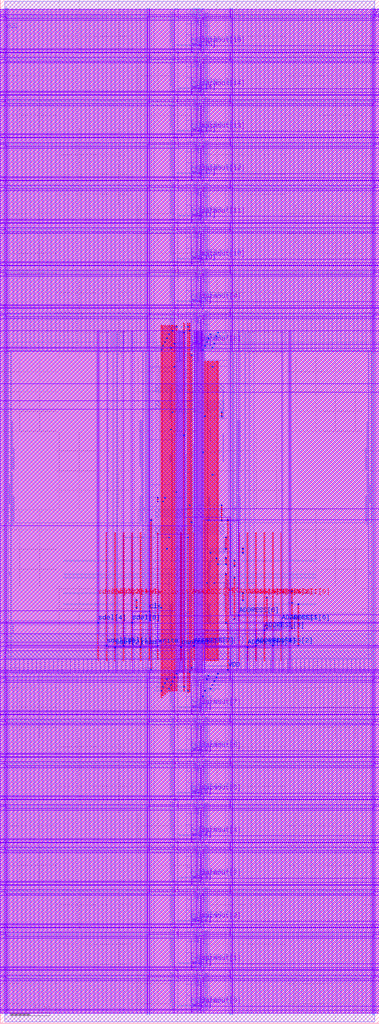
<source format=lef>
VERSION 5.8 ;
BUSBITCHARS "[]" ;
DIVIDERCHAR "/" ;

PROPERTYDEFINITIONS
  MACRO CatenaDesignType STRING ;
END PROPERTYDEFINITIONS

MACRO srambank_64x4x16_6t122
  CLASS BLOCK ;
  ORIGIN 0 0 ;
  FOREIGN srambank_64x4x16_6t122 0 0 ;
  SIZE 9.612 BY 25.92 ;
  SYMMETRY X Y ;
  SITE coreSite ;
  PIN VDD
    DIRECTION INOUT ;
    USE POWER ;
    PORT
      LAYER M4  ;
        RECT 0.1010 1.1720 9.5090 1.2200 ;
        RECT 0.1010 2.2520 9.5090 2.3000 ;
        RECT 0.1010 3.3320 9.5090 3.3800 ;
        RECT 0.1010 4.4120 9.5090 4.4600 ;
        RECT 0.1010 5.4920 9.5090 5.5400 ;
        RECT 0.1010 6.5720 9.5090 6.6200 ;
        RECT 0.1010 7.6520 9.5090 7.7000 ;
        RECT 0.1010 8.7320 9.5090 8.7800 ;
        RECT 0.1080 9.2190 9.5040 9.4350 ;
        RECT 5.6100 8.9390 5.8730 8.9630 ;
        RECT 5.7410 12.7230 5.8530 12.7470 ;
        RECT 3.9420 12.3870 5.6700 12.6030 ;
        RECT 3.9420 15.5550 5.6700 15.7710 ;
        RECT 0.1010 17.9390 9.5090 17.9870 ;
        RECT 0.1010 19.0190 9.5090 19.0670 ;
        RECT 0.1010 20.0990 9.5090 20.1470 ;
        RECT 0.1010 21.1790 9.5090 21.2270 ;
        RECT 0.1010 22.2590 9.5090 22.3070 ;
        RECT 0.1010 23.3390 9.5090 23.3870 ;
        RECT 0.1010 24.4190 9.5090 24.4670 ;
        RECT 0.1010 25.4990 9.5090 25.5470 ;
      LAYER M3  ;
        RECT 9.4770 0.2165 9.4950 1.3765 ;
        RECT 5.8230 0.2170 5.8410 1.3760 ;
        RECT 4.4190 0.2530 4.5090 1.3670 ;
        RECT 3.7710 0.2170 3.7890 1.3760 ;
        RECT 0.1170 0.2165 0.1350 1.3765 ;
        RECT 9.4770 1.2965 9.4950 2.4565 ;
        RECT 5.8230 1.2970 5.8410 2.4560 ;
        RECT 4.4190 1.3330 4.5090 2.4470 ;
        RECT 3.7710 1.2970 3.7890 2.4560 ;
        RECT 0.1170 1.2965 0.1350 2.4565 ;
        RECT 9.4770 2.3765 9.4950 3.5365 ;
        RECT 5.8230 2.3770 5.8410 3.5360 ;
        RECT 4.4190 2.4130 4.5090 3.5270 ;
        RECT 3.7710 2.3770 3.7890 3.5360 ;
        RECT 0.1170 2.3765 0.1350 3.5365 ;
        RECT 9.4770 3.4565 9.4950 4.6165 ;
        RECT 5.8230 3.4570 5.8410 4.6160 ;
        RECT 4.4190 3.4930 4.5090 4.6070 ;
        RECT 3.7710 3.4570 3.7890 4.6160 ;
        RECT 0.1170 3.4565 0.1350 4.6165 ;
        RECT 9.4770 4.5365 9.4950 5.6965 ;
        RECT 5.8230 4.5370 5.8410 5.6960 ;
        RECT 4.4190 4.5730 4.5090 5.6870 ;
        RECT 3.7710 4.5370 3.7890 5.6960 ;
        RECT 0.1170 4.5365 0.1350 5.6965 ;
        RECT 9.4770 5.6165 9.4950 6.7765 ;
        RECT 5.8230 5.6170 5.8410 6.7760 ;
        RECT 4.4190 5.6530 4.5090 6.7670 ;
        RECT 3.7710 5.6170 3.7890 6.7760 ;
        RECT 0.1170 5.6165 0.1350 6.7765 ;
        RECT 9.4770 6.6965 9.4950 7.8565 ;
        RECT 5.8230 6.6970 5.8410 7.8560 ;
        RECT 4.4190 6.7330 4.5090 7.8470 ;
        RECT 3.7710 6.6970 3.7890 7.8560 ;
        RECT 0.1170 6.6965 0.1350 7.8565 ;
        RECT 9.4770 7.7765 9.4950 8.9365 ;
        RECT 5.8230 7.7770 5.8410 8.9360 ;
        RECT 4.4190 7.8130 4.5090 8.9270 ;
        RECT 3.7710 7.7770 3.7890 8.9360 ;
        RECT 0.1170 7.7765 0.1350 8.9365 ;
        RECT 9.4770 8.8565 9.4950 17.0635 ;
        RECT 5.8230 8.9360 5.8410 9.0275 ;
        RECT 5.8230 12.6760 5.8410 17.0360 ;
        RECT 4.4550 9.1800 4.6890 16.7630 ;
        RECT 4.4190 16.6770 4.5090 17.2120 ;
        RECT 4.4190 8.9000 4.5090 9.4350 ;
        RECT 0.1170 8.8565 0.1350 17.0635 ;
        RECT 9.4770 16.9835 9.4950 18.1435 ;
        RECT 5.8230 16.9840 5.8410 18.1430 ;
        RECT 4.4190 17.0200 4.5090 18.1340 ;
        RECT 3.7710 16.9840 3.7890 18.1430 ;
        RECT 0.1170 16.9835 0.1350 18.1435 ;
        RECT 9.4770 18.0635 9.4950 19.2235 ;
        RECT 5.8230 18.0640 5.8410 19.2230 ;
        RECT 4.4190 18.1000 4.5090 19.2140 ;
        RECT 3.7710 18.0640 3.7890 19.2230 ;
        RECT 0.1170 18.0635 0.1350 19.2235 ;
        RECT 9.4770 19.1435 9.4950 20.3035 ;
        RECT 5.8230 19.1440 5.8410 20.3030 ;
        RECT 4.4190 19.1800 4.5090 20.2940 ;
        RECT 3.7710 19.1440 3.7890 20.3030 ;
        RECT 0.1170 19.1435 0.1350 20.3035 ;
        RECT 9.4770 20.2235 9.4950 21.3835 ;
        RECT 5.8230 20.2240 5.8410 21.3830 ;
        RECT 4.4190 20.2600 4.5090 21.3740 ;
        RECT 3.7710 20.2240 3.7890 21.3830 ;
        RECT 0.1170 20.2235 0.1350 21.3835 ;
        RECT 9.4770 21.3035 9.4950 22.4635 ;
        RECT 5.8230 21.3040 5.8410 22.4630 ;
        RECT 4.4190 21.3400 4.5090 22.4540 ;
        RECT 3.7710 21.3040 3.7890 22.4630 ;
        RECT 0.1170 21.3035 0.1350 22.4635 ;
        RECT 9.4770 22.3835 9.4950 23.5435 ;
        RECT 5.8230 22.3840 5.8410 23.5430 ;
        RECT 4.4190 22.4200 4.5090 23.5340 ;
        RECT 3.7710 22.3840 3.7890 23.5430 ;
        RECT 0.1170 22.3835 0.1350 23.5435 ;
        RECT 9.4770 23.4635 9.4950 24.6235 ;
        RECT 5.8230 23.4640 5.8410 24.6230 ;
        RECT 4.4190 23.5000 4.5090 24.6140 ;
        RECT 3.7710 23.4640 3.7890 24.6230 ;
        RECT 0.1170 23.4635 0.1350 24.6235 ;
        RECT 9.4770 24.5435 9.4950 25.7035 ;
        RECT 5.8230 24.5440 5.8410 25.7030 ;
        RECT 4.4190 24.5800 4.5090 25.6940 ;
        RECT 3.7710 24.5440 3.7890 25.7030 ;
        RECT 0.1170 24.5435 0.1350 25.7035 ;
      LAYER V3  ;
        RECT 0.1170 1.1720 0.1350 1.2200 ;
        RECT 3.7710 1.1720 3.7890 1.2200 ;
        RECT 4.4190 1.1720 4.5090 1.2200 ;
        RECT 5.8230 1.1720 5.8410 1.2200 ;
        RECT 9.4770 1.1720 9.4950 1.2200 ;
        RECT 0.1170 2.2520 0.1350 2.3000 ;
        RECT 3.7710 2.2520 3.7890 2.3000 ;
        RECT 4.4190 2.2520 4.5090 2.3000 ;
        RECT 5.8230 2.2520 5.8410 2.3000 ;
        RECT 9.4770 2.2520 9.4950 2.3000 ;
        RECT 0.1170 3.3320 0.1350 3.3800 ;
        RECT 3.7710 3.3320 3.7890 3.3800 ;
        RECT 4.4190 3.3320 4.5090 3.3800 ;
        RECT 5.8230 3.3320 5.8410 3.3800 ;
        RECT 9.4770 3.3320 9.4950 3.3800 ;
        RECT 0.1170 4.4120 0.1350 4.4600 ;
        RECT 3.7710 4.4120 3.7890 4.4600 ;
        RECT 4.4190 4.4120 4.5090 4.4600 ;
        RECT 5.8230 4.4120 5.8410 4.4600 ;
        RECT 9.4770 4.4120 9.4950 4.4600 ;
        RECT 0.1170 5.4920 0.1350 5.5400 ;
        RECT 3.7710 5.4920 3.7890 5.5400 ;
        RECT 4.4190 5.4920 4.5090 5.5400 ;
        RECT 5.8230 5.4920 5.8410 5.5400 ;
        RECT 9.4770 5.4920 9.4950 5.5400 ;
        RECT 0.1170 6.5720 0.1350 6.6200 ;
        RECT 3.7710 6.5720 3.7890 6.6200 ;
        RECT 4.4190 6.5720 4.5090 6.6200 ;
        RECT 5.8230 6.5720 5.8410 6.6200 ;
        RECT 9.4770 6.5720 9.4950 6.6200 ;
        RECT 0.1170 7.6520 0.1350 7.7000 ;
        RECT 3.7710 7.6520 3.7890 7.7000 ;
        RECT 4.4190 7.6520 4.5090 7.7000 ;
        RECT 5.8230 7.6520 5.8410 7.7000 ;
        RECT 9.4770 7.6520 9.4950 7.7000 ;
        RECT 0.1170 8.7320 0.1350 8.7800 ;
        RECT 3.7710 8.7320 3.7890 8.7800 ;
        RECT 4.4190 8.7320 4.5090 8.7800 ;
        RECT 5.8230 8.7320 5.8410 8.7800 ;
        RECT 9.4770 8.7320 9.4950 8.7800 ;
        RECT 0.1170 9.2190 0.1350 9.4350 ;
        RECT 4.4590 15.5550 4.4770 15.7710 ;
        RECT 4.4590 12.3870 4.4770 12.6030 ;
        RECT 4.4590 9.2190 4.4770 9.4350 ;
        RECT 4.5110 15.5550 4.5290 15.7710 ;
        RECT 4.5110 12.3870 4.5290 12.6030 ;
        RECT 4.5110 9.2190 4.5290 9.4350 ;
        RECT 4.5630 15.5550 4.5810 15.7710 ;
        RECT 4.5630 12.3870 4.5810 12.6030 ;
        RECT 4.5630 9.2190 4.5810 9.4350 ;
        RECT 4.6150 15.5550 4.6330 15.7710 ;
        RECT 4.6150 12.3870 4.6330 12.6030 ;
        RECT 4.6150 9.2190 4.6330 9.4350 ;
        RECT 4.6670 15.5550 4.6850 15.7710 ;
        RECT 4.6670 12.3870 4.6850 12.6030 ;
        RECT 4.6670 9.2190 4.6850 9.4350 ;
        RECT 5.8230 12.7230 5.8410 12.7470 ;
        RECT 5.8230 8.9390 5.8410 8.9630 ;
        RECT 0.1170 17.9390 0.1350 17.9870 ;
        RECT 3.7710 17.9390 3.7890 17.9870 ;
        RECT 4.4190 17.9390 4.5090 17.9870 ;
        RECT 5.8230 17.9390 5.8410 17.9870 ;
        RECT 9.4770 17.9390 9.4950 17.9870 ;
        RECT 0.1170 19.0190 0.1350 19.0670 ;
        RECT 3.7710 19.0190 3.7890 19.0670 ;
        RECT 4.4190 19.0190 4.5090 19.0670 ;
        RECT 5.8230 19.0190 5.8410 19.0670 ;
        RECT 9.4770 19.0190 9.4950 19.0670 ;
        RECT 0.1170 20.0990 0.1350 20.1470 ;
        RECT 3.7710 20.0990 3.7890 20.1470 ;
        RECT 4.4190 20.0990 4.5090 20.1470 ;
        RECT 5.8230 20.0990 5.8410 20.1470 ;
        RECT 9.4770 20.0990 9.4950 20.1470 ;
        RECT 0.1170 21.1790 0.1350 21.2270 ;
        RECT 3.7710 21.1790 3.7890 21.2270 ;
        RECT 4.4190 21.1790 4.5090 21.2270 ;
        RECT 5.8230 21.1790 5.8410 21.2270 ;
        RECT 9.4770 21.1790 9.4950 21.2270 ;
        RECT 0.1170 22.2590 0.1350 22.3070 ;
        RECT 3.7710 22.2590 3.7890 22.3070 ;
        RECT 4.4190 22.2590 4.5090 22.3070 ;
        RECT 5.8230 22.2590 5.8410 22.3070 ;
        RECT 9.4770 22.2590 9.4950 22.3070 ;
        RECT 0.1170 23.3390 0.1350 23.3870 ;
        RECT 3.7710 23.3390 3.7890 23.3870 ;
        RECT 4.4190 23.3390 4.5090 23.3870 ;
        RECT 5.8230 23.3390 5.8410 23.3870 ;
        RECT 9.4770 23.3390 9.4950 23.3870 ;
        RECT 0.1170 24.4190 0.1350 24.4670 ;
        RECT 3.7710 24.4190 3.7890 24.4670 ;
        RECT 4.4190 24.4190 4.5090 24.4670 ;
        RECT 5.8230 24.4190 5.8410 24.4670 ;
        RECT 9.4770 24.4190 9.4950 24.4670 ;
        RECT 0.1170 25.4990 0.1350 25.5470 ;
        RECT 3.7710 25.4990 3.7890 25.5470 ;
        RECT 4.4190 25.4990 4.5090 25.5470 ;
        RECT 5.8230 25.4990 5.8410 25.5470 ;
        RECT 9.4770 25.4990 9.4950 25.5470 ;
      LAYER M5  ;
        RECT 5.7590 8.9210 5.7830 12.7650 ;
      LAYER V4  ;
        RECT 5.7590 12.7230 5.7830 12.7470 ;
        RECT 5.7590 8.9390 5.7830 8.9630 ;
    END
  END VDD
  PIN VSS
    DIRECTION INOUT ;
    USE POWER ;
    PORT
      LAYER M4  ;
        RECT 0.1010 1.0760 9.5040 1.1240 ;
        RECT 0.1010 2.1560 9.5040 2.2040 ;
        RECT 0.1010 3.2360 9.5040 3.2840 ;
        RECT 0.1010 4.3160 9.5040 4.3640 ;
        RECT 0.1010 5.3960 9.5040 5.4440 ;
        RECT 0.1010 6.4760 9.5040 6.5240 ;
        RECT 0.1010 7.5560 9.5040 7.6040 ;
        RECT 0.1010 8.6360 9.5040 8.6840 ;
        RECT 0.1080 9.6510 9.5040 9.8670 ;
        RECT 3.9420 12.8190 5.6700 13.0350 ;
        RECT 3.9420 15.9870 5.6700 16.2030 ;
        RECT 0.1010 17.8430 9.5040 17.8910 ;
        RECT 0.1010 18.9230 9.5040 18.9710 ;
        RECT 0.1010 20.0030 9.5040 20.0510 ;
        RECT 0.1010 21.0830 9.5040 21.1310 ;
        RECT 0.1010 22.1630 9.5040 22.2110 ;
        RECT 0.1010 23.2430 9.5040 23.2910 ;
        RECT 0.1010 24.3230 9.5040 24.3710 ;
        RECT 0.1010 25.4030 9.5040 25.4510 ;
      LAYER M3  ;
        RECT 9.4410 0.2165 9.4590 1.3765 ;
        RECT 5.8770 0.2165 5.8950 1.3765 ;
        RECT 5.1120 0.2530 5.1480 1.3670 ;
        RECT 4.9590 0.2530 4.9860 1.3670 ;
        RECT 3.7170 0.2165 3.7350 1.3765 ;
        RECT 0.1530 0.2165 0.1710 1.3765 ;
        RECT 9.4410 1.2965 9.4590 2.4565 ;
        RECT 5.8770 1.2965 5.8950 2.4565 ;
        RECT 5.1120 1.3330 5.1480 2.4470 ;
        RECT 4.9590 1.3330 4.9860 2.4470 ;
        RECT 3.7170 1.2965 3.7350 2.4565 ;
        RECT 0.1530 1.2965 0.1710 2.4565 ;
        RECT 9.4410 2.3765 9.4590 3.5365 ;
        RECT 5.8770 2.3765 5.8950 3.5365 ;
        RECT 5.1120 2.4130 5.1480 3.5270 ;
        RECT 4.9590 2.4130 4.9860 3.5270 ;
        RECT 3.7170 2.3765 3.7350 3.5365 ;
        RECT 0.1530 2.3765 0.1710 3.5365 ;
        RECT 9.4410 3.4565 9.4590 4.6165 ;
        RECT 5.8770 3.4565 5.8950 4.6165 ;
        RECT 5.1120 3.4930 5.1480 4.6070 ;
        RECT 4.9590 3.4930 4.9860 4.6070 ;
        RECT 3.7170 3.4565 3.7350 4.6165 ;
        RECT 0.1530 3.4565 0.1710 4.6165 ;
        RECT 9.4410 4.5365 9.4590 5.6965 ;
        RECT 5.8770 4.5365 5.8950 5.6965 ;
        RECT 5.1120 4.5730 5.1480 5.6870 ;
        RECT 4.9590 4.5730 4.9860 5.6870 ;
        RECT 3.7170 4.5365 3.7350 5.6965 ;
        RECT 0.1530 4.5365 0.1710 5.6965 ;
        RECT 9.4410 5.6165 9.4590 6.7765 ;
        RECT 5.8770 5.6165 5.8950 6.7765 ;
        RECT 5.1120 5.6530 5.1480 6.7670 ;
        RECT 4.9590 5.6530 4.9860 6.7670 ;
        RECT 3.7170 5.6165 3.7350 6.7765 ;
        RECT 0.1530 5.6165 0.1710 6.7765 ;
        RECT 9.4410 6.6965 9.4590 7.8565 ;
        RECT 5.8770 6.6965 5.8950 7.8565 ;
        RECT 5.1120 6.7330 5.1480 7.8470 ;
        RECT 4.9590 6.7330 4.9860 7.8470 ;
        RECT 3.7170 6.6965 3.7350 7.8565 ;
        RECT 0.1530 6.6965 0.1710 7.8565 ;
        RECT 9.4410 7.7765 9.4590 8.9365 ;
        RECT 5.8770 7.7765 5.8950 8.9365 ;
        RECT 5.1120 7.8130 5.1480 8.9270 ;
        RECT 4.9590 7.8130 4.9860 8.9270 ;
        RECT 3.7170 7.7765 3.7350 8.9365 ;
        RECT 0.1530 7.7765 0.1710 8.9365 ;
        RECT 9.4410 8.8565 9.4590 17.0635 ;
        RECT 5.8770 8.8565 5.8950 17.0635 ;
        RECT 4.9230 9.0800 5.1570 16.7630 ;
        RECT 5.1120 8.9000 5.1480 17.0370 ;
        RECT 4.9590 8.9000 4.9860 17.0340 ;
        RECT 3.7170 8.8565 3.7350 17.0635 ;
        RECT 0.1530 8.8565 0.1710 17.0635 ;
        RECT 9.4410 16.9835 9.4590 18.1435 ;
        RECT 5.8770 16.9835 5.8950 18.1435 ;
        RECT 5.1120 17.0200 5.1480 18.1340 ;
        RECT 4.9590 17.0200 4.9860 18.1340 ;
        RECT 3.7170 16.9835 3.7350 18.1435 ;
        RECT 0.1530 16.9835 0.1710 18.1435 ;
        RECT 9.4410 18.0635 9.4590 19.2235 ;
        RECT 5.8770 18.0635 5.8950 19.2235 ;
        RECT 5.1120 18.1000 5.1480 19.2140 ;
        RECT 4.9590 18.1000 4.9860 19.2140 ;
        RECT 3.7170 18.0635 3.7350 19.2235 ;
        RECT 0.1530 18.0635 0.1710 19.2235 ;
        RECT 9.4410 19.1435 9.4590 20.3035 ;
        RECT 5.8770 19.1435 5.8950 20.3035 ;
        RECT 5.1120 19.1800 5.1480 20.2940 ;
        RECT 4.9590 19.1800 4.9860 20.2940 ;
        RECT 3.7170 19.1435 3.7350 20.3035 ;
        RECT 0.1530 19.1435 0.1710 20.3035 ;
        RECT 9.4410 20.2235 9.4590 21.3835 ;
        RECT 5.8770 20.2235 5.8950 21.3835 ;
        RECT 5.1120 20.2600 5.1480 21.3740 ;
        RECT 4.9590 20.2600 4.9860 21.3740 ;
        RECT 3.7170 20.2235 3.7350 21.3835 ;
        RECT 0.1530 20.2235 0.1710 21.3835 ;
        RECT 9.4410 21.3035 9.4590 22.4635 ;
        RECT 5.8770 21.3035 5.8950 22.4635 ;
        RECT 5.1120 21.3400 5.1480 22.4540 ;
        RECT 4.9590 21.3400 4.9860 22.4540 ;
        RECT 3.7170 21.3035 3.7350 22.4635 ;
        RECT 0.1530 21.3035 0.1710 22.4635 ;
        RECT 9.4410 22.3835 9.4590 23.5435 ;
        RECT 5.8770 22.3835 5.8950 23.5435 ;
        RECT 5.1120 22.4200 5.1480 23.5340 ;
        RECT 4.9590 22.4200 4.9860 23.5340 ;
        RECT 3.7170 22.3835 3.7350 23.5435 ;
        RECT 0.1530 22.3835 0.1710 23.5435 ;
        RECT 9.4410 23.4635 9.4590 24.6235 ;
        RECT 5.8770 23.4635 5.8950 24.6235 ;
        RECT 5.1120 23.5000 5.1480 24.6140 ;
        RECT 4.9590 23.5000 4.9860 24.6140 ;
        RECT 3.7170 23.4635 3.7350 24.6235 ;
        RECT 0.1530 23.4635 0.1710 24.6235 ;
        RECT 9.4410 24.5435 9.4590 25.7035 ;
        RECT 5.8770 24.5435 5.8950 25.7035 ;
        RECT 5.1120 24.5800 5.1480 25.6940 ;
        RECT 4.9590 24.5800 4.9860 25.6940 ;
        RECT 3.7170 24.5435 3.7350 25.7035 ;
        RECT 0.1530 24.5435 0.1710 25.7035 ;
      LAYER V3  ;
        RECT 0.1530 1.0760 0.1710 1.1240 ;
        RECT 3.7170 1.0760 3.7350 1.1240 ;
        RECT 4.9590 1.0760 4.9860 1.1240 ;
        RECT 5.1120 1.0760 5.1480 1.1240 ;
        RECT 5.8770 1.0760 5.8950 1.1240 ;
        RECT 9.4410 1.0760 9.4590 1.1240 ;
        RECT 0.1530 2.1560 0.1710 2.2040 ;
        RECT 3.7170 2.1560 3.7350 2.2040 ;
        RECT 4.9590 2.1560 4.9860 2.2040 ;
        RECT 5.1120 2.1560 5.1480 2.2040 ;
        RECT 5.8770 2.1560 5.8950 2.2040 ;
        RECT 9.4410 2.1560 9.4590 2.2040 ;
        RECT 0.1530 3.2360 0.1710 3.2840 ;
        RECT 3.7170 3.2360 3.7350 3.2840 ;
        RECT 4.9590 3.2360 4.9860 3.2840 ;
        RECT 5.1120 3.2360 5.1480 3.2840 ;
        RECT 5.8770 3.2360 5.8950 3.2840 ;
        RECT 9.4410 3.2360 9.4590 3.2840 ;
        RECT 0.1530 4.3160 0.1710 4.3640 ;
        RECT 3.7170 4.3160 3.7350 4.3640 ;
        RECT 4.9590 4.3160 4.9860 4.3640 ;
        RECT 5.1120 4.3160 5.1480 4.3640 ;
        RECT 5.8770 4.3160 5.8950 4.3640 ;
        RECT 9.4410 4.3160 9.4590 4.3640 ;
        RECT 0.1530 5.3960 0.1710 5.4440 ;
        RECT 3.7170 5.3960 3.7350 5.4440 ;
        RECT 4.9590 5.3960 4.9860 5.4440 ;
        RECT 5.1120 5.3960 5.1480 5.4440 ;
        RECT 5.8770 5.3960 5.8950 5.4440 ;
        RECT 9.4410 5.3960 9.4590 5.4440 ;
        RECT 0.1530 6.4760 0.1710 6.5240 ;
        RECT 3.7170 6.4760 3.7350 6.5240 ;
        RECT 4.9590 6.4760 4.9860 6.5240 ;
        RECT 5.1120 6.4760 5.1480 6.5240 ;
        RECT 5.8770 6.4760 5.8950 6.5240 ;
        RECT 9.4410 6.4760 9.4590 6.5240 ;
        RECT 0.1530 7.5560 0.1710 7.6040 ;
        RECT 3.7170 7.5560 3.7350 7.6040 ;
        RECT 4.9590 7.5560 4.9860 7.6040 ;
        RECT 5.1120 7.5560 5.1480 7.6040 ;
        RECT 5.8770 7.5560 5.8950 7.6040 ;
        RECT 9.4410 7.5560 9.4590 7.6040 ;
        RECT 0.1530 8.6360 0.1710 8.6840 ;
        RECT 3.7170 8.6360 3.7350 8.6840 ;
        RECT 4.9590 8.6360 4.9860 8.6840 ;
        RECT 5.1120 8.6360 5.1480 8.6840 ;
        RECT 5.8770 8.6360 5.8950 8.6840 ;
        RECT 9.4410 8.6360 9.4590 8.6840 ;
        RECT 0.1530 9.6510 0.1710 9.8670 ;
        RECT 4.9270 15.9870 4.9450 16.2030 ;
        RECT 4.9270 12.8190 4.9450 13.0350 ;
        RECT 4.9270 9.6510 4.9450 9.8670 ;
        RECT 4.9790 15.9870 4.9970 16.2030 ;
        RECT 4.9790 12.8190 4.9970 13.0350 ;
        RECT 4.9790 9.6510 4.9970 9.8670 ;
        RECT 5.0310 15.9870 5.0490 16.2030 ;
        RECT 5.0310 12.8190 5.0490 13.0350 ;
        RECT 5.0310 9.6510 5.0490 9.8670 ;
        RECT 5.0830 15.9870 5.1010 16.2030 ;
        RECT 5.0830 12.8190 5.1010 13.0350 ;
        RECT 5.0830 9.6510 5.1010 9.8670 ;
        RECT 5.1350 15.9870 5.1530 16.2030 ;
        RECT 5.1350 12.8190 5.1530 13.0350 ;
        RECT 5.1350 9.6510 5.1530 9.8670 ;
        RECT 0.1530 17.8430 0.1710 17.8910 ;
        RECT 3.7170 17.8430 3.7350 17.8910 ;
        RECT 4.9590 17.8430 4.9860 17.8910 ;
        RECT 5.1120 17.8430 5.1480 17.8910 ;
        RECT 5.8770 17.8430 5.8950 17.8910 ;
        RECT 9.4410 17.8430 9.4590 17.8910 ;
        RECT 0.1530 18.9230 0.1710 18.9710 ;
        RECT 3.7170 18.9230 3.7350 18.9710 ;
        RECT 4.9590 18.9230 4.9860 18.9710 ;
        RECT 5.1120 18.9230 5.1480 18.9710 ;
        RECT 5.8770 18.9230 5.8950 18.9710 ;
        RECT 9.4410 18.9230 9.4590 18.9710 ;
        RECT 0.1530 20.0030 0.1710 20.0510 ;
        RECT 3.7170 20.0030 3.7350 20.0510 ;
        RECT 4.9590 20.0030 4.9860 20.0510 ;
        RECT 5.1120 20.0030 5.1480 20.0510 ;
        RECT 5.8770 20.0030 5.8950 20.0510 ;
        RECT 9.4410 20.0030 9.4590 20.0510 ;
        RECT 0.1530 21.0830 0.1710 21.1310 ;
        RECT 3.7170 21.0830 3.7350 21.1310 ;
        RECT 4.9590 21.0830 4.9860 21.1310 ;
        RECT 5.1120 21.0830 5.1480 21.1310 ;
        RECT 5.8770 21.0830 5.8950 21.1310 ;
        RECT 9.4410 21.0830 9.4590 21.1310 ;
        RECT 0.1530 22.1630 0.1710 22.2110 ;
        RECT 3.7170 22.1630 3.7350 22.2110 ;
        RECT 4.9590 22.1630 4.9860 22.2110 ;
        RECT 5.1120 22.1630 5.1480 22.2110 ;
        RECT 5.8770 22.1630 5.8950 22.2110 ;
        RECT 9.4410 22.1630 9.4590 22.2110 ;
        RECT 0.1530 23.2430 0.1710 23.2910 ;
        RECT 3.7170 23.2430 3.7350 23.2910 ;
        RECT 4.9590 23.2430 4.9860 23.2910 ;
        RECT 5.1120 23.2430 5.1480 23.2910 ;
        RECT 5.8770 23.2430 5.8950 23.2910 ;
        RECT 9.4410 23.2430 9.4590 23.2910 ;
        RECT 0.1530 24.3230 0.1710 24.3710 ;
        RECT 3.7170 24.3230 3.7350 24.3710 ;
        RECT 4.9590 24.3230 4.9860 24.3710 ;
        RECT 5.1120 24.3230 5.1480 24.3710 ;
        RECT 5.8770 24.3230 5.8950 24.3710 ;
        RECT 9.4410 24.3230 9.4590 24.3710 ;
        RECT 0.1530 25.4030 0.1710 25.4510 ;
        RECT 3.7170 25.4030 3.7350 25.4510 ;
        RECT 4.9590 25.4030 4.9860 25.4510 ;
        RECT 5.1120 25.4030 5.1480 25.4510 ;
        RECT 5.8770 25.4030 5.8950 25.4510 ;
        RECT 9.4410 25.4030 9.4590 25.4510 ;
    END
  END VSS
  PIN ADDRESS[0]
    DIRECTION INPUT ;
    USE SIGNAL ;
    PORT
      LAYER M3  ;
        RECT 7.3350 10.1230 7.3530 10.1600 ;
      LAYER M4  ;
        RECT 7.2830 10.1310 7.3670 10.1550 ;
      LAYER M5  ;
        RECT 7.3320 9.1800 7.3560 12.4200 ;
      LAYER V3  ;
        RECT 7.3350 10.1310 7.3530 10.1550 ;
      LAYER V4  ;
        RECT 7.3320 10.1310 7.3560 10.1550 ;
    END
  END ADDRESS[0]
  PIN ADDRESS[1]
    DIRECTION INPUT ;
    USE SIGNAL ;
    PORT
      LAYER M3  ;
        RECT 7.1190 10.1260 7.1370 10.1630 ;
      LAYER M4  ;
        RECT 7.0670 10.1310 7.1510 10.1550 ;
      LAYER M5  ;
        RECT 7.1160 9.1800 7.1400 12.4200 ;
      LAYER V3  ;
        RECT 7.1190 10.1310 7.1370 10.1550 ;
      LAYER V4  ;
        RECT 7.1160 10.1310 7.1400 10.1550 ;
    END
  END ADDRESS[1]
  PIN ADDRESS[2]
    DIRECTION INPUT ;
    USE SIGNAL ;
    PORT
      LAYER M3  ;
        RECT 6.9030 9.5470 6.9210 9.5840 ;
      LAYER M4  ;
        RECT 6.8510 9.5550 6.9350 9.5790 ;
      LAYER M5  ;
        RECT 6.9000 9.1800 6.9240 12.4200 ;
      LAYER V3  ;
        RECT 6.9030 9.5550 6.9210 9.5790 ;
      LAYER V4  ;
        RECT 6.9000 9.5550 6.9240 9.5790 ;
    END
  END ADDRESS[2]
  PIN ADDRESS[3]
    DIRECTION INPUT ;
    USE SIGNAL ;
    PORT
      LAYER M3  ;
        RECT 6.6870 9.7870 6.7050 9.9680 ;
      LAYER M4  ;
        RECT 6.6350 9.9390 6.7190 9.9630 ;
      LAYER M5  ;
        RECT 6.6840 9.1800 6.7080 12.4200 ;
      LAYER V3  ;
        RECT 6.6870 9.9390 6.7050 9.9630 ;
      LAYER V4  ;
        RECT 6.6840 9.9390 6.7080 9.9630 ;
    END
  END ADDRESS[3]
  PIN ADDRESS[4]
    DIRECTION INPUT ;
    USE SIGNAL ;
    PORT
      LAYER M3  ;
        RECT 6.4710 9.5500 6.4890 9.6170 ;
      LAYER M4  ;
        RECT 6.4190 9.5550 6.5030 9.5790 ;
      LAYER M5  ;
        RECT 6.4680 9.1800 6.4920 12.4200 ;
      LAYER V3  ;
        RECT 6.4710 9.5550 6.4890 9.5790 ;
      LAYER V4  ;
        RECT 6.4680 9.5550 6.4920 9.5790 ;
    END
  END ADDRESS[4]
  PIN ADDRESS[5]
    DIRECTION INPUT ;
    USE SIGNAL ;
    PORT
      LAYER M3  ;
        RECT 6.2550 9.2830 6.2730 9.5360 ;
      LAYER M4  ;
        RECT 6.2030 9.5070 6.2870 9.5310 ;
      LAYER M5  ;
        RECT 6.2520 9.1800 6.2760 12.4200 ;
      LAYER V3  ;
        RECT 6.2550 9.5070 6.2730 9.5310 ;
      LAYER V4  ;
        RECT 6.2520 9.5070 6.2760 9.5310 ;
    END
  END ADDRESS[5]
  PIN ADDRESS[6]
    DIRECTION INPUT ;
    USE SIGNAL ;
    PORT
      LAYER M3  ;
        RECT 6.0390 10.3180 6.0570 10.3550 ;
      LAYER M4  ;
        RECT 5.9870 10.3230 6.0710 10.3470 ;
      LAYER M5  ;
        RECT 6.0360 9.1800 6.0600 12.4200 ;
      LAYER V3  ;
        RECT 6.0390 10.3230 6.0570 10.3470 ;
      LAYER V4  ;
        RECT 6.0360 10.3230 6.0600 10.3470 ;
    END
  END ADDRESS[6]
  PIN ADDRESS[7]
    DIRECTION INPUT ;
    USE SIGNAL ;
    PORT
      LAYER M3  ;
        RECT 5.1750 9.5500 5.1930 9.6170 ;
      LAYER M4  ;
        RECT 4.8910 9.5550 5.2040 9.5790 ;
      LAYER M5  ;
        RECT 4.9020 9.1800 4.9260 12.4200 ;
      LAYER V3  ;
        RECT 5.1750 9.5550 5.1930 9.5790 ;
      LAYER V4  ;
        RECT 4.9020 9.5550 4.9260 9.5790 ;
    END
  END ADDRESS[7]
  PIN banksel
    DIRECTION INPUT ;
    USE SIGNAL ;
    PORT
      LAYER M3  ;
        RECT 4.7790 9.2830 4.7970 9.5360 ;
      LAYER M4  ;
        RECT 4.5670 9.5070 4.8080 9.5310 ;
      LAYER M5  ;
        RECT 4.5780 9.1800 4.6020 12.4200 ;
      LAYER V3  ;
        RECT 4.7790 9.5070 4.7970 9.5310 ;
      LAYER V4  ;
        RECT 4.5780 9.5070 4.6020 9.5310 ;
    END
  END banksel
  PIN write
    DIRECTION INPUT ;
    USE SIGNAL ;
    PORT
      LAYER M3  ;
        RECT 3.9870 9.5500 4.0050 9.6170 ;
      LAYER M4  ;
        RECT 3.9350 9.5550 4.0190 9.5790 ;
      LAYER M5  ;
        RECT 3.9840 9.1800 4.0080 12.4200 ;
      LAYER V3  ;
        RECT 3.9870 9.5550 4.0050 9.5790 ;
      LAYER V4  ;
        RECT 3.9840 9.5550 4.0080 9.5790 ;
    END
  END write
  PIN clk
    DIRECTION INPUT ;
    USE SIGNAL ;
    PORT
      LAYER M3  ;
        RECT 3.7710 10.4140 3.7890 10.4630 ;
      LAYER M4  ;
        RECT 3.7190 10.4190 3.8030 10.4430 ;
      LAYER M5  ;
        RECT 3.7680 9.1800 3.7920 12.4200 ;
      LAYER V3  ;
        RECT 3.7710 10.4190 3.7890 10.4430 ;
      LAYER V4  ;
        RECT 3.7680 10.4190 3.7920 10.4430 ;
    END
  END clk
  PIN read
    DIRECTION INPUT ;
    USE SIGNAL ;
    PORT
      LAYER M3  ;
        RECT 3.8070 9.2830 3.8250 9.5360 ;
      LAYER M4  ;
        RECT 3.5410 9.5070 3.8360 9.5310 ;
      LAYER M5  ;
        RECT 3.5520 9.1800 3.5760 12.4200 ;
      LAYER V3  ;
        RECT 3.8070 9.5070 3.8250 9.5310 ;
      LAYER V4  ;
        RECT 3.5520 9.5070 3.5760 9.5310 ;
    END
  END read
  PIN sdel[0]
    DIRECTION INPUT ;
    USE SIGNAL ;
    PORT
      LAYER M3  ;
        RECT 3.3390 10.1230 3.3570 10.1600 ;
      LAYER M4  ;
        RECT 3.2870 10.1310 3.3710 10.1550 ;
      LAYER M5  ;
        RECT 3.3360 9.1800 3.3600 12.4200 ;
      LAYER V3  ;
        RECT 3.3390 10.1310 3.3570 10.1550 ;
      LAYER V4  ;
        RECT 3.3360 10.1310 3.3600 10.1550 ;
    END
  END sdel[0]
  PIN sdel[1]
    DIRECTION INPUT ;
    USE SIGNAL ;
    PORT
      LAYER M3  ;
        RECT 3.1230 9.5500 3.1410 9.7790 ;
      LAYER M4  ;
        RECT 3.0710 9.5550 3.1550 9.5790 ;
      LAYER M5  ;
        RECT 3.1200 9.1800 3.1440 12.4200 ;
      LAYER V3  ;
        RECT 3.1230 9.5550 3.1410 9.5790 ;
      LAYER V4  ;
        RECT 3.1200 9.5550 3.1440 9.5790 ;
    END
  END sdel[1]
  PIN sdel[2]
    DIRECTION INPUT ;
    USE SIGNAL ;
    PORT
      LAYER M3  ;
        RECT 2.9070 9.2830 2.9250 9.5360 ;
      LAYER M4  ;
        RECT 2.8550 9.5070 2.9390 9.5310 ;
      LAYER M5  ;
        RECT 2.9040 9.1800 2.9280 12.4200 ;
      LAYER V3  ;
        RECT 2.9070 9.5070 2.9250 9.5310 ;
      LAYER V4  ;
        RECT 2.9040 9.5070 2.9280 9.5310 ;
    END
  END sdel[2]
  PIN sdel[3]
    DIRECTION INPUT ;
    USE SIGNAL ;
    PORT
      LAYER M3  ;
        RECT 2.6910 9.5470 2.7090 9.5840 ;
      LAYER M4  ;
        RECT 2.6390 9.5550 2.7230 9.5790 ;
      LAYER M5  ;
        RECT 2.6880 9.1800 2.7120 12.4200 ;
      LAYER V3  ;
        RECT 2.6910 9.5550 2.7090 9.5790 ;
      LAYER V4  ;
        RECT 2.6880 9.5550 2.7120 9.5790 ;
    END
  END sdel[3]
  PIN sdel[4]
    DIRECTION INPUT ;
    USE SIGNAL ;
    PORT
      LAYER M3  ;
        RECT 2.4750 10.1230 2.4930 10.1600 ;
      LAYER M4  ;
        RECT 2.4230 10.1310 2.5070 10.1550 ;
      LAYER M5  ;
        RECT 2.4720 9.1800 2.4960 12.4200 ;
      LAYER V3  ;
        RECT 2.4750 10.1310 2.4930 10.1550 ;
      LAYER V4  ;
        RECT 2.4720 10.1310 2.4960 10.1550 ;
    END
  END sdel[4]
  PIN dataout[0]
    DIRECTION OUTPUT ;
    USE SIGNAL ;
    PORT
      LAYER M4  ;
        RECT 4.4880 0.4280 5.1360 0.4520 ;
      LAYER M3  ;
        RECT 5.0760 0.3775 5.0940 0.6170 ;
      LAYER V3  ;
        RECT 5.0760 0.4280 5.0940 0.4520 ;
    END
  END dataout[0]
  PIN wd[0]
    DIRECTION INPUT ;
    USE SIGNAL ;
    PORT
      LAYER M4  ;
        RECT 4.4880 0.3320 5.2040 0.3560 ;
      LAYER M3  ;
        RECT 4.8510 0.2700 4.8690 0.6750 ;
      LAYER V3  ;
        RECT 4.8510 0.3320 4.8690 0.3560 ;
    END
  END wd[0]
  PIN dataout[1]
    DIRECTION OUTPUT ;
    USE SIGNAL ;
    PORT
      LAYER M4  ;
        RECT 4.4880 1.5080 5.1360 1.5320 ;
      LAYER M3  ;
        RECT 5.0760 1.4575 5.0940 1.6970 ;
      LAYER V3  ;
        RECT 5.0760 1.5080 5.0940 1.5320 ;
    END
  END dataout[1]
  PIN wd[1]
    DIRECTION INPUT ;
    USE SIGNAL ;
    PORT
      LAYER M4  ;
        RECT 4.4880 1.4120 5.2040 1.4360 ;
      LAYER M3  ;
        RECT 4.8510 1.3500 4.8690 1.7550 ;
      LAYER V3  ;
        RECT 4.8510 1.4120 4.8690 1.4360 ;
    END
  END wd[1]
  PIN dataout[2]
    DIRECTION OUTPUT ;
    USE SIGNAL ;
    PORT
      LAYER M4  ;
        RECT 4.4880 2.5880 5.1360 2.6120 ;
      LAYER M3  ;
        RECT 5.0760 2.5375 5.0940 2.7770 ;
      LAYER V3  ;
        RECT 5.0760 2.5880 5.0940 2.6120 ;
    END
  END dataout[2]
  PIN wd[2]
    DIRECTION INPUT ;
    USE SIGNAL ;
    PORT
      LAYER M4  ;
        RECT 4.4880 2.4920 5.2040 2.5160 ;
      LAYER M3  ;
        RECT 4.8510 2.4300 4.8690 2.8350 ;
      LAYER V3  ;
        RECT 4.8510 2.4920 4.8690 2.5160 ;
    END
  END wd[2]
  PIN dataout[3]
    DIRECTION OUTPUT ;
    USE SIGNAL ;
    PORT
      LAYER M4  ;
        RECT 4.4880 3.6680 5.1360 3.6920 ;
      LAYER M3  ;
        RECT 5.0760 3.6175 5.0940 3.8570 ;
      LAYER V3  ;
        RECT 5.0760 3.6680 5.0940 3.6920 ;
    END
  END dataout[3]
  PIN wd[3]
    DIRECTION INPUT ;
    USE SIGNAL ;
    PORT
      LAYER M4  ;
        RECT 4.4880 3.5720 5.2040 3.5960 ;
      LAYER M3  ;
        RECT 4.8510 3.5100 4.8690 3.9150 ;
      LAYER V3  ;
        RECT 4.8510 3.5720 4.8690 3.5960 ;
    END
  END wd[3]
  PIN dataout[4]
    DIRECTION OUTPUT ;
    USE SIGNAL ;
    PORT
      LAYER M4  ;
        RECT 4.4880 4.7480 5.1360 4.7720 ;
      LAYER M3  ;
        RECT 5.0760 4.6975 5.0940 4.9370 ;
      LAYER V3  ;
        RECT 5.0760 4.7480 5.0940 4.7720 ;
    END
  END dataout[4]
  PIN wd[4]
    DIRECTION INPUT ;
    USE SIGNAL ;
    PORT
      LAYER M4  ;
        RECT 4.4880 4.6520 5.2040 4.6760 ;
      LAYER M3  ;
        RECT 4.8510 4.5900 4.8690 4.9950 ;
      LAYER V3  ;
        RECT 4.8510 4.6520 4.8690 4.6760 ;
    END
  END wd[4]
  PIN dataout[5]
    DIRECTION OUTPUT ;
    USE SIGNAL ;
    PORT
      LAYER M4  ;
        RECT 4.4880 5.8280 5.1360 5.8520 ;
      LAYER M3  ;
        RECT 5.0760 5.7775 5.0940 6.0170 ;
      LAYER V3  ;
        RECT 5.0760 5.8280 5.0940 5.8520 ;
    END
  END dataout[5]
  PIN wd[5]
    DIRECTION INPUT ;
    USE SIGNAL ;
    PORT
      LAYER M4  ;
        RECT 4.4880 5.7320 5.2040 5.7560 ;
      LAYER M3  ;
        RECT 4.8510 5.6700 4.8690 6.0750 ;
      LAYER V3  ;
        RECT 4.8510 5.7320 4.8690 5.7560 ;
    END
  END wd[5]
  PIN dataout[6]
    DIRECTION OUTPUT ;
    USE SIGNAL ;
    PORT
      LAYER M4  ;
        RECT 4.4880 6.9080 5.1360 6.9320 ;
      LAYER M3  ;
        RECT 5.0760 6.8575 5.0940 7.0970 ;
      LAYER V3  ;
        RECT 5.0760 6.9080 5.0940 6.9320 ;
    END
  END dataout[6]
  PIN wd[6]
    DIRECTION INPUT ;
    USE SIGNAL ;
    PORT
      LAYER M4  ;
        RECT 4.4880 6.8120 5.2040 6.8360 ;
      LAYER M3  ;
        RECT 4.8510 6.7500 4.8690 7.1550 ;
      LAYER V3  ;
        RECT 4.8510 6.8120 4.8690 6.8360 ;
    END
  END wd[6]
  PIN dataout[7]
    DIRECTION OUTPUT ;
    USE SIGNAL ;
    PORT
      LAYER M4  ;
        RECT 4.4880 7.9880 5.1360 8.0120 ;
      LAYER M3  ;
        RECT 5.0760 7.9375 5.0940 8.1770 ;
      LAYER V3  ;
        RECT 5.0760 7.9880 5.0940 8.0120 ;
    END
  END dataout[7]
  PIN wd[7]
    DIRECTION INPUT ;
    USE SIGNAL ;
    PORT
      LAYER M4  ;
        RECT 4.4880 7.8920 5.2040 7.9160 ;
      LAYER M3  ;
        RECT 4.8510 7.8300 4.8690 8.2350 ;
      LAYER V3  ;
        RECT 4.8510 7.8920 4.8690 7.9160 ;
    END
  END wd[7]
  PIN dataout[8]
    DIRECTION OUTPUT ;
    USE SIGNAL ;
    PORT
      LAYER M4  ;
        RECT 4.4880 17.1950 5.1360 17.2190 ;
      LAYER M3  ;
        RECT 5.0760 17.1445 5.0940 17.3840 ;
      LAYER V3  ;
        RECT 5.0760 17.1950 5.0940 17.2190 ;
    END
  END dataout[8]
  PIN wd[8]
    DIRECTION INPUT ;
    USE SIGNAL ;
    PORT
      LAYER M4  ;
        RECT 4.4880 17.0990 5.2040 17.1230 ;
      LAYER M3  ;
        RECT 4.8510 17.0370 4.8690 17.4420 ;
      LAYER V3  ;
        RECT 4.8510 17.0990 4.8690 17.1230 ;
    END
  END wd[8]
  PIN dataout[9]
    DIRECTION OUTPUT ;
    USE SIGNAL ;
    PORT
      LAYER M4  ;
        RECT 4.4880 18.2750 5.1360 18.2990 ;
      LAYER M3  ;
        RECT 5.0760 18.2245 5.0940 18.4640 ;
      LAYER V3  ;
        RECT 5.0760 18.2750 5.0940 18.2990 ;
    END
  END dataout[9]
  PIN wd[9]
    DIRECTION INPUT ;
    USE SIGNAL ;
    PORT
      LAYER M4  ;
        RECT 4.4880 18.1790 5.2040 18.2030 ;
      LAYER M3  ;
        RECT 4.8510 18.1170 4.8690 18.5220 ;
      LAYER V3  ;
        RECT 4.8510 18.1790 4.8690 18.2030 ;
    END
  END wd[9]
  PIN dataout[10]
    DIRECTION OUTPUT ;
    USE SIGNAL ;
    PORT
      LAYER M4  ;
        RECT 4.4880 19.3550 5.1360 19.3790 ;
      LAYER M3  ;
        RECT 5.0760 19.3045 5.0940 19.5440 ;
      LAYER V3  ;
        RECT 5.0760 19.3550 5.0940 19.3790 ;
    END
  END dataout[10]
  PIN wd[10]
    DIRECTION INPUT ;
    USE SIGNAL ;
    PORT
      LAYER M4  ;
        RECT 4.4880 19.2590 5.2040 19.2830 ;
      LAYER M3  ;
        RECT 4.8510 19.1970 4.8690 19.6020 ;
      LAYER V3  ;
        RECT 4.8510 19.2590 4.8690 19.2830 ;
    END
  END wd[10]
  PIN dataout[11]
    DIRECTION OUTPUT ;
    USE SIGNAL ;
    PORT
      LAYER M4  ;
        RECT 4.4880 20.4350 5.1360 20.4590 ;
      LAYER M3  ;
        RECT 5.0760 20.3845 5.0940 20.6240 ;
      LAYER V3  ;
        RECT 5.0760 20.4350 5.0940 20.4590 ;
    END
  END dataout[11]
  PIN wd[11]
    DIRECTION INPUT ;
    USE SIGNAL ;
    PORT
      LAYER M4  ;
        RECT 4.4880 20.3390 5.2040 20.3630 ;
      LAYER M3  ;
        RECT 4.8510 20.2770 4.8690 20.6820 ;
      LAYER V3  ;
        RECT 4.8510 20.3390 4.8690 20.3630 ;
    END
  END wd[11]
  PIN dataout[12]
    DIRECTION OUTPUT ;
    USE SIGNAL ;
    PORT
      LAYER M4  ;
        RECT 4.4880 21.5150 5.1360 21.5390 ;
      LAYER M3  ;
        RECT 5.0760 21.4645 5.0940 21.7040 ;
      LAYER V3  ;
        RECT 5.0760 21.5150 5.0940 21.5390 ;
    END
  END dataout[12]
  PIN wd[12]
    DIRECTION INPUT ;
    USE SIGNAL ;
    PORT
      LAYER M4  ;
        RECT 4.4880 21.4190 5.2040 21.4430 ;
      LAYER M3  ;
        RECT 4.8510 21.3570 4.8690 21.7620 ;
      LAYER V3  ;
        RECT 4.8510 21.4190 4.8690 21.4430 ;
    END
  END wd[12]
  PIN dataout[13]
    DIRECTION OUTPUT ;
    USE SIGNAL ;
    PORT
      LAYER M4  ;
        RECT 4.4880 22.5950 5.1360 22.6190 ;
      LAYER M3  ;
        RECT 5.0760 22.5445 5.0940 22.7840 ;
      LAYER V3  ;
        RECT 5.0760 22.5950 5.0940 22.6190 ;
    END
  END dataout[13]
  PIN wd[13]
    DIRECTION INPUT ;
    USE SIGNAL ;
    PORT
      LAYER M4  ;
        RECT 4.4880 22.4990 5.2040 22.5230 ;
      LAYER M3  ;
        RECT 4.8510 22.4370 4.8690 22.8420 ;
      LAYER V3  ;
        RECT 4.8510 22.4990 4.8690 22.5230 ;
    END
  END wd[13]
  PIN dataout[14]
    DIRECTION OUTPUT ;
    USE SIGNAL ;
    PORT
      LAYER M4  ;
        RECT 4.4880 23.6750 5.1360 23.6990 ;
      LAYER M3  ;
        RECT 5.0760 23.6245 5.0940 23.8640 ;
      LAYER V3  ;
        RECT 5.0760 23.6750 5.0940 23.6990 ;
    END
  END dataout[14]
  PIN wd[14]
    DIRECTION INPUT ;
    USE SIGNAL ;
    PORT
      LAYER M4  ;
        RECT 4.4880 23.5790 5.2040 23.6030 ;
      LAYER M3  ;
        RECT 4.8510 23.5170 4.8690 23.9220 ;
      LAYER V3  ;
        RECT 4.8510 23.5790 4.8690 23.6030 ;
    END
  END wd[14]
  PIN dataout[15]
    DIRECTION OUTPUT ;
    USE SIGNAL ;
    PORT
      LAYER M4  ;
        RECT 4.4880 24.7550 5.1360 24.7790 ;
      LAYER M3  ;
        RECT 5.0760 24.7045 5.0940 24.9440 ;
      LAYER V3  ;
        RECT 5.0760 24.7550 5.0940 24.7790 ;
    END
  END dataout[15]
  PIN wd[15]
    DIRECTION INPUT ;
    USE SIGNAL ;
    PORT
      LAYER M4  ;
        RECT 4.4880 24.6590 5.2040 24.6830 ;
      LAYER M3  ;
        RECT 4.8510 24.5970 4.8690 25.0020 ;
      LAYER V3  ;
        RECT 4.8510 24.6590 4.8690 24.6830 ;
    END
  END wd[15]
OBS
  LAYER M1 SPACING 0.018  ;
      RECT 0.0000 0.2565 9.6120 1.3500 ;
      RECT 0.0000 1.3365 9.6120 2.4300 ;
      RECT 0.0000 2.4165 9.6120 3.5100 ;
      RECT 0.0000 3.4965 9.6120 4.5900 ;
      RECT 0.0000 4.5765 9.6120 5.6700 ;
      RECT 0.0000 5.6565 9.6120 6.7500 ;
      RECT 0.0000 6.7365 9.6120 7.8300 ;
      RECT 0.0000 7.8165 9.6120 8.9100 ;
      RECT 0.0000 8.8830 9.6120 17.5365 ;
        RECT 0.0000 17.0235 9.6120 18.1170 ;
        RECT 0.0000 18.1035 9.6120 19.1970 ;
        RECT 0.0000 19.1835 9.6120 20.2770 ;
        RECT 0.0000 20.2635 9.6120 21.3570 ;
        RECT 0.0000 21.3435 9.6120 22.4370 ;
        RECT 0.0000 22.4235 9.6120 23.5170 ;
        RECT 0.0000 23.5035 9.6120 24.5970 ;
        RECT 0.0000 24.5835 9.6120 25.6770 ;
  LAYER M2 SPACING 0.018  ;
      RECT 0.0000 0.2565 9.6120 1.3500 ;
      RECT 0.0000 1.3365 9.6120 2.4300 ;
      RECT 0.0000 2.4165 9.6120 3.5100 ;
      RECT 0.0000 3.4965 9.6120 4.5900 ;
      RECT 0.0000 4.5765 9.6120 5.6700 ;
      RECT 0.0000 5.6565 9.6120 6.7500 ;
      RECT 0.0000 6.7365 9.6120 7.8300 ;
      RECT 0.0000 7.8165 9.6120 8.9100 ;
      RECT 0.0000 8.8830 9.6120 17.5365 ;
        RECT 0.0000 17.0235 9.6120 18.1170 ;
        RECT 0.0000 18.1035 9.6120 19.1970 ;
        RECT 0.0000 19.1835 9.6120 20.2770 ;
        RECT 0.0000 20.2635 9.6120 21.3570 ;
        RECT 0.0000 21.3435 9.6120 22.4370 ;
        RECT 0.0000 22.4235 9.6120 23.5170 ;
        RECT 0.0000 23.5035 9.6120 24.5970 ;
        RECT 0.0000 24.5835 9.6120 25.6770 ;
  LAYER V1  ;
      RECT 0.0000 0.2565 9.6120 1.3500 ;
      RECT 0.0000 1.3365 9.6120 2.4300 ;
      RECT 0.0000 2.4165 9.6120 3.5100 ;
      RECT 0.0000 3.4965 9.6120 4.5900 ;
      RECT 0.0000 4.5765 9.6120 5.6700 ;
      RECT 0.0000 5.6565 9.6120 6.7500 ;
      RECT 0.0000 6.7365 9.6120 7.8300 ;
      RECT 0.0000 7.8165 9.6120 8.9100 ;
      RECT 0.0000 8.8830 9.6120 17.5365 ;
        RECT 0.0000 17.0235 9.6120 18.1170 ;
        RECT 0.0000 18.1035 9.6120 19.1970 ;
        RECT 0.0000 19.1835 9.6120 20.2770 ;
        RECT 0.0000 20.2635 9.6120 21.3570 ;
        RECT 0.0000 21.3435 9.6120 22.4370 ;
        RECT 0.0000 22.4235 9.6120 23.5170 ;
        RECT 0.0000 23.5035 9.6120 24.5970 ;
        RECT 0.0000 24.5835 9.6120 25.6770 ;
  LAYER V2  ;
      RECT 0.0000 0.2565 9.6120 1.3500 ;
      RECT 0.0000 1.3365 9.6120 2.4300 ;
      RECT 0.0000 2.4165 9.6120 3.5100 ;
      RECT 0.0000 3.4965 9.6120 4.5900 ;
      RECT 0.0000 4.5765 9.6120 5.6700 ;
      RECT 0.0000 5.6565 9.6120 6.7500 ;
      RECT 0.0000 6.7365 9.6120 7.8300 ;
      RECT 0.0000 7.8165 9.6120 8.9100 ;
      RECT 0.0000 8.8830 9.6120 17.5365 ;
        RECT 0.0000 17.0235 9.6120 18.1170 ;
        RECT 0.0000 18.1035 9.6120 19.1970 ;
        RECT 0.0000 19.1835 9.6120 20.2770 ;
        RECT 0.0000 20.2635 9.6120 21.3570 ;
        RECT 0.0000 21.3435 9.6120 22.4370 ;
        RECT 0.0000 22.4235 9.6120 23.5170 ;
        RECT 0.0000 23.5035 9.6120 24.5970 ;
        RECT 0.0000 24.5835 9.6120 25.6770 ;
  LAYER M3  ;
      RECT 5.2380 0.3450 5.2560 1.2805 ;
      RECT 5.2020 0.3450 5.2200 1.2805 ;
      RECT 5.1660 0.9220 5.1840 1.2445 ;
      RECT 5.0490 1.1190 5.0670 1.2285 ;
      RECT 5.0400 0.3775 5.0580 0.6170 ;
      RECT 5.0040 0.9585 5.0220 1.1120 ;
      RECT 4.9230 0.9840 4.9410 1.2420 ;
      RECT 4.3830 0.3450 4.4010 1.2805 ;
      RECT 4.3470 0.3450 4.3650 1.2805 ;
      RECT 4.3110 0.5260 4.3290 1.0940 ;
      RECT 5.2380 1.4250 5.2560 2.3605 ;
      RECT 5.2020 1.4250 5.2200 2.3605 ;
      RECT 5.1660 2.0020 5.1840 2.3245 ;
      RECT 5.0490 2.1990 5.0670 2.3085 ;
      RECT 5.0400 1.4575 5.0580 1.6970 ;
      RECT 5.0040 2.0385 5.0220 2.1920 ;
      RECT 4.9230 2.0640 4.9410 2.3220 ;
      RECT 4.3830 1.4250 4.4010 2.3605 ;
      RECT 4.3470 1.4250 4.3650 2.3605 ;
      RECT 4.3110 1.6060 4.3290 2.1740 ;
      RECT 5.2380 2.5050 5.2560 3.4405 ;
      RECT 5.2020 2.5050 5.2200 3.4405 ;
      RECT 5.1660 3.0820 5.1840 3.4045 ;
      RECT 5.0490 3.2790 5.0670 3.3885 ;
      RECT 5.0400 2.5375 5.0580 2.7770 ;
      RECT 5.0040 3.1185 5.0220 3.2720 ;
      RECT 4.9230 3.1440 4.9410 3.4020 ;
      RECT 4.3830 2.5050 4.4010 3.4405 ;
      RECT 4.3470 2.5050 4.3650 3.4405 ;
      RECT 4.3110 2.6860 4.3290 3.2540 ;
      RECT 5.2380 3.5850 5.2560 4.5205 ;
      RECT 5.2020 3.5850 5.2200 4.5205 ;
      RECT 5.1660 4.1620 5.1840 4.4845 ;
      RECT 5.0490 4.3590 5.0670 4.4685 ;
      RECT 5.0400 3.6175 5.0580 3.8570 ;
      RECT 5.0040 4.1985 5.0220 4.3520 ;
      RECT 4.9230 4.2240 4.9410 4.4820 ;
      RECT 4.3830 3.5850 4.4010 4.5205 ;
      RECT 4.3470 3.5850 4.3650 4.5205 ;
      RECT 4.3110 3.7660 4.3290 4.3340 ;
      RECT 5.2380 4.6650 5.2560 5.6005 ;
      RECT 5.2020 4.6650 5.2200 5.6005 ;
      RECT 5.1660 5.2420 5.1840 5.5645 ;
      RECT 5.0490 5.4390 5.0670 5.5485 ;
      RECT 5.0400 4.6975 5.0580 4.9370 ;
      RECT 5.0040 5.2785 5.0220 5.4320 ;
      RECT 4.9230 5.3040 4.9410 5.5620 ;
      RECT 4.3830 4.6650 4.4010 5.6005 ;
      RECT 4.3470 4.6650 4.3650 5.6005 ;
      RECT 4.3110 4.8460 4.3290 5.4140 ;
      RECT 5.2380 5.7450 5.2560 6.6805 ;
      RECT 5.2020 5.7450 5.2200 6.6805 ;
      RECT 5.1660 6.3220 5.1840 6.6445 ;
      RECT 5.0490 6.5190 5.0670 6.6285 ;
      RECT 5.0400 5.7775 5.0580 6.0170 ;
      RECT 5.0040 6.3585 5.0220 6.5120 ;
      RECT 4.9230 6.3840 4.9410 6.6420 ;
      RECT 4.3830 5.7450 4.4010 6.6805 ;
      RECT 4.3470 5.7450 4.3650 6.6805 ;
      RECT 4.3110 5.9260 4.3290 6.4940 ;
      RECT 5.2380 6.8250 5.2560 7.7605 ;
      RECT 5.2020 6.8250 5.2200 7.7605 ;
      RECT 5.1660 7.4020 5.1840 7.7245 ;
      RECT 5.0490 7.5990 5.0670 7.7085 ;
      RECT 5.0400 6.8575 5.0580 7.0970 ;
      RECT 5.0040 7.4385 5.0220 7.5920 ;
      RECT 4.9230 7.4640 4.9410 7.7220 ;
      RECT 4.3830 6.8250 4.4010 7.7605 ;
      RECT 4.3470 6.8250 4.3650 7.7605 ;
      RECT 4.3110 7.0060 4.3290 7.5740 ;
      RECT 5.2380 7.9050 5.2560 8.8405 ;
      RECT 5.2020 7.9050 5.2200 8.8405 ;
      RECT 5.1660 8.4820 5.1840 8.8045 ;
      RECT 5.0490 8.6790 5.0670 8.7885 ;
      RECT 5.0400 7.9375 5.0580 8.1770 ;
      RECT 5.0040 8.5185 5.0220 8.6720 ;
      RECT 4.9230 8.5440 4.9410 8.8020 ;
      RECT 4.3830 7.9050 4.4010 8.8405 ;
      RECT 4.3470 7.9050 4.3650 8.8405 ;
      RECT 4.3110 8.0860 4.3290 8.6540 ;
      RECT 9.4050 12.6760 9.4230 17.0315 ;
      RECT 9.3690 11.3610 9.3870 11.4300 ;
      RECT 9.3690 13.1690 9.3870 13.6335 ;
      RECT 9.3330 8.8565 9.3510 17.0635 ;
      RECT 9.2970 12.6260 9.3150 13.3985 ;
      RECT 9.2970 13.4497 9.3150 13.9410 ;
      RECT 9.2970 13.9910 9.3150 14.3625 ;
      RECT 9.2970 14.4255 9.3150 15.2370 ;
      RECT 9.2610 12.7115 9.2790 13.3535 ;
      RECT 9.2610 14.0310 9.2790 14.5630 ;
      RECT 9.2250 8.8565 9.2430 9.2065 ;
      RECT 9.1170 8.8565 9.1350 9.2065 ;
      RECT 9.0090 8.8565 9.0270 9.2065 ;
      RECT 8.9010 8.8565 8.9190 9.2065 ;
      RECT 8.7930 8.8565 8.8110 9.2065 ;
      RECT 8.6850 8.8565 8.7030 9.2065 ;
      RECT 8.5770 8.8565 8.5950 9.2065 ;
      RECT 8.4690 8.8565 8.4870 9.2065 ;
      RECT 8.3610 8.8565 8.3790 9.2065 ;
      RECT 8.2530 8.8565 8.2710 9.2065 ;
      RECT 8.1450 8.8565 8.1630 9.2065 ;
      RECT 8.0370 8.8565 8.0550 9.2065 ;
      RECT 7.9290 8.8565 7.9470 9.2065 ;
      RECT 7.8210 8.8565 7.8390 9.2065 ;
      RECT 7.7130 8.8565 7.7310 9.2065 ;
      RECT 7.6050 8.8565 7.6230 9.2065 ;
      RECT 7.4970 8.8565 7.5150 9.2065 ;
      RECT 7.3890 8.8565 7.4070 9.2065 ;
      RECT 7.2810 8.8565 7.2990 9.2065 ;
      RECT 7.1730 8.8565 7.1910 9.2065 ;
      RECT 7.0650 8.8565 7.0830 9.2065 ;
      RECT 6.9570 8.8565 6.9750 9.2065 ;
      RECT 6.8490 8.8565 6.8670 9.2065 ;
      RECT 6.7410 8.8565 6.7590 9.2065 ;
      RECT 6.6330 8.8565 6.6510 9.2065 ;
      RECT 6.5250 8.8565 6.5430 9.2065 ;
      RECT 6.4170 8.8565 6.4350 9.2065 ;
      RECT 6.3090 8.8565 6.3270 9.2065 ;
      RECT 6.2010 8.8565 6.2190 9.2065 ;
      RECT 6.0930 8.8565 6.1110 9.2065 ;
      RECT 6.0570 12.6450 6.0750 13.3498 ;
      RECT 6.0570 14.0920 6.0750 15.2730 ;
      RECT 6.0390 9.5170 6.0570 10.1930 ;
      RECT 6.0390 10.9390 6.0570 11.2370 ;
      RECT 6.0210 12.7085 6.0390 13.3985 ;
      RECT 6.0210 13.4495 6.0390 14.4410 ;
      RECT 6.0210 14.4710 6.0390 15.2550 ;
      RECT 5.9850 8.8565 6.0030 17.0635 ;
      RECT 5.9490 12.9810 5.9670 13.0640 ;
      RECT 5.9310 9.6250 5.9490 10.2560 ;
      RECT 5.9310 10.6690 5.9490 10.8590 ;
      RECT 5.9310 11.5510 5.9490 11.6000 ;
      RECT 5.9130 12.6760 5.9310 17.0360 ;
      RECT 5.8230 9.2470 5.8410 10.0490 ;
      RECT 5.8230 10.5970 5.8410 11.1650 ;
      RECT 5.7870 10.6690 5.8050 11.0390 ;
      RECT 5.7510 10.0210 5.7690 10.1570 ;
      RECT 5.7510 11.0110 5.7690 11.2370 ;
      RECT 5.7510 12.2530 5.7690 12.3170 ;
      RECT 5.7150 10.1230 5.7330 10.1600 ;
      RECT 5.7150 11.7490 5.7330 11.7920 ;
      RECT 5.7150 12.2830 5.7330 12.3200 ;
      RECT 5.6790 10.4350 5.6970 10.9310 ;
      RECT 5.6790 10.9750 5.6970 11.1650 ;
      RECT 5.6790 11.9350 5.6970 12.2450 ;
      RECT 5.6430 14.2150 5.6610 14.9450 ;
      RECT 5.6430 15.2950 5.6610 16.0250 ;
      RECT 5.3190 10.0570 5.3370 10.3550 ;
      RECT 5.3190 11.2450 5.3370 11.3090 ;
      RECT 5.3190 11.5150 5.3370 11.9750 ;
      RECT 5.3190 12.7150 5.3370 12.7520 ;
      RECT 5.3190 14.7550 5.3370 15.0530 ;
      RECT 5.2830 10.1290 5.3010 10.6340 ;
      RECT 5.2830 10.9030 5.3010 11.7050 ;
      RECT 5.2830 12.7480 5.3010 13.0190 ;
      RECT 5.2830 13.0990 5.3010 13.3250 ;
      RECT 5.2470 10.0570 5.2650 10.7330 ;
      RECT 5.2470 10.8310 5.2650 11.1650 ;
      RECT 5.2470 11.3710 5.2650 11.5070 ;
      RECT 5.2470 12.0550 5.2650 12.8570 ;
      RECT 5.2470 13.2910 5.2650 13.3280 ;
      RECT 5.2470 15.4570 5.2650 15.7910 ;
      RECT 5.2110 10.2910 5.2290 10.4270 ;
      RECT 5.2110 12.1810 5.2290 13.1630 ;
      RECT 5.2110 13.6030 5.2290 13.9010 ;
      RECT 5.2110 15.2950 5.2290 15.5570 ;
      RECT 5.1750 9.3550 5.1930 9.5090 ;
      RECT 5.1750 10.1650 5.1930 11.9510 ;
      RECT 5.1750 12.9910 5.1930 15.3230 ;
      RECT 5.1750 15.5290 5.1930 16.6370 ;
      RECT 4.8870 9.6250 4.9050 9.8870 ;
      RECT 4.8870 10.0210 4.9050 10.0850 ;
      RECT 4.8870 10.1650 4.9050 10.3910 ;
      RECT 4.8870 10.4350 4.9050 10.6250 ;
      RECT 4.8870 10.7050 4.9050 13.3250 ;
      RECT 4.8870 13.3690 4.9050 14.6750 ;
      RECT 4.8870 15.7630 4.9050 16.0250 ;
      RECT 4.8510 10.6240 4.8690 10.8950 ;
      RECT 4.8510 10.9750 4.8690 11.8130 ;
      RECT 4.8510 11.9830 4.8690 12.8210 ;
      RECT 4.8510 12.8650 4.8690 14.1350 ;
      RECT 4.8510 14.3410 4.8690 14.5130 ;
      RECT 4.8510 15.2230 4.8690 16.2950 ;
      RECT 4.8150 10.7050 4.8330 10.9760 ;
      RECT 4.8150 11.1310 4.8330 11.1680 ;
      RECT 4.8150 11.9110 4.8330 12.8930 ;
      RECT 4.8150 13.1350 4.8330 13.5950 ;
      RECT 4.8150 13.9450 4.8330 14.6840 ;
      RECT 4.7790 9.8230 4.7970 10.8950 ;
      RECT 4.7790 12.4870 4.7970 12.7040 ;
      RECT 4.7790 13.8730 4.7970 14.1710 ;
      RECT 4.7430 10.4710 4.7610 10.9310 ;
      RECT 4.7430 12.0550 4.7610 12.2450 ;
      RECT 4.7430 12.2860 4.7610 12.3230 ;
      RECT 4.7430 12.5590 4.7610 12.8930 ;
      RECT 4.7430 13.0270 4.7610 14.3690 ;
      RECT 4.7430 14.4760 4.7610 15.5930 ;
      RECT 4.7070 9.8950 4.7250 10.0850 ;
      RECT 4.7070 10.2910 4.7250 10.4270 ;
      RECT 4.7070 10.7050 4.7250 13.8650 ;
      RECT 4.7070 13.9450 4.7250 14.4050 ;
      RECT 4.7070 15.0250 4.7250 15.4850 ;
      RECT 4.7070 16.3390 4.7250 16.5650 ;
      RECT 4.6710 8.8830 4.6890 9.0370 ;
      RECT 4.6710 16.8940 4.6890 17.0480 ;
      RECT 4.6350 8.8830 4.6530 8.9330 ;
      RECT 4.5630 8.8830 4.5810 8.9545 ;
      RECT 4.5630 16.9635 4.5810 17.0635 ;
      RECT 4.4190 10.3990 4.4370 10.5890 ;
      RECT 4.4190 11.1370 4.4370 11.5070 ;
      RECT 4.4190 13.0990 4.4370 13.3250 ;
      RECT 4.4190 13.6390 4.4370 14.7830 ;
      RECT 4.4190 15.5650 4.4370 16.0250 ;
      RECT 4.4190 16.6030 4.4370 16.6400 ;
      RECT 4.3830 9.3550 4.4010 9.8510 ;
      RECT 4.3830 13.4350 4.4010 13.4720 ;
      RECT 4.3830 14.5120 4.4010 15.3230 ;
      RECT 4.3470 9.8230 4.3650 10.0850 ;
      RECT 4.3470 10.3630 4.3650 10.6970 ;
      RECT 4.3470 10.9030 4.3650 11.0030 ;
      RECT 4.3470 11.7850 4.3650 14.5490 ;
      RECT 4.3470 14.6830 4.3650 14.9090 ;
      RECT 4.3110 9.4810 4.3290 10.6250 ;
      RECT 4.3110 14.2150 4.3290 14.4050 ;
      RECT 4.3110 15.0190 4.3290 15.0560 ;
      RECT 4.3110 15.2950 4.3290 16.0970 ;
      RECT 4.2750 10.4350 4.2930 11.4350 ;
      RECT 4.2750 14.8750 4.2930 14.9120 ;
      RECT 4.2390 9.6250 4.2570 9.6530 ;
      RECT 3.9150 10.0210 3.9330 10.4270 ;
      RECT 3.8430 10.0570 3.8610 10.6610 ;
      RECT 3.8070 9.8950 3.8250 9.9590 ;
      RECT 3.7710 8.9360 3.7890 8.9870 ;
      RECT 3.7710 12.0550 3.7890 12.2450 ;
      RECT 3.7710 12.6760 3.7890 17.0360 ;
      RECT 3.6810 12.6760 3.6990 17.0360 ;
      RECT 3.6630 9.3550 3.6810 9.5450 ;
      RECT 3.6630 10.1290 3.6810 12.3890 ;
      RECT 3.6450 12.9810 3.6630 13.0640 ;
      RECT 3.6090 8.8565 3.6270 17.0635 ;
      RECT 3.5730 12.7085 3.5910 13.3985 ;
      RECT 3.5730 13.4495 3.5910 14.4410 ;
      RECT 3.5730 14.4710 3.5910 15.2550 ;
      RECT 3.5550 9.3550 3.5730 9.8510 ;
      RECT 3.5550 10.6330 3.5730 11.2010 ;
      RECT 3.5550 11.5150 3.5730 12.2450 ;
      RECT 3.5370 12.6450 3.5550 13.3498 ;
      RECT 3.5370 14.0920 3.5550 15.2730 ;
      RECT 3.5010 8.8565 3.5190 9.2065 ;
      RECT 3.3930 8.8565 3.4110 9.2065 ;
      RECT 3.2850 8.8565 3.3030 9.2065 ;
      RECT 3.1770 8.8565 3.1950 9.2065 ;
      RECT 3.0690 8.8565 3.0870 9.2065 ;
      RECT 2.9610 8.8565 2.9790 9.2065 ;
      RECT 2.8530 8.8565 2.8710 9.2065 ;
      RECT 2.7450 8.8565 2.7630 9.2065 ;
      RECT 2.6370 8.8565 2.6550 9.2065 ;
      RECT 2.5290 8.8565 2.5470 9.2065 ;
      RECT 2.4210 8.8565 2.4390 9.2065 ;
      RECT 2.3130 8.8565 2.3310 9.2065 ;
      RECT 2.2050 8.8565 2.2230 9.2065 ;
      RECT 2.0970 8.8565 2.1150 9.2065 ;
      RECT 1.9890 8.8565 2.0070 9.2065 ;
      RECT 1.8810 8.8565 1.8990 9.2065 ;
      RECT 1.7730 8.8565 1.7910 9.2065 ;
      RECT 1.6650 8.8565 1.6830 9.2065 ;
      RECT 1.5570 8.8565 1.5750 9.2065 ;
      RECT 1.4490 8.8565 1.4670 9.2065 ;
      RECT 1.3410 8.8565 1.3590 9.2065 ;
      RECT 1.2330 8.8565 1.2510 9.2065 ;
      RECT 1.1250 8.8565 1.1430 9.2065 ;
      RECT 1.0170 8.8565 1.0350 9.2065 ;
      RECT 0.9090 8.8565 0.9270 9.2065 ;
      RECT 0.8010 8.8565 0.8190 9.2065 ;
      RECT 0.6930 8.8565 0.7110 9.2065 ;
      RECT 0.5850 8.8565 0.6030 9.2065 ;
      RECT 0.4770 8.8565 0.4950 9.2065 ;
      RECT 0.3690 8.8565 0.3870 9.2065 ;
      RECT 0.3330 12.7115 0.3510 13.3535 ;
      RECT 0.3330 14.0310 0.3510 14.5630 ;
      RECT 0.3150 9.8950 0.3330 10.1210 ;
      RECT 0.2970 12.6260 0.3150 13.3985 ;
      RECT 0.2970 13.4497 0.3150 13.9410 ;
      RECT 0.2970 13.9910 0.3150 14.3625 ;
      RECT 0.2970 14.4255 0.3150 15.2370 ;
      RECT 0.2610 8.8565 0.2790 17.0635 ;
      RECT 0.2250 11.3610 0.2430 11.4300 ;
      RECT 0.2250 13.1690 0.2430 13.6335 ;
      RECT 0.1890 12.6760 0.2070 17.0315 ;
        RECT 5.2380 17.1120 5.2560 18.0475 ;
        RECT 5.2020 17.1120 5.2200 18.0475 ;
        RECT 5.1660 17.6890 5.1840 18.0115 ;
        RECT 5.0490 17.8860 5.0670 17.9955 ;
        RECT 5.0400 17.1445 5.0580 17.3840 ;
        RECT 5.0040 17.7255 5.0220 17.8790 ;
        RECT 4.9230 17.7510 4.9410 18.0090 ;
        RECT 4.3830 17.1120 4.4010 18.0475 ;
        RECT 4.3470 17.1120 4.3650 18.0475 ;
        RECT 4.3110 17.2930 4.3290 17.8610 ;
        RECT 5.2380 18.1920 5.2560 19.1275 ;
        RECT 5.2020 18.1920 5.2200 19.1275 ;
        RECT 5.1660 18.7690 5.1840 19.0915 ;
        RECT 5.0490 18.9660 5.0670 19.0755 ;
        RECT 5.0400 18.2245 5.0580 18.4640 ;
        RECT 5.0040 18.8055 5.0220 18.9590 ;
        RECT 4.9230 18.8310 4.9410 19.0890 ;
        RECT 4.3830 18.1920 4.4010 19.1275 ;
        RECT 4.3470 18.1920 4.3650 19.1275 ;
        RECT 4.3110 18.3730 4.3290 18.9410 ;
        RECT 5.2380 19.2720 5.2560 20.2075 ;
        RECT 5.2020 19.2720 5.2200 20.2075 ;
        RECT 5.1660 19.8490 5.1840 20.1715 ;
        RECT 5.0490 20.0460 5.0670 20.1555 ;
        RECT 5.0400 19.3045 5.0580 19.5440 ;
        RECT 5.0040 19.8855 5.0220 20.0390 ;
        RECT 4.9230 19.9110 4.9410 20.1690 ;
        RECT 4.3830 19.2720 4.4010 20.2075 ;
        RECT 4.3470 19.2720 4.3650 20.2075 ;
        RECT 4.3110 19.4530 4.3290 20.0210 ;
        RECT 5.2380 20.3520 5.2560 21.2875 ;
        RECT 5.2020 20.3520 5.2200 21.2875 ;
        RECT 5.1660 20.9290 5.1840 21.2515 ;
        RECT 5.0490 21.1260 5.0670 21.2355 ;
        RECT 5.0400 20.3845 5.0580 20.6240 ;
        RECT 5.0040 20.9655 5.0220 21.1190 ;
        RECT 4.9230 20.9910 4.9410 21.2490 ;
        RECT 4.3830 20.3520 4.4010 21.2875 ;
        RECT 4.3470 20.3520 4.3650 21.2875 ;
        RECT 4.3110 20.5330 4.3290 21.1010 ;
        RECT 5.2380 21.4320 5.2560 22.3675 ;
        RECT 5.2020 21.4320 5.2200 22.3675 ;
        RECT 5.1660 22.0090 5.1840 22.3315 ;
        RECT 5.0490 22.2060 5.0670 22.3155 ;
        RECT 5.0400 21.4645 5.0580 21.7040 ;
        RECT 5.0040 22.0455 5.0220 22.1990 ;
        RECT 4.9230 22.0710 4.9410 22.3290 ;
        RECT 4.3830 21.4320 4.4010 22.3675 ;
        RECT 4.3470 21.4320 4.3650 22.3675 ;
        RECT 4.3110 21.6130 4.3290 22.1810 ;
        RECT 5.2380 22.5120 5.2560 23.4475 ;
        RECT 5.2020 22.5120 5.2200 23.4475 ;
        RECT 5.1660 23.0890 5.1840 23.4115 ;
        RECT 5.0490 23.2860 5.0670 23.3955 ;
        RECT 5.0400 22.5445 5.0580 22.7840 ;
        RECT 5.0040 23.1255 5.0220 23.2790 ;
        RECT 4.9230 23.1510 4.9410 23.4090 ;
        RECT 4.3830 22.5120 4.4010 23.4475 ;
        RECT 4.3470 22.5120 4.3650 23.4475 ;
        RECT 4.3110 22.6930 4.3290 23.2610 ;
        RECT 5.2380 23.5920 5.2560 24.5275 ;
        RECT 5.2020 23.5920 5.2200 24.5275 ;
        RECT 5.1660 24.1690 5.1840 24.4915 ;
        RECT 5.0490 24.3660 5.0670 24.4755 ;
        RECT 5.0400 23.6245 5.0580 23.8640 ;
        RECT 5.0040 24.2055 5.0220 24.3590 ;
        RECT 4.9230 24.2310 4.9410 24.4890 ;
        RECT 4.3830 23.5920 4.4010 24.5275 ;
        RECT 4.3470 23.5920 4.3650 24.5275 ;
        RECT 4.3110 23.7730 4.3290 24.3410 ;
        RECT 5.2380 24.6720 5.2560 25.6075 ;
        RECT 5.2020 24.6720 5.2200 25.6075 ;
        RECT 5.1660 25.2490 5.1840 25.5715 ;
        RECT 5.0490 25.4460 5.0670 25.5555 ;
        RECT 5.0400 24.7045 5.0580 24.9440 ;
        RECT 5.0040 25.2855 5.0220 25.4390 ;
        RECT 4.9230 25.3110 4.9410 25.5690 ;
        RECT 4.3830 24.6720 4.4010 25.6075 ;
        RECT 4.3470 24.6720 4.3650 25.6075 ;
        RECT 4.3110 24.8530 4.3290 25.4210 ;
  LAYER M3 SPACING 0.018  ;
      RECT 5.1800 0.2565 5.3080 1.3500 ;
      RECT 5.1660 0.9220 5.3080 1.2445 ;
      RECT 5.0180 0.6490 5.0800 1.3500 ;
      RECT 5.0040 0.9585 5.0800 1.1120 ;
      RECT 5.0180 0.2565 5.0440 1.3500 ;
      RECT 5.0180 0.3775 5.0580 0.6170 ;
      RECT 5.0180 0.2565 5.0800 0.3455 ;
      RECT 4.7210 0.7070 4.9270 1.3500 ;
      RECT 4.9010 0.2565 4.9270 1.3500 ;
      RECT 4.7210 0.9840 4.9410 1.2420 ;
      RECT 4.7210 0.2565 4.8190 1.3500 ;
      RECT 4.3040 0.2565 4.3870 1.3500 ;
      RECT 4.3040 0.3450 4.4010 1.2805 ;
      RECT 9.5270 0.2565 9.6120 1.3500 ;
      RECT 9.3830 0.2565 9.4090 1.3500 ;
      RECT 9.2750 0.2565 9.3010 1.3500 ;
      RECT 9.1670 0.2565 9.1930 1.3500 ;
      RECT 9.0590 0.2565 9.0850 1.3500 ;
      RECT 8.9510 0.2565 8.9770 1.3500 ;
      RECT 8.8430 0.2565 8.8690 1.3500 ;
      RECT 8.7350 0.2565 8.7610 1.3500 ;
      RECT 8.6270 0.2565 8.6530 1.3500 ;
      RECT 8.5190 0.2565 8.5450 1.3500 ;
      RECT 8.4110 0.2565 8.4370 1.3500 ;
      RECT 8.3030 0.2565 8.3290 1.3500 ;
      RECT 8.1950 0.2565 8.2210 1.3500 ;
      RECT 8.0870 0.2565 8.1130 1.3500 ;
      RECT 7.9790 0.2565 8.0050 1.3500 ;
      RECT 7.8710 0.2565 7.8970 1.3500 ;
      RECT 7.7630 0.2565 7.7890 1.3500 ;
      RECT 7.6550 0.2565 7.6810 1.3500 ;
      RECT 7.5470 0.2565 7.5730 1.3500 ;
      RECT 7.4390 0.2565 7.4650 1.3500 ;
      RECT 7.3310 0.2565 7.3570 1.3500 ;
      RECT 7.2230 0.2565 7.2490 1.3500 ;
      RECT 7.1150 0.2565 7.1410 1.3500 ;
      RECT 7.0070 0.2565 7.0330 1.3500 ;
      RECT 6.8990 0.2565 6.9250 1.3500 ;
      RECT 6.7910 0.2565 6.8170 1.3500 ;
      RECT 6.6830 0.2565 6.7090 1.3500 ;
      RECT 6.5750 0.2565 6.6010 1.3500 ;
      RECT 6.4670 0.2565 6.4930 1.3500 ;
      RECT 6.3590 0.2565 6.3850 1.3500 ;
      RECT 6.2510 0.2565 6.2770 1.3500 ;
      RECT 6.1430 0.2565 6.1690 1.3500 ;
      RECT 6.0350 0.2565 6.0610 1.3500 ;
      RECT 5.9270 0.2565 5.9530 1.3500 ;
      RECT 5.7140 0.2565 5.7910 1.3500 ;
      RECT 3.8210 0.2565 3.8980 1.3500 ;
      RECT 3.6590 0.2565 3.6850 1.3500 ;
      RECT 3.5510 0.2565 3.5770 1.3500 ;
      RECT 3.4430 0.2565 3.4690 1.3500 ;
      RECT 3.3350 0.2565 3.3610 1.3500 ;
      RECT 3.2270 0.2565 3.2530 1.3500 ;
      RECT 3.1190 0.2565 3.1450 1.3500 ;
      RECT 3.0110 0.2565 3.0370 1.3500 ;
      RECT 2.9030 0.2565 2.9290 1.3500 ;
      RECT 2.7950 0.2565 2.8210 1.3500 ;
      RECT 2.6870 0.2565 2.7130 1.3500 ;
      RECT 2.5790 0.2565 2.6050 1.3500 ;
      RECT 2.4710 0.2565 2.4970 1.3500 ;
      RECT 2.3630 0.2565 2.3890 1.3500 ;
      RECT 2.2550 0.2565 2.2810 1.3500 ;
      RECT 2.1470 0.2565 2.1730 1.3500 ;
      RECT 2.0390 0.2565 2.0650 1.3500 ;
      RECT 1.9310 0.2565 1.9570 1.3500 ;
      RECT 1.8230 0.2565 1.8490 1.3500 ;
      RECT 1.7150 0.2565 1.7410 1.3500 ;
      RECT 1.6070 0.2565 1.6330 1.3500 ;
      RECT 1.4990 0.2565 1.5250 1.3500 ;
      RECT 1.3910 0.2565 1.4170 1.3500 ;
      RECT 1.2830 0.2565 1.3090 1.3500 ;
      RECT 1.1750 0.2565 1.2010 1.3500 ;
      RECT 1.0670 0.2565 1.0930 1.3500 ;
      RECT 0.9590 0.2565 0.9850 1.3500 ;
      RECT 0.8510 0.2565 0.8770 1.3500 ;
      RECT 0.7430 0.2565 0.7690 1.3500 ;
      RECT 0.6350 0.2565 0.6610 1.3500 ;
      RECT 0.5270 0.2565 0.5530 1.3500 ;
      RECT 0.4190 0.2565 0.4450 1.3500 ;
      RECT 0.3110 0.2565 0.3370 1.3500 ;
      RECT 0.2030 0.2565 0.2290 1.3500 ;
      RECT 0.0000 0.2565 0.0850 1.3500 ;
      RECT 5.1800 1.3365 5.3080 2.4300 ;
      RECT 5.1660 2.0020 5.3080 2.3245 ;
      RECT 5.0180 1.7290 5.0800 2.4300 ;
      RECT 5.0040 2.0385 5.0800 2.1920 ;
      RECT 5.0180 1.3365 5.0440 2.4300 ;
      RECT 5.0180 1.4575 5.0580 1.6970 ;
      RECT 5.0180 1.3365 5.0800 1.4255 ;
      RECT 4.7210 1.7870 4.9270 2.4300 ;
      RECT 4.9010 1.3365 4.9270 2.4300 ;
      RECT 4.7210 2.0640 4.9410 2.3220 ;
      RECT 4.7210 1.3365 4.8190 2.4300 ;
      RECT 4.3040 1.3365 4.3870 2.4300 ;
      RECT 4.3040 1.4250 4.4010 2.3605 ;
      RECT 9.5270 1.3365 9.6120 2.4300 ;
      RECT 9.3830 1.3365 9.4090 2.4300 ;
      RECT 9.2750 1.3365 9.3010 2.4300 ;
      RECT 9.1670 1.3365 9.1930 2.4300 ;
      RECT 9.0590 1.3365 9.0850 2.4300 ;
      RECT 8.9510 1.3365 8.9770 2.4300 ;
      RECT 8.8430 1.3365 8.8690 2.4300 ;
      RECT 8.7350 1.3365 8.7610 2.4300 ;
      RECT 8.6270 1.3365 8.6530 2.4300 ;
      RECT 8.5190 1.3365 8.5450 2.4300 ;
      RECT 8.4110 1.3365 8.4370 2.4300 ;
      RECT 8.3030 1.3365 8.3290 2.4300 ;
      RECT 8.1950 1.3365 8.2210 2.4300 ;
      RECT 8.0870 1.3365 8.1130 2.4300 ;
      RECT 7.9790 1.3365 8.0050 2.4300 ;
      RECT 7.8710 1.3365 7.8970 2.4300 ;
      RECT 7.7630 1.3365 7.7890 2.4300 ;
      RECT 7.6550 1.3365 7.6810 2.4300 ;
      RECT 7.5470 1.3365 7.5730 2.4300 ;
      RECT 7.4390 1.3365 7.4650 2.4300 ;
      RECT 7.3310 1.3365 7.3570 2.4300 ;
      RECT 7.2230 1.3365 7.2490 2.4300 ;
      RECT 7.1150 1.3365 7.1410 2.4300 ;
      RECT 7.0070 1.3365 7.0330 2.4300 ;
      RECT 6.8990 1.3365 6.9250 2.4300 ;
      RECT 6.7910 1.3365 6.8170 2.4300 ;
      RECT 6.6830 1.3365 6.7090 2.4300 ;
      RECT 6.5750 1.3365 6.6010 2.4300 ;
      RECT 6.4670 1.3365 6.4930 2.4300 ;
      RECT 6.3590 1.3365 6.3850 2.4300 ;
      RECT 6.2510 1.3365 6.2770 2.4300 ;
      RECT 6.1430 1.3365 6.1690 2.4300 ;
      RECT 6.0350 1.3365 6.0610 2.4300 ;
      RECT 5.9270 1.3365 5.9530 2.4300 ;
      RECT 5.7140 1.3365 5.7910 2.4300 ;
      RECT 3.8210 1.3365 3.8980 2.4300 ;
      RECT 3.6590 1.3365 3.6850 2.4300 ;
      RECT 3.5510 1.3365 3.5770 2.4300 ;
      RECT 3.4430 1.3365 3.4690 2.4300 ;
      RECT 3.3350 1.3365 3.3610 2.4300 ;
      RECT 3.2270 1.3365 3.2530 2.4300 ;
      RECT 3.1190 1.3365 3.1450 2.4300 ;
      RECT 3.0110 1.3365 3.0370 2.4300 ;
      RECT 2.9030 1.3365 2.9290 2.4300 ;
      RECT 2.7950 1.3365 2.8210 2.4300 ;
      RECT 2.6870 1.3365 2.7130 2.4300 ;
      RECT 2.5790 1.3365 2.6050 2.4300 ;
      RECT 2.4710 1.3365 2.4970 2.4300 ;
      RECT 2.3630 1.3365 2.3890 2.4300 ;
      RECT 2.2550 1.3365 2.2810 2.4300 ;
      RECT 2.1470 1.3365 2.1730 2.4300 ;
      RECT 2.0390 1.3365 2.0650 2.4300 ;
      RECT 1.9310 1.3365 1.9570 2.4300 ;
      RECT 1.8230 1.3365 1.8490 2.4300 ;
      RECT 1.7150 1.3365 1.7410 2.4300 ;
      RECT 1.6070 1.3365 1.6330 2.4300 ;
      RECT 1.4990 1.3365 1.5250 2.4300 ;
      RECT 1.3910 1.3365 1.4170 2.4300 ;
      RECT 1.2830 1.3365 1.3090 2.4300 ;
      RECT 1.1750 1.3365 1.2010 2.4300 ;
      RECT 1.0670 1.3365 1.0930 2.4300 ;
      RECT 0.9590 1.3365 0.9850 2.4300 ;
      RECT 0.8510 1.3365 0.8770 2.4300 ;
      RECT 0.7430 1.3365 0.7690 2.4300 ;
      RECT 0.6350 1.3365 0.6610 2.4300 ;
      RECT 0.5270 1.3365 0.5530 2.4300 ;
      RECT 0.4190 1.3365 0.4450 2.4300 ;
      RECT 0.3110 1.3365 0.3370 2.4300 ;
      RECT 0.2030 1.3365 0.2290 2.4300 ;
      RECT 0.0000 1.3365 0.0850 2.4300 ;
      RECT 5.1800 2.4165 5.3080 3.5100 ;
      RECT 5.1660 3.0820 5.3080 3.4045 ;
      RECT 5.0180 2.8090 5.0800 3.5100 ;
      RECT 5.0040 3.1185 5.0800 3.2720 ;
      RECT 5.0180 2.4165 5.0440 3.5100 ;
      RECT 5.0180 2.5375 5.0580 2.7770 ;
      RECT 5.0180 2.4165 5.0800 2.5055 ;
      RECT 4.7210 2.8670 4.9270 3.5100 ;
      RECT 4.9010 2.4165 4.9270 3.5100 ;
      RECT 4.7210 3.1440 4.9410 3.4020 ;
      RECT 4.7210 2.4165 4.8190 3.5100 ;
      RECT 4.3040 2.4165 4.3870 3.5100 ;
      RECT 4.3040 2.5050 4.4010 3.4405 ;
      RECT 9.5270 2.4165 9.6120 3.5100 ;
      RECT 9.3830 2.4165 9.4090 3.5100 ;
      RECT 9.2750 2.4165 9.3010 3.5100 ;
      RECT 9.1670 2.4165 9.1930 3.5100 ;
      RECT 9.0590 2.4165 9.0850 3.5100 ;
      RECT 8.9510 2.4165 8.9770 3.5100 ;
      RECT 8.8430 2.4165 8.8690 3.5100 ;
      RECT 8.7350 2.4165 8.7610 3.5100 ;
      RECT 8.6270 2.4165 8.6530 3.5100 ;
      RECT 8.5190 2.4165 8.5450 3.5100 ;
      RECT 8.4110 2.4165 8.4370 3.5100 ;
      RECT 8.3030 2.4165 8.3290 3.5100 ;
      RECT 8.1950 2.4165 8.2210 3.5100 ;
      RECT 8.0870 2.4165 8.1130 3.5100 ;
      RECT 7.9790 2.4165 8.0050 3.5100 ;
      RECT 7.8710 2.4165 7.8970 3.5100 ;
      RECT 7.7630 2.4165 7.7890 3.5100 ;
      RECT 7.6550 2.4165 7.6810 3.5100 ;
      RECT 7.5470 2.4165 7.5730 3.5100 ;
      RECT 7.4390 2.4165 7.4650 3.5100 ;
      RECT 7.3310 2.4165 7.3570 3.5100 ;
      RECT 7.2230 2.4165 7.2490 3.5100 ;
      RECT 7.1150 2.4165 7.1410 3.5100 ;
      RECT 7.0070 2.4165 7.0330 3.5100 ;
      RECT 6.8990 2.4165 6.9250 3.5100 ;
      RECT 6.7910 2.4165 6.8170 3.5100 ;
      RECT 6.6830 2.4165 6.7090 3.5100 ;
      RECT 6.5750 2.4165 6.6010 3.5100 ;
      RECT 6.4670 2.4165 6.4930 3.5100 ;
      RECT 6.3590 2.4165 6.3850 3.5100 ;
      RECT 6.2510 2.4165 6.2770 3.5100 ;
      RECT 6.1430 2.4165 6.1690 3.5100 ;
      RECT 6.0350 2.4165 6.0610 3.5100 ;
      RECT 5.9270 2.4165 5.9530 3.5100 ;
      RECT 5.7140 2.4165 5.7910 3.5100 ;
      RECT 3.8210 2.4165 3.8980 3.5100 ;
      RECT 3.6590 2.4165 3.6850 3.5100 ;
      RECT 3.5510 2.4165 3.5770 3.5100 ;
      RECT 3.4430 2.4165 3.4690 3.5100 ;
      RECT 3.3350 2.4165 3.3610 3.5100 ;
      RECT 3.2270 2.4165 3.2530 3.5100 ;
      RECT 3.1190 2.4165 3.1450 3.5100 ;
      RECT 3.0110 2.4165 3.0370 3.5100 ;
      RECT 2.9030 2.4165 2.9290 3.5100 ;
      RECT 2.7950 2.4165 2.8210 3.5100 ;
      RECT 2.6870 2.4165 2.7130 3.5100 ;
      RECT 2.5790 2.4165 2.6050 3.5100 ;
      RECT 2.4710 2.4165 2.4970 3.5100 ;
      RECT 2.3630 2.4165 2.3890 3.5100 ;
      RECT 2.2550 2.4165 2.2810 3.5100 ;
      RECT 2.1470 2.4165 2.1730 3.5100 ;
      RECT 2.0390 2.4165 2.0650 3.5100 ;
      RECT 1.9310 2.4165 1.9570 3.5100 ;
      RECT 1.8230 2.4165 1.8490 3.5100 ;
      RECT 1.7150 2.4165 1.7410 3.5100 ;
      RECT 1.6070 2.4165 1.6330 3.5100 ;
      RECT 1.4990 2.4165 1.5250 3.5100 ;
      RECT 1.3910 2.4165 1.4170 3.5100 ;
      RECT 1.2830 2.4165 1.3090 3.5100 ;
      RECT 1.1750 2.4165 1.2010 3.5100 ;
      RECT 1.0670 2.4165 1.0930 3.5100 ;
      RECT 0.9590 2.4165 0.9850 3.5100 ;
      RECT 0.8510 2.4165 0.8770 3.5100 ;
      RECT 0.7430 2.4165 0.7690 3.5100 ;
      RECT 0.6350 2.4165 0.6610 3.5100 ;
      RECT 0.5270 2.4165 0.5530 3.5100 ;
      RECT 0.4190 2.4165 0.4450 3.5100 ;
      RECT 0.3110 2.4165 0.3370 3.5100 ;
      RECT 0.2030 2.4165 0.2290 3.5100 ;
      RECT 0.0000 2.4165 0.0850 3.5100 ;
      RECT 5.1800 3.4965 5.3080 4.5900 ;
      RECT 5.1660 4.1620 5.3080 4.4845 ;
      RECT 5.0180 3.8890 5.0800 4.5900 ;
      RECT 5.0040 4.1985 5.0800 4.3520 ;
      RECT 5.0180 3.4965 5.0440 4.5900 ;
      RECT 5.0180 3.6175 5.0580 3.8570 ;
      RECT 5.0180 3.4965 5.0800 3.5855 ;
      RECT 4.7210 3.9470 4.9270 4.5900 ;
      RECT 4.9010 3.4965 4.9270 4.5900 ;
      RECT 4.7210 4.2240 4.9410 4.4820 ;
      RECT 4.7210 3.4965 4.8190 4.5900 ;
      RECT 4.3040 3.4965 4.3870 4.5900 ;
      RECT 4.3040 3.5850 4.4010 4.5205 ;
      RECT 9.5270 3.4965 9.6120 4.5900 ;
      RECT 9.3830 3.4965 9.4090 4.5900 ;
      RECT 9.2750 3.4965 9.3010 4.5900 ;
      RECT 9.1670 3.4965 9.1930 4.5900 ;
      RECT 9.0590 3.4965 9.0850 4.5900 ;
      RECT 8.9510 3.4965 8.9770 4.5900 ;
      RECT 8.8430 3.4965 8.8690 4.5900 ;
      RECT 8.7350 3.4965 8.7610 4.5900 ;
      RECT 8.6270 3.4965 8.6530 4.5900 ;
      RECT 8.5190 3.4965 8.5450 4.5900 ;
      RECT 8.4110 3.4965 8.4370 4.5900 ;
      RECT 8.3030 3.4965 8.3290 4.5900 ;
      RECT 8.1950 3.4965 8.2210 4.5900 ;
      RECT 8.0870 3.4965 8.1130 4.5900 ;
      RECT 7.9790 3.4965 8.0050 4.5900 ;
      RECT 7.8710 3.4965 7.8970 4.5900 ;
      RECT 7.7630 3.4965 7.7890 4.5900 ;
      RECT 7.6550 3.4965 7.6810 4.5900 ;
      RECT 7.5470 3.4965 7.5730 4.5900 ;
      RECT 7.4390 3.4965 7.4650 4.5900 ;
      RECT 7.3310 3.4965 7.3570 4.5900 ;
      RECT 7.2230 3.4965 7.2490 4.5900 ;
      RECT 7.1150 3.4965 7.1410 4.5900 ;
      RECT 7.0070 3.4965 7.0330 4.5900 ;
      RECT 6.8990 3.4965 6.9250 4.5900 ;
      RECT 6.7910 3.4965 6.8170 4.5900 ;
      RECT 6.6830 3.4965 6.7090 4.5900 ;
      RECT 6.5750 3.4965 6.6010 4.5900 ;
      RECT 6.4670 3.4965 6.4930 4.5900 ;
      RECT 6.3590 3.4965 6.3850 4.5900 ;
      RECT 6.2510 3.4965 6.2770 4.5900 ;
      RECT 6.1430 3.4965 6.1690 4.5900 ;
      RECT 6.0350 3.4965 6.0610 4.5900 ;
      RECT 5.9270 3.4965 5.9530 4.5900 ;
      RECT 5.7140 3.4965 5.7910 4.5900 ;
      RECT 3.8210 3.4965 3.8980 4.5900 ;
      RECT 3.6590 3.4965 3.6850 4.5900 ;
      RECT 3.5510 3.4965 3.5770 4.5900 ;
      RECT 3.4430 3.4965 3.4690 4.5900 ;
      RECT 3.3350 3.4965 3.3610 4.5900 ;
      RECT 3.2270 3.4965 3.2530 4.5900 ;
      RECT 3.1190 3.4965 3.1450 4.5900 ;
      RECT 3.0110 3.4965 3.0370 4.5900 ;
      RECT 2.9030 3.4965 2.9290 4.5900 ;
      RECT 2.7950 3.4965 2.8210 4.5900 ;
      RECT 2.6870 3.4965 2.7130 4.5900 ;
      RECT 2.5790 3.4965 2.6050 4.5900 ;
      RECT 2.4710 3.4965 2.4970 4.5900 ;
      RECT 2.3630 3.4965 2.3890 4.5900 ;
      RECT 2.2550 3.4965 2.2810 4.5900 ;
      RECT 2.1470 3.4965 2.1730 4.5900 ;
      RECT 2.0390 3.4965 2.0650 4.5900 ;
      RECT 1.9310 3.4965 1.9570 4.5900 ;
      RECT 1.8230 3.4965 1.8490 4.5900 ;
      RECT 1.7150 3.4965 1.7410 4.5900 ;
      RECT 1.6070 3.4965 1.6330 4.5900 ;
      RECT 1.4990 3.4965 1.5250 4.5900 ;
      RECT 1.3910 3.4965 1.4170 4.5900 ;
      RECT 1.2830 3.4965 1.3090 4.5900 ;
      RECT 1.1750 3.4965 1.2010 4.5900 ;
      RECT 1.0670 3.4965 1.0930 4.5900 ;
      RECT 0.9590 3.4965 0.9850 4.5900 ;
      RECT 0.8510 3.4965 0.8770 4.5900 ;
      RECT 0.7430 3.4965 0.7690 4.5900 ;
      RECT 0.6350 3.4965 0.6610 4.5900 ;
      RECT 0.5270 3.4965 0.5530 4.5900 ;
      RECT 0.4190 3.4965 0.4450 4.5900 ;
      RECT 0.3110 3.4965 0.3370 4.5900 ;
      RECT 0.2030 3.4965 0.2290 4.5900 ;
      RECT 0.0000 3.4965 0.0850 4.5900 ;
      RECT 5.1800 4.5765 5.3080 5.6700 ;
      RECT 5.1660 5.2420 5.3080 5.5645 ;
      RECT 5.0180 4.9690 5.0800 5.6700 ;
      RECT 5.0040 5.2785 5.0800 5.4320 ;
      RECT 5.0180 4.5765 5.0440 5.6700 ;
      RECT 5.0180 4.6975 5.0580 4.9370 ;
      RECT 5.0180 4.5765 5.0800 4.6655 ;
      RECT 4.7210 5.0270 4.9270 5.6700 ;
      RECT 4.9010 4.5765 4.9270 5.6700 ;
      RECT 4.7210 5.3040 4.9410 5.5620 ;
      RECT 4.7210 4.5765 4.8190 5.6700 ;
      RECT 4.3040 4.5765 4.3870 5.6700 ;
      RECT 4.3040 4.6650 4.4010 5.6005 ;
      RECT 9.5270 4.5765 9.6120 5.6700 ;
      RECT 9.3830 4.5765 9.4090 5.6700 ;
      RECT 9.2750 4.5765 9.3010 5.6700 ;
      RECT 9.1670 4.5765 9.1930 5.6700 ;
      RECT 9.0590 4.5765 9.0850 5.6700 ;
      RECT 8.9510 4.5765 8.9770 5.6700 ;
      RECT 8.8430 4.5765 8.8690 5.6700 ;
      RECT 8.7350 4.5765 8.7610 5.6700 ;
      RECT 8.6270 4.5765 8.6530 5.6700 ;
      RECT 8.5190 4.5765 8.5450 5.6700 ;
      RECT 8.4110 4.5765 8.4370 5.6700 ;
      RECT 8.3030 4.5765 8.3290 5.6700 ;
      RECT 8.1950 4.5765 8.2210 5.6700 ;
      RECT 8.0870 4.5765 8.1130 5.6700 ;
      RECT 7.9790 4.5765 8.0050 5.6700 ;
      RECT 7.8710 4.5765 7.8970 5.6700 ;
      RECT 7.7630 4.5765 7.7890 5.6700 ;
      RECT 7.6550 4.5765 7.6810 5.6700 ;
      RECT 7.5470 4.5765 7.5730 5.6700 ;
      RECT 7.4390 4.5765 7.4650 5.6700 ;
      RECT 7.3310 4.5765 7.3570 5.6700 ;
      RECT 7.2230 4.5765 7.2490 5.6700 ;
      RECT 7.1150 4.5765 7.1410 5.6700 ;
      RECT 7.0070 4.5765 7.0330 5.6700 ;
      RECT 6.8990 4.5765 6.9250 5.6700 ;
      RECT 6.7910 4.5765 6.8170 5.6700 ;
      RECT 6.6830 4.5765 6.7090 5.6700 ;
      RECT 6.5750 4.5765 6.6010 5.6700 ;
      RECT 6.4670 4.5765 6.4930 5.6700 ;
      RECT 6.3590 4.5765 6.3850 5.6700 ;
      RECT 6.2510 4.5765 6.2770 5.6700 ;
      RECT 6.1430 4.5765 6.1690 5.6700 ;
      RECT 6.0350 4.5765 6.0610 5.6700 ;
      RECT 5.9270 4.5765 5.9530 5.6700 ;
      RECT 5.7140 4.5765 5.7910 5.6700 ;
      RECT 3.8210 4.5765 3.8980 5.6700 ;
      RECT 3.6590 4.5765 3.6850 5.6700 ;
      RECT 3.5510 4.5765 3.5770 5.6700 ;
      RECT 3.4430 4.5765 3.4690 5.6700 ;
      RECT 3.3350 4.5765 3.3610 5.6700 ;
      RECT 3.2270 4.5765 3.2530 5.6700 ;
      RECT 3.1190 4.5765 3.1450 5.6700 ;
      RECT 3.0110 4.5765 3.0370 5.6700 ;
      RECT 2.9030 4.5765 2.9290 5.6700 ;
      RECT 2.7950 4.5765 2.8210 5.6700 ;
      RECT 2.6870 4.5765 2.7130 5.6700 ;
      RECT 2.5790 4.5765 2.6050 5.6700 ;
      RECT 2.4710 4.5765 2.4970 5.6700 ;
      RECT 2.3630 4.5765 2.3890 5.6700 ;
      RECT 2.2550 4.5765 2.2810 5.6700 ;
      RECT 2.1470 4.5765 2.1730 5.6700 ;
      RECT 2.0390 4.5765 2.0650 5.6700 ;
      RECT 1.9310 4.5765 1.9570 5.6700 ;
      RECT 1.8230 4.5765 1.8490 5.6700 ;
      RECT 1.7150 4.5765 1.7410 5.6700 ;
      RECT 1.6070 4.5765 1.6330 5.6700 ;
      RECT 1.4990 4.5765 1.5250 5.6700 ;
      RECT 1.3910 4.5765 1.4170 5.6700 ;
      RECT 1.2830 4.5765 1.3090 5.6700 ;
      RECT 1.1750 4.5765 1.2010 5.6700 ;
      RECT 1.0670 4.5765 1.0930 5.6700 ;
      RECT 0.9590 4.5765 0.9850 5.6700 ;
      RECT 0.8510 4.5765 0.8770 5.6700 ;
      RECT 0.7430 4.5765 0.7690 5.6700 ;
      RECT 0.6350 4.5765 0.6610 5.6700 ;
      RECT 0.5270 4.5765 0.5530 5.6700 ;
      RECT 0.4190 4.5765 0.4450 5.6700 ;
      RECT 0.3110 4.5765 0.3370 5.6700 ;
      RECT 0.2030 4.5765 0.2290 5.6700 ;
      RECT 0.0000 4.5765 0.0850 5.6700 ;
      RECT 5.1800 5.6565 5.3080 6.7500 ;
      RECT 5.1660 6.3220 5.3080 6.6445 ;
      RECT 5.0180 6.0490 5.0800 6.7500 ;
      RECT 5.0040 6.3585 5.0800 6.5120 ;
      RECT 5.0180 5.6565 5.0440 6.7500 ;
      RECT 5.0180 5.7775 5.0580 6.0170 ;
      RECT 5.0180 5.6565 5.0800 5.7455 ;
      RECT 4.7210 6.1070 4.9270 6.7500 ;
      RECT 4.9010 5.6565 4.9270 6.7500 ;
      RECT 4.7210 6.3840 4.9410 6.6420 ;
      RECT 4.7210 5.6565 4.8190 6.7500 ;
      RECT 4.3040 5.6565 4.3870 6.7500 ;
      RECT 4.3040 5.7450 4.4010 6.6805 ;
      RECT 9.5270 5.6565 9.6120 6.7500 ;
      RECT 9.3830 5.6565 9.4090 6.7500 ;
      RECT 9.2750 5.6565 9.3010 6.7500 ;
      RECT 9.1670 5.6565 9.1930 6.7500 ;
      RECT 9.0590 5.6565 9.0850 6.7500 ;
      RECT 8.9510 5.6565 8.9770 6.7500 ;
      RECT 8.8430 5.6565 8.8690 6.7500 ;
      RECT 8.7350 5.6565 8.7610 6.7500 ;
      RECT 8.6270 5.6565 8.6530 6.7500 ;
      RECT 8.5190 5.6565 8.5450 6.7500 ;
      RECT 8.4110 5.6565 8.4370 6.7500 ;
      RECT 8.3030 5.6565 8.3290 6.7500 ;
      RECT 8.1950 5.6565 8.2210 6.7500 ;
      RECT 8.0870 5.6565 8.1130 6.7500 ;
      RECT 7.9790 5.6565 8.0050 6.7500 ;
      RECT 7.8710 5.6565 7.8970 6.7500 ;
      RECT 7.7630 5.6565 7.7890 6.7500 ;
      RECT 7.6550 5.6565 7.6810 6.7500 ;
      RECT 7.5470 5.6565 7.5730 6.7500 ;
      RECT 7.4390 5.6565 7.4650 6.7500 ;
      RECT 7.3310 5.6565 7.3570 6.7500 ;
      RECT 7.2230 5.6565 7.2490 6.7500 ;
      RECT 7.1150 5.6565 7.1410 6.7500 ;
      RECT 7.0070 5.6565 7.0330 6.7500 ;
      RECT 6.8990 5.6565 6.9250 6.7500 ;
      RECT 6.7910 5.6565 6.8170 6.7500 ;
      RECT 6.6830 5.6565 6.7090 6.7500 ;
      RECT 6.5750 5.6565 6.6010 6.7500 ;
      RECT 6.4670 5.6565 6.4930 6.7500 ;
      RECT 6.3590 5.6565 6.3850 6.7500 ;
      RECT 6.2510 5.6565 6.2770 6.7500 ;
      RECT 6.1430 5.6565 6.1690 6.7500 ;
      RECT 6.0350 5.6565 6.0610 6.7500 ;
      RECT 5.9270 5.6565 5.9530 6.7500 ;
      RECT 5.7140 5.6565 5.7910 6.7500 ;
      RECT 3.8210 5.6565 3.8980 6.7500 ;
      RECT 3.6590 5.6565 3.6850 6.7500 ;
      RECT 3.5510 5.6565 3.5770 6.7500 ;
      RECT 3.4430 5.6565 3.4690 6.7500 ;
      RECT 3.3350 5.6565 3.3610 6.7500 ;
      RECT 3.2270 5.6565 3.2530 6.7500 ;
      RECT 3.1190 5.6565 3.1450 6.7500 ;
      RECT 3.0110 5.6565 3.0370 6.7500 ;
      RECT 2.9030 5.6565 2.9290 6.7500 ;
      RECT 2.7950 5.6565 2.8210 6.7500 ;
      RECT 2.6870 5.6565 2.7130 6.7500 ;
      RECT 2.5790 5.6565 2.6050 6.7500 ;
      RECT 2.4710 5.6565 2.4970 6.7500 ;
      RECT 2.3630 5.6565 2.3890 6.7500 ;
      RECT 2.2550 5.6565 2.2810 6.7500 ;
      RECT 2.1470 5.6565 2.1730 6.7500 ;
      RECT 2.0390 5.6565 2.0650 6.7500 ;
      RECT 1.9310 5.6565 1.9570 6.7500 ;
      RECT 1.8230 5.6565 1.8490 6.7500 ;
      RECT 1.7150 5.6565 1.7410 6.7500 ;
      RECT 1.6070 5.6565 1.6330 6.7500 ;
      RECT 1.4990 5.6565 1.5250 6.7500 ;
      RECT 1.3910 5.6565 1.4170 6.7500 ;
      RECT 1.2830 5.6565 1.3090 6.7500 ;
      RECT 1.1750 5.6565 1.2010 6.7500 ;
      RECT 1.0670 5.6565 1.0930 6.7500 ;
      RECT 0.9590 5.6565 0.9850 6.7500 ;
      RECT 0.8510 5.6565 0.8770 6.7500 ;
      RECT 0.7430 5.6565 0.7690 6.7500 ;
      RECT 0.6350 5.6565 0.6610 6.7500 ;
      RECT 0.5270 5.6565 0.5530 6.7500 ;
      RECT 0.4190 5.6565 0.4450 6.7500 ;
      RECT 0.3110 5.6565 0.3370 6.7500 ;
      RECT 0.2030 5.6565 0.2290 6.7500 ;
      RECT 0.0000 5.6565 0.0850 6.7500 ;
      RECT 5.1800 6.7365 5.3080 7.8300 ;
      RECT 5.1660 7.4020 5.3080 7.7245 ;
      RECT 5.0180 7.1290 5.0800 7.8300 ;
      RECT 5.0040 7.4385 5.0800 7.5920 ;
      RECT 5.0180 6.7365 5.0440 7.8300 ;
      RECT 5.0180 6.8575 5.0580 7.0970 ;
      RECT 5.0180 6.7365 5.0800 6.8255 ;
      RECT 4.7210 7.1870 4.9270 7.8300 ;
      RECT 4.9010 6.7365 4.9270 7.8300 ;
      RECT 4.7210 7.4640 4.9410 7.7220 ;
      RECT 4.7210 6.7365 4.8190 7.8300 ;
      RECT 4.3040 6.7365 4.3870 7.8300 ;
      RECT 4.3040 6.8250 4.4010 7.7605 ;
      RECT 9.5270 6.7365 9.6120 7.8300 ;
      RECT 9.3830 6.7365 9.4090 7.8300 ;
      RECT 9.2750 6.7365 9.3010 7.8300 ;
      RECT 9.1670 6.7365 9.1930 7.8300 ;
      RECT 9.0590 6.7365 9.0850 7.8300 ;
      RECT 8.9510 6.7365 8.9770 7.8300 ;
      RECT 8.8430 6.7365 8.8690 7.8300 ;
      RECT 8.7350 6.7365 8.7610 7.8300 ;
      RECT 8.6270 6.7365 8.6530 7.8300 ;
      RECT 8.5190 6.7365 8.5450 7.8300 ;
      RECT 8.4110 6.7365 8.4370 7.8300 ;
      RECT 8.3030 6.7365 8.3290 7.8300 ;
      RECT 8.1950 6.7365 8.2210 7.8300 ;
      RECT 8.0870 6.7365 8.1130 7.8300 ;
      RECT 7.9790 6.7365 8.0050 7.8300 ;
      RECT 7.8710 6.7365 7.8970 7.8300 ;
      RECT 7.7630 6.7365 7.7890 7.8300 ;
      RECT 7.6550 6.7365 7.6810 7.8300 ;
      RECT 7.5470 6.7365 7.5730 7.8300 ;
      RECT 7.4390 6.7365 7.4650 7.8300 ;
      RECT 7.3310 6.7365 7.3570 7.8300 ;
      RECT 7.2230 6.7365 7.2490 7.8300 ;
      RECT 7.1150 6.7365 7.1410 7.8300 ;
      RECT 7.0070 6.7365 7.0330 7.8300 ;
      RECT 6.8990 6.7365 6.9250 7.8300 ;
      RECT 6.7910 6.7365 6.8170 7.8300 ;
      RECT 6.6830 6.7365 6.7090 7.8300 ;
      RECT 6.5750 6.7365 6.6010 7.8300 ;
      RECT 6.4670 6.7365 6.4930 7.8300 ;
      RECT 6.3590 6.7365 6.3850 7.8300 ;
      RECT 6.2510 6.7365 6.2770 7.8300 ;
      RECT 6.1430 6.7365 6.1690 7.8300 ;
      RECT 6.0350 6.7365 6.0610 7.8300 ;
      RECT 5.9270 6.7365 5.9530 7.8300 ;
      RECT 5.7140 6.7365 5.7910 7.8300 ;
      RECT 3.8210 6.7365 3.8980 7.8300 ;
      RECT 3.6590 6.7365 3.6850 7.8300 ;
      RECT 3.5510 6.7365 3.5770 7.8300 ;
      RECT 3.4430 6.7365 3.4690 7.8300 ;
      RECT 3.3350 6.7365 3.3610 7.8300 ;
      RECT 3.2270 6.7365 3.2530 7.8300 ;
      RECT 3.1190 6.7365 3.1450 7.8300 ;
      RECT 3.0110 6.7365 3.0370 7.8300 ;
      RECT 2.9030 6.7365 2.9290 7.8300 ;
      RECT 2.7950 6.7365 2.8210 7.8300 ;
      RECT 2.6870 6.7365 2.7130 7.8300 ;
      RECT 2.5790 6.7365 2.6050 7.8300 ;
      RECT 2.4710 6.7365 2.4970 7.8300 ;
      RECT 2.3630 6.7365 2.3890 7.8300 ;
      RECT 2.2550 6.7365 2.2810 7.8300 ;
      RECT 2.1470 6.7365 2.1730 7.8300 ;
      RECT 2.0390 6.7365 2.0650 7.8300 ;
      RECT 1.9310 6.7365 1.9570 7.8300 ;
      RECT 1.8230 6.7365 1.8490 7.8300 ;
      RECT 1.7150 6.7365 1.7410 7.8300 ;
      RECT 1.6070 6.7365 1.6330 7.8300 ;
      RECT 1.4990 6.7365 1.5250 7.8300 ;
      RECT 1.3910 6.7365 1.4170 7.8300 ;
      RECT 1.2830 6.7365 1.3090 7.8300 ;
      RECT 1.1750 6.7365 1.2010 7.8300 ;
      RECT 1.0670 6.7365 1.0930 7.8300 ;
      RECT 0.9590 6.7365 0.9850 7.8300 ;
      RECT 0.8510 6.7365 0.8770 7.8300 ;
      RECT 0.7430 6.7365 0.7690 7.8300 ;
      RECT 0.6350 6.7365 0.6610 7.8300 ;
      RECT 0.5270 6.7365 0.5530 7.8300 ;
      RECT 0.4190 6.7365 0.4450 7.8300 ;
      RECT 0.3110 6.7365 0.3370 7.8300 ;
      RECT 0.2030 6.7365 0.2290 7.8300 ;
      RECT 0.0000 6.7365 0.0850 7.8300 ;
      RECT 5.1800 7.8165 5.3080 8.9100 ;
      RECT 5.1660 8.4820 5.3080 8.8045 ;
      RECT 5.0180 8.2090 5.0800 8.9100 ;
      RECT 5.0040 8.5185 5.0800 8.6720 ;
      RECT 5.0180 7.8165 5.0440 8.9100 ;
      RECT 5.0180 7.9375 5.0580 8.1770 ;
      RECT 5.0180 7.8165 5.0800 7.9055 ;
      RECT 4.7210 8.2670 4.9270 8.9100 ;
      RECT 4.9010 7.8165 4.9270 8.9100 ;
      RECT 4.7210 8.5440 4.9410 8.8020 ;
      RECT 4.7210 7.8165 4.8190 8.9100 ;
      RECT 4.3040 7.8165 4.3870 8.9100 ;
      RECT 4.3040 7.9050 4.4010 8.8405 ;
      RECT 9.5270 7.8165 9.6120 8.9100 ;
      RECT 9.3830 7.8165 9.4090 8.9100 ;
      RECT 9.2750 7.8165 9.3010 8.9100 ;
      RECT 9.1670 7.8165 9.1930 8.9100 ;
      RECT 9.0590 7.8165 9.0850 8.9100 ;
      RECT 8.9510 7.8165 8.9770 8.9100 ;
      RECT 8.8430 7.8165 8.8690 8.9100 ;
      RECT 8.7350 7.8165 8.7610 8.9100 ;
      RECT 8.6270 7.8165 8.6530 8.9100 ;
      RECT 8.5190 7.8165 8.5450 8.9100 ;
      RECT 8.4110 7.8165 8.4370 8.9100 ;
      RECT 8.3030 7.8165 8.3290 8.9100 ;
      RECT 8.1950 7.8165 8.2210 8.9100 ;
      RECT 8.0870 7.8165 8.1130 8.9100 ;
      RECT 7.9790 7.8165 8.0050 8.9100 ;
      RECT 7.8710 7.8165 7.8970 8.9100 ;
      RECT 7.7630 7.8165 7.7890 8.9100 ;
      RECT 7.6550 7.8165 7.6810 8.9100 ;
      RECT 7.5470 7.8165 7.5730 8.9100 ;
      RECT 7.4390 7.8165 7.4650 8.9100 ;
      RECT 7.3310 7.8165 7.3570 8.9100 ;
      RECT 7.2230 7.8165 7.2490 8.9100 ;
      RECT 7.1150 7.8165 7.1410 8.9100 ;
      RECT 7.0070 7.8165 7.0330 8.9100 ;
      RECT 6.8990 7.8165 6.9250 8.9100 ;
      RECT 6.7910 7.8165 6.8170 8.9100 ;
      RECT 6.6830 7.8165 6.7090 8.9100 ;
      RECT 6.5750 7.8165 6.6010 8.9100 ;
      RECT 6.4670 7.8165 6.4930 8.9100 ;
      RECT 6.3590 7.8165 6.3850 8.9100 ;
      RECT 6.2510 7.8165 6.2770 8.9100 ;
      RECT 6.1430 7.8165 6.1690 8.9100 ;
      RECT 6.0350 7.8165 6.0610 8.9100 ;
      RECT 5.9270 7.8165 5.9530 8.9100 ;
      RECT 5.7140 7.8165 5.7910 8.9100 ;
      RECT 3.8210 7.8165 3.8980 8.9100 ;
      RECT 3.6590 7.8165 3.6850 8.9100 ;
      RECT 3.5510 7.8165 3.5770 8.9100 ;
      RECT 3.4430 7.8165 3.4690 8.9100 ;
      RECT 3.3350 7.8165 3.3610 8.9100 ;
      RECT 3.2270 7.8165 3.2530 8.9100 ;
      RECT 3.1190 7.8165 3.1450 8.9100 ;
      RECT 3.0110 7.8165 3.0370 8.9100 ;
      RECT 2.9030 7.8165 2.9290 8.9100 ;
      RECT 2.7950 7.8165 2.8210 8.9100 ;
      RECT 2.6870 7.8165 2.7130 8.9100 ;
      RECT 2.5790 7.8165 2.6050 8.9100 ;
      RECT 2.4710 7.8165 2.4970 8.9100 ;
      RECT 2.3630 7.8165 2.3890 8.9100 ;
      RECT 2.2550 7.8165 2.2810 8.9100 ;
      RECT 2.1470 7.8165 2.1730 8.9100 ;
      RECT 2.0390 7.8165 2.0650 8.9100 ;
      RECT 1.9310 7.8165 1.9570 8.9100 ;
      RECT 1.8230 7.8165 1.8490 8.9100 ;
      RECT 1.7150 7.8165 1.7410 8.9100 ;
      RECT 1.6070 7.8165 1.6330 8.9100 ;
      RECT 1.4990 7.8165 1.5250 8.9100 ;
      RECT 1.3910 7.8165 1.4170 8.9100 ;
      RECT 1.2830 7.8165 1.3090 8.9100 ;
      RECT 1.1750 7.8165 1.2010 8.9100 ;
      RECT 1.0670 7.8165 1.0930 8.9100 ;
      RECT 0.9590 7.8165 0.9850 8.9100 ;
      RECT 0.8510 7.8165 0.8770 8.9100 ;
      RECT 0.7430 7.8165 0.7690 8.9100 ;
      RECT 0.6350 7.8165 0.6610 8.9100 ;
      RECT 0.5270 7.8165 0.5530 8.9100 ;
      RECT 0.4190 7.8165 0.4450 8.9100 ;
      RECT 0.3110 7.8165 0.3370 8.9100 ;
      RECT 0.2030 7.8165 0.2290 8.9100 ;
      RECT 0.0000 7.8165 0.0850 8.9100 ;
      RECT 0.0000 17.2440 9.6120 17.5365 ;
      RECT 9.5270 8.8830 9.6120 17.5365 ;
      RECT 4.5410 17.0955 9.6120 17.5365 ;
      RECT 0.0000 17.0955 4.3870 17.5365 ;
      RECT 5.9270 10.3870 9.4090 17.5365 ;
      RECT 7.3850 8.8830 9.4090 17.5365 ;
      RECT 4.5410 17.0690 5.8450 17.5365 ;
      RECT 5.1800 17.0680 5.8450 17.5365 ;
      RECT 3.7670 10.4950 4.3870 17.5365 ;
      RECT 3.8210 9.6490 4.3870 17.5365 ;
      RECT 0.2030 10.1920 3.6850 17.5365 ;
      RECT 3.3890 8.8830 3.6850 17.5365 ;
      RECT 0.0000 8.8830 0.0850 17.5365 ;
      RECT 4.5410 17.0660 5.0800 17.5365 ;
      RECT 5.0180 16.7950 5.0800 17.5365 ;
      RECT 5.1800 16.7950 5.7910 17.5365 ;
      RECT 4.5410 16.7950 4.9270 17.5365 ;
      RECT 5.9130 12.6760 9.4090 17.0360 ;
      RECT 0.2030 12.6760 3.6990 17.0360 ;
      RECT 5.9130 12.6760 9.4230 17.0315 ;
      RECT 0.1890 12.6760 3.6990 17.0315 ;
      RECT 5.1890 9.6490 5.7910 17.5365 ;
      RECT 4.7210 9.5680 4.8910 17.5365 ;
      RECT 4.8290 8.8830 4.8910 17.5365 ;
      RECT 4.0370 9.4670 4.4230 16.6450 ;
      RECT 3.7670 16.6030 4.4370 16.6400 ;
      RECT 5.1750 15.5290 5.7910 16.6370 ;
      RECT 4.7070 16.3390 4.8910 16.5650 ;
      RECT 4.7210 15.7630 4.9050 16.0250 ;
      RECT 3.7670 15.5650 4.4370 16.0250 ;
      RECT 4.7070 15.0250 4.8910 15.4850 ;
      RECT 5.1750 12.9910 5.7910 15.3230 ;
      RECT 3.7670 13.6390 4.4370 14.7830 ;
      RECT 4.7210 13.3690 4.9050 14.6750 ;
      RECT 4.7070 13.9450 4.9050 14.4050 ;
      RECT 4.7070 10.7050 4.8910 13.8650 ;
      RECT 4.7070 10.7050 4.9050 13.3250 ;
      RECT 3.7670 13.0990 4.4370 13.3250 ;
      RECT 5.2250 9.0595 5.8450 12.6440 ;
      RECT 5.1750 10.1650 5.8450 11.9510 ;
      RECT 3.7670 11.1370 4.4370 11.5070 ;
      RECT 4.7210 10.4350 4.9050 10.6250 ;
      RECT 3.8210 10.3990 4.4370 10.5890 ;
      RECT 4.7070 10.2910 4.8910 10.4270 ;
      RECT 4.7210 10.1650 4.9050 10.3910 ;
      RECT 6.0890 10.1950 9.4090 17.5365 ;
      RECT 7.1690 10.1920 9.4090 17.5365 ;
      RECT 5.9270 8.8830 6.0070 17.5365 ;
      RECT 3.7670 9.5680 3.9550 10.3820 ;
      RECT 5.9270 8.8830 6.2230 10.2860 ;
      RECT 5.9270 10.0000 7.0870 10.2860 ;
      RECT 7.1690 8.8830 7.3030 17.5365 ;
      RECT 2.5250 9.8110 3.3070 17.5365 ;
      RECT 0.2030 8.8830 2.4430 17.5365 ;
      RECT 5.9270 10.0000 7.3030 10.0940 ;
      RECT 6.9530 8.8830 9.4090 10.0910 ;
      RECT 3.1730 8.8830 3.6850 10.0910 ;
      RECT 4.7070 10.0210 4.9050 10.0850 ;
      RECT 4.7070 9.8950 4.8910 10.0850 ;
      RECT 6.7370 9.6160 9.4090 10.0910 ;
      RECT 5.9270 9.6490 6.6550 10.2860 ;
      RECT 4.7210 9.6250 4.9050 9.8870 ;
      RECT 0.2030 9.6160 3.0910 10.0910 ;
      RECT 2.9570 8.8830 3.0910 17.5365 ;
      RECT 6.5210 8.8830 6.8710 9.7550 ;
      RECT 5.9270 9.5680 6.4390 10.2860 ;
      RECT 6.3050 8.8830 6.4390 17.5365 ;
      RECT 2.7410 9.5680 3.0910 17.5365 ;
      RECT 0.2030 8.8830 2.6590 10.0910 ;
      RECT 4.7210 8.8830 4.7470 17.5365 ;
      RECT 3.8570 8.8830 3.9550 17.5365 ;
      RECT 2.7410 8.8830 2.8750 17.5365 ;
      RECT 6.3050 8.8830 6.8710 9.5180 ;
      RECT 5.1890 8.8830 5.7910 9.5180 ;
      RECT 3.8570 8.8830 4.3870 9.5180 ;
      RECT 2.9570 8.8830 3.6850 9.5180 ;
      RECT 6.3050 8.8830 9.4090 9.5150 ;
      RECT 0.2030 8.8830 2.8750 9.5150 ;
      RECT 5.1750 9.3550 5.8450 9.5090 ;
      RECT 3.8570 9.3550 4.4010 9.5180 ;
      RECT 5.9270 8.8830 9.4090 9.2510 ;
      RECT 4.7210 8.8830 4.8910 9.2510 ;
      RECT 3.7670 8.8830 4.3870 9.2510 ;
      RECT 0.2030 8.8830 3.6850 9.2510 ;
      RECT 4.5410 8.8830 4.8910 9.1480 ;
      RECT 5.1800 8.8830 5.7910 9.0480 ;
      RECT 4.5410 8.8830 4.9270 9.0480 ;
      RECT 5.1800 8.8830 5.8450 8.9040 ;
      RECT 6.3090 8.8565 6.3270 17.5365 ;
      RECT 6.2010 8.8565 6.2190 17.5365 ;
      RECT 2.9610 8.8565 2.9790 17.5365 ;
      RECT 2.8530 8.8565 2.8710 17.5365 ;
      RECT 5.0180 8.8830 5.0800 9.0480 ;
        RECT 5.1800 17.0235 5.3080 18.1170 ;
        RECT 5.1660 17.6890 5.3080 18.0115 ;
        RECT 5.0180 17.4160 5.0800 18.1170 ;
        RECT 5.0040 17.7255 5.0800 17.8790 ;
        RECT 5.0180 17.0235 5.0440 18.1170 ;
        RECT 5.0180 17.1445 5.0580 17.3840 ;
        RECT 5.0180 17.0235 5.0800 17.1125 ;
        RECT 4.7210 17.4740 4.9270 18.1170 ;
        RECT 4.9010 17.0235 4.9270 18.1170 ;
        RECT 4.7210 17.7510 4.9410 18.0090 ;
        RECT 4.7210 17.0235 4.8190 18.1170 ;
        RECT 4.3040 17.0235 4.3870 18.1170 ;
        RECT 4.3040 17.1120 4.4010 18.0475 ;
        RECT 9.5270 17.0235 9.6120 18.1170 ;
        RECT 9.3830 17.0235 9.4090 18.1170 ;
        RECT 9.2750 17.0235 9.3010 18.1170 ;
        RECT 9.1670 17.0235 9.1930 18.1170 ;
        RECT 9.0590 17.0235 9.0850 18.1170 ;
        RECT 8.9510 17.0235 8.9770 18.1170 ;
        RECT 8.8430 17.0235 8.8690 18.1170 ;
        RECT 8.7350 17.0235 8.7610 18.1170 ;
        RECT 8.6270 17.0235 8.6530 18.1170 ;
        RECT 8.5190 17.0235 8.5450 18.1170 ;
        RECT 8.4110 17.0235 8.4370 18.1170 ;
        RECT 8.3030 17.0235 8.3290 18.1170 ;
        RECT 8.1950 17.0235 8.2210 18.1170 ;
        RECT 8.0870 17.0235 8.1130 18.1170 ;
        RECT 7.9790 17.0235 8.0050 18.1170 ;
        RECT 7.8710 17.0235 7.8970 18.1170 ;
        RECT 7.7630 17.0235 7.7890 18.1170 ;
        RECT 7.6550 17.0235 7.6810 18.1170 ;
        RECT 7.5470 17.0235 7.5730 18.1170 ;
        RECT 7.4390 17.0235 7.4650 18.1170 ;
        RECT 7.3310 17.0235 7.3570 18.1170 ;
        RECT 7.2230 17.0235 7.2490 18.1170 ;
        RECT 7.1150 17.0235 7.1410 18.1170 ;
        RECT 7.0070 17.0235 7.0330 18.1170 ;
        RECT 6.8990 17.0235 6.9250 18.1170 ;
        RECT 6.7910 17.0235 6.8170 18.1170 ;
        RECT 6.6830 17.0235 6.7090 18.1170 ;
        RECT 6.5750 17.0235 6.6010 18.1170 ;
        RECT 6.4670 17.0235 6.4930 18.1170 ;
        RECT 6.3590 17.0235 6.3850 18.1170 ;
        RECT 6.2510 17.0235 6.2770 18.1170 ;
        RECT 6.1430 17.0235 6.1690 18.1170 ;
        RECT 6.0350 17.0235 6.0610 18.1170 ;
        RECT 5.9270 17.0235 5.9530 18.1170 ;
        RECT 5.7140 17.0235 5.7910 18.1170 ;
        RECT 3.8210 17.0235 3.8980 18.1170 ;
        RECT 3.6590 17.0235 3.6850 18.1170 ;
        RECT 3.5510 17.0235 3.5770 18.1170 ;
        RECT 3.4430 17.0235 3.4690 18.1170 ;
        RECT 3.3350 17.0235 3.3610 18.1170 ;
        RECT 3.2270 17.0235 3.2530 18.1170 ;
        RECT 3.1190 17.0235 3.1450 18.1170 ;
        RECT 3.0110 17.0235 3.0370 18.1170 ;
        RECT 2.9030 17.0235 2.9290 18.1170 ;
        RECT 2.7950 17.0235 2.8210 18.1170 ;
        RECT 2.6870 17.0235 2.7130 18.1170 ;
        RECT 2.5790 17.0235 2.6050 18.1170 ;
        RECT 2.4710 17.0235 2.4970 18.1170 ;
        RECT 2.3630 17.0235 2.3890 18.1170 ;
        RECT 2.2550 17.0235 2.2810 18.1170 ;
        RECT 2.1470 17.0235 2.1730 18.1170 ;
        RECT 2.0390 17.0235 2.0650 18.1170 ;
        RECT 1.9310 17.0235 1.9570 18.1170 ;
        RECT 1.8230 17.0235 1.8490 18.1170 ;
        RECT 1.7150 17.0235 1.7410 18.1170 ;
        RECT 1.6070 17.0235 1.6330 18.1170 ;
        RECT 1.4990 17.0235 1.5250 18.1170 ;
        RECT 1.3910 17.0235 1.4170 18.1170 ;
        RECT 1.2830 17.0235 1.3090 18.1170 ;
        RECT 1.1750 17.0235 1.2010 18.1170 ;
        RECT 1.0670 17.0235 1.0930 18.1170 ;
        RECT 0.9590 17.0235 0.9850 18.1170 ;
        RECT 0.8510 17.0235 0.8770 18.1170 ;
        RECT 0.7430 17.0235 0.7690 18.1170 ;
        RECT 0.6350 17.0235 0.6610 18.1170 ;
        RECT 0.5270 17.0235 0.5530 18.1170 ;
        RECT 0.4190 17.0235 0.4450 18.1170 ;
        RECT 0.3110 17.0235 0.3370 18.1170 ;
        RECT 0.2030 17.0235 0.2290 18.1170 ;
        RECT 0.0000 17.0235 0.0850 18.1170 ;
        RECT 5.1800 18.1035 5.3080 19.1970 ;
        RECT 5.1660 18.7690 5.3080 19.0915 ;
        RECT 5.0180 18.4960 5.0800 19.1970 ;
        RECT 5.0040 18.8055 5.0800 18.9590 ;
        RECT 5.0180 18.1035 5.0440 19.1970 ;
        RECT 5.0180 18.2245 5.0580 18.4640 ;
        RECT 5.0180 18.1035 5.0800 18.1925 ;
        RECT 4.7210 18.5540 4.9270 19.1970 ;
        RECT 4.9010 18.1035 4.9270 19.1970 ;
        RECT 4.7210 18.8310 4.9410 19.0890 ;
        RECT 4.7210 18.1035 4.8190 19.1970 ;
        RECT 4.3040 18.1035 4.3870 19.1970 ;
        RECT 4.3040 18.1920 4.4010 19.1275 ;
        RECT 9.5270 18.1035 9.6120 19.1970 ;
        RECT 9.3830 18.1035 9.4090 19.1970 ;
        RECT 9.2750 18.1035 9.3010 19.1970 ;
        RECT 9.1670 18.1035 9.1930 19.1970 ;
        RECT 9.0590 18.1035 9.0850 19.1970 ;
        RECT 8.9510 18.1035 8.9770 19.1970 ;
        RECT 8.8430 18.1035 8.8690 19.1970 ;
        RECT 8.7350 18.1035 8.7610 19.1970 ;
        RECT 8.6270 18.1035 8.6530 19.1970 ;
        RECT 8.5190 18.1035 8.5450 19.1970 ;
        RECT 8.4110 18.1035 8.4370 19.1970 ;
        RECT 8.3030 18.1035 8.3290 19.1970 ;
        RECT 8.1950 18.1035 8.2210 19.1970 ;
        RECT 8.0870 18.1035 8.1130 19.1970 ;
        RECT 7.9790 18.1035 8.0050 19.1970 ;
        RECT 7.8710 18.1035 7.8970 19.1970 ;
        RECT 7.7630 18.1035 7.7890 19.1970 ;
        RECT 7.6550 18.1035 7.6810 19.1970 ;
        RECT 7.5470 18.1035 7.5730 19.1970 ;
        RECT 7.4390 18.1035 7.4650 19.1970 ;
        RECT 7.3310 18.1035 7.3570 19.1970 ;
        RECT 7.2230 18.1035 7.2490 19.1970 ;
        RECT 7.1150 18.1035 7.1410 19.1970 ;
        RECT 7.0070 18.1035 7.0330 19.1970 ;
        RECT 6.8990 18.1035 6.9250 19.1970 ;
        RECT 6.7910 18.1035 6.8170 19.1970 ;
        RECT 6.6830 18.1035 6.7090 19.1970 ;
        RECT 6.5750 18.1035 6.6010 19.1970 ;
        RECT 6.4670 18.1035 6.4930 19.1970 ;
        RECT 6.3590 18.1035 6.3850 19.1970 ;
        RECT 6.2510 18.1035 6.2770 19.1970 ;
        RECT 6.1430 18.1035 6.1690 19.1970 ;
        RECT 6.0350 18.1035 6.0610 19.1970 ;
        RECT 5.9270 18.1035 5.9530 19.1970 ;
        RECT 5.7140 18.1035 5.7910 19.1970 ;
        RECT 3.8210 18.1035 3.8980 19.1970 ;
        RECT 3.6590 18.1035 3.6850 19.1970 ;
        RECT 3.5510 18.1035 3.5770 19.1970 ;
        RECT 3.4430 18.1035 3.4690 19.1970 ;
        RECT 3.3350 18.1035 3.3610 19.1970 ;
        RECT 3.2270 18.1035 3.2530 19.1970 ;
        RECT 3.1190 18.1035 3.1450 19.1970 ;
        RECT 3.0110 18.1035 3.0370 19.1970 ;
        RECT 2.9030 18.1035 2.9290 19.1970 ;
        RECT 2.7950 18.1035 2.8210 19.1970 ;
        RECT 2.6870 18.1035 2.7130 19.1970 ;
        RECT 2.5790 18.1035 2.6050 19.1970 ;
        RECT 2.4710 18.1035 2.4970 19.1970 ;
        RECT 2.3630 18.1035 2.3890 19.1970 ;
        RECT 2.2550 18.1035 2.2810 19.1970 ;
        RECT 2.1470 18.1035 2.1730 19.1970 ;
        RECT 2.0390 18.1035 2.0650 19.1970 ;
        RECT 1.9310 18.1035 1.9570 19.1970 ;
        RECT 1.8230 18.1035 1.8490 19.1970 ;
        RECT 1.7150 18.1035 1.7410 19.1970 ;
        RECT 1.6070 18.1035 1.6330 19.1970 ;
        RECT 1.4990 18.1035 1.5250 19.1970 ;
        RECT 1.3910 18.1035 1.4170 19.1970 ;
        RECT 1.2830 18.1035 1.3090 19.1970 ;
        RECT 1.1750 18.1035 1.2010 19.1970 ;
        RECT 1.0670 18.1035 1.0930 19.1970 ;
        RECT 0.9590 18.1035 0.9850 19.1970 ;
        RECT 0.8510 18.1035 0.8770 19.1970 ;
        RECT 0.7430 18.1035 0.7690 19.1970 ;
        RECT 0.6350 18.1035 0.6610 19.1970 ;
        RECT 0.5270 18.1035 0.5530 19.1970 ;
        RECT 0.4190 18.1035 0.4450 19.1970 ;
        RECT 0.3110 18.1035 0.3370 19.1970 ;
        RECT 0.2030 18.1035 0.2290 19.1970 ;
        RECT 0.0000 18.1035 0.0850 19.1970 ;
        RECT 5.1800 19.1835 5.3080 20.2770 ;
        RECT 5.1660 19.8490 5.3080 20.1715 ;
        RECT 5.0180 19.5760 5.0800 20.2770 ;
        RECT 5.0040 19.8855 5.0800 20.0390 ;
        RECT 5.0180 19.1835 5.0440 20.2770 ;
        RECT 5.0180 19.3045 5.0580 19.5440 ;
        RECT 5.0180 19.1835 5.0800 19.2725 ;
        RECT 4.7210 19.6340 4.9270 20.2770 ;
        RECT 4.9010 19.1835 4.9270 20.2770 ;
        RECT 4.7210 19.9110 4.9410 20.1690 ;
        RECT 4.7210 19.1835 4.8190 20.2770 ;
        RECT 4.3040 19.1835 4.3870 20.2770 ;
        RECT 4.3040 19.2720 4.4010 20.2075 ;
        RECT 9.5270 19.1835 9.6120 20.2770 ;
        RECT 9.3830 19.1835 9.4090 20.2770 ;
        RECT 9.2750 19.1835 9.3010 20.2770 ;
        RECT 9.1670 19.1835 9.1930 20.2770 ;
        RECT 9.0590 19.1835 9.0850 20.2770 ;
        RECT 8.9510 19.1835 8.9770 20.2770 ;
        RECT 8.8430 19.1835 8.8690 20.2770 ;
        RECT 8.7350 19.1835 8.7610 20.2770 ;
        RECT 8.6270 19.1835 8.6530 20.2770 ;
        RECT 8.5190 19.1835 8.5450 20.2770 ;
        RECT 8.4110 19.1835 8.4370 20.2770 ;
        RECT 8.3030 19.1835 8.3290 20.2770 ;
        RECT 8.1950 19.1835 8.2210 20.2770 ;
        RECT 8.0870 19.1835 8.1130 20.2770 ;
        RECT 7.9790 19.1835 8.0050 20.2770 ;
        RECT 7.8710 19.1835 7.8970 20.2770 ;
        RECT 7.7630 19.1835 7.7890 20.2770 ;
        RECT 7.6550 19.1835 7.6810 20.2770 ;
        RECT 7.5470 19.1835 7.5730 20.2770 ;
        RECT 7.4390 19.1835 7.4650 20.2770 ;
        RECT 7.3310 19.1835 7.3570 20.2770 ;
        RECT 7.2230 19.1835 7.2490 20.2770 ;
        RECT 7.1150 19.1835 7.1410 20.2770 ;
        RECT 7.0070 19.1835 7.0330 20.2770 ;
        RECT 6.8990 19.1835 6.9250 20.2770 ;
        RECT 6.7910 19.1835 6.8170 20.2770 ;
        RECT 6.6830 19.1835 6.7090 20.2770 ;
        RECT 6.5750 19.1835 6.6010 20.2770 ;
        RECT 6.4670 19.1835 6.4930 20.2770 ;
        RECT 6.3590 19.1835 6.3850 20.2770 ;
        RECT 6.2510 19.1835 6.2770 20.2770 ;
        RECT 6.1430 19.1835 6.1690 20.2770 ;
        RECT 6.0350 19.1835 6.0610 20.2770 ;
        RECT 5.9270 19.1835 5.9530 20.2770 ;
        RECT 5.7140 19.1835 5.7910 20.2770 ;
        RECT 3.8210 19.1835 3.8980 20.2770 ;
        RECT 3.6590 19.1835 3.6850 20.2770 ;
        RECT 3.5510 19.1835 3.5770 20.2770 ;
        RECT 3.4430 19.1835 3.4690 20.2770 ;
        RECT 3.3350 19.1835 3.3610 20.2770 ;
        RECT 3.2270 19.1835 3.2530 20.2770 ;
        RECT 3.1190 19.1835 3.1450 20.2770 ;
        RECT 3.0110 19.1835 3.0370 20.2770 ;
        RECT 2.9030 19.1835 2.9290 20.2770 ;
        RECT 2.7950 19.1835 2.8210 20.2770 ;
        RECT 2.6870 19.1835 2.7130 20.2770 ;
        RECT 2.5790 19.1835 2.6050 20.2770 ;
        RECT 2.4710 19.1835 2.4970 20.2770 ;
        RECT 2.3630 19.1835 2.3890 20.2770 ;
        RECT 2.2550 19.1835 2.2810 20.2770 ;
        RECT 2.1470 19.1835 2.1730 20.2770 ;
        RECT 2.0390 19.1835 2.0650 20.2770 ;
        RECT 1.9310 19.1835 1.9570 20.2770 ;
        RECT 1.8230 19.1835 1.8490 20.2770 ;
        RECT 1.7150 19.1835 1.7410 20.2770 ;
        RECT 1.6070 19.1835 1.6330 20.2770 ;
        RECT 1.4990 19.1835 1.5250 20.2770 ;
        RECT 1.3910 19.1835 1.4170 20.2770 ;
        RECT 1.2830 19.1835 1.3090 20.2770 ;
        RECT 1.1750 19.1835 1.2010 20.2770 ;
        RECT 1.0670 19.1835 1.0930 20.2770 ;
        RECT 0.9590 19.1835 0.9850 20.2770 ;
        RECT 0.8510 19.1835 0.8770 20.2770 ;
        RECT 0.7430 19.1835 0.7690 20.2770 ;
        RECT 0.6350 19.1835 0.6610 20.2770 ;
        RECT 0.5270 19.1835 0.5530 20.2770 ;
        RECT 0.4190 19.1835 0.4450 20.2770 ;
        RECT 0.3110 19.1835 0.3370 20.2770 ;
        RECT 0.2030 19.1835 0.2290 20.2770 ;
        RECT 0.0000 19.1835 0.0850 20.2770 ;
        RECT 5.1800 20.2635 5.3080 21.3570 ;
        RECT 5.1660 20.9290 5.3080 21.2515 ;
        RECT 5.0180 20.6560 5.0800 21.3570 ;
        RECT 5.0040 20.9655 5.0800 21.1190 ;
        RECT 5.0180 20.2635 5.0440 21.3570 ;
        RECT 5.0180 20.3845 5.0580 20.6240 ;
        RECT 5.0180 20.2635 5.0800 20.3525 ;
        RECT 4.7210 20.7140 4.9270 21.3570 ;
        RECT 4.9010 20.2635 4.9270 21.3570 ;
        RECT 4.7210 20.9910 4.9410 21.2490 ;
        RECT 4.7210 20.2635 4.8190 21.3570 ;
        RECT 4.3040 20.2635 4.3870 21.3570 ;
        RECT 4.3040 20.3520 4.4010 21.2875 ;
        RECT 9.5270 20.2635 9.6120 21.3570 ;
        RECT 9.3830 20.2635 9.4090 21.3570 ;
        RECT 9.2750 20.2635 9.3010 21.3570 ;
        RECT 9.1670 20.2635 9.1930 21.3570 ;
        RECT 9.0590 20.2635 9.0850 21.3570 ;
        RECT 8.9510 20.2635 8.9770 21.3570 ;
        RECT 8.8430 20.2635 8.8690 21.3570 ;
        RECT 8.7350 20.2635 8.7610 21.3570 ;
        RECT 8.6270 20.2635 8.6530 21.3570 ;
        RECT 8.5190 20.2635 8.5450 21.3570 ;
        RECT 8.4110 20.2635 8.4370 21.3570 ;
        RECT 8.3030 20.2635 8.3290 21.3570 ;
        RECT 8.1950 20.2635 8.2210 21.3570 ;
        RECT 8.0870 20.2635 8.1130 21.3570 ;
        RECT 7.9790 20.2635 8.0050 21.3570 ;
        RECT 7.8710 20.2635 7.8970 21.3570 ;
        RECT 7.7630 20.2635 7.7890 21.3570 ;
        RECT 7.6550 20.2635 7.6810 21.3570 ;
        RECT 7.5470 20.2635 7.5730 21.3570 ;
        RECT 7.4390 20.2635 7.4650 21.3570 ;
        RECT 7.3310 20.2635 7.3570 21.3570 ;
        RECT 7.2230 20.2635 7.2490 21.3570 ;
        RECT 7.1150 20.2635 7.1410 21.3570 ;
        RECT 7.0070 20.2635 7.0330 21.3570 ;
        RECT 6.8990 20.2635 6.9250 21.3570 ;
        RECT 6.7910 20.2635 6.8170 21.3570 ;
        RECT 6.6830 20.2635 6.7090 21.3570 ;
        RECT 6.5750 20.2635 6.6010 21.3570 ;
        RECT 6.4670 20.2635 6.4930 21.3570 ;
        RECT 6.3590 20.2635 6.3850 21.3570 ;
        RECT 6.2510 20.2635 6.2770 21.3570 ;
        RECT 6.1430 20.2635 6.1690 21.3570 ;
        RECT 6.0350 20.2635 6.0610 21.3570 ;
        RECT 5.9270 20.2635 5.9530 21.3570 ;
        RECT 5.7140 20.2635 5.7910 21.3570 ;
        RECT 3.8210 20.2635 3.8980 21.3570 ;
        RECT 3.6590 20.2635 3.6850 21.3570 ;
        RECT 3.5510 20.2635 3.5770 21.3570 ;
        RECT 3.4430 20.2635 3.4690 21.3570 ;
        RECT 3.3350 20.2635 3.3610 21.3570 ;
        RECT 3.2270 20.2635 3.2530 21.3570 ;
        RECT 3.1190 20.2635 3.1450 21.3570 ;
        RECT 3.0110 20.2635 3.0370 21.3570 ;
        RECT 2.9030 20.2635 2.9290 21.3570 ;
        RECT 2.7950 20.2635 2.8210 21.3570 ;
        RECT 2.6870 20.2635 2.7130 21.3570 ;
        RECT 2.5790 20.2635 2.6050 21.3570 ;
        RECT 2.4710 20.2635 2.4970 21.3570 ;
        RECT 2.3630 20.2635 2.3890 21.3570 ;
        RECT 2.2550 20.2635 2.2810 21.3570 ;
        RECT 2.1470 20.2635 2.1730 21.3570 ;
        RECT 2.0390 20.2635 2.0650 21.3570 ;
        RECT 1.9310 20.2635 1.9570 21.3570 ;
        RECT 1.8230 20.2635 1.8490 21.3570 ;
        RECT 1.7150 20.2635 1.7410 21.3570 ;
        RECT 1.6070 20.2635 1.6330 21.3570 ;
        RECT 1.4990 20.2635 1.5250 21.3570 ;
        RECT 1.3910 20.2635 1.4170 21.3570 ;
        RECT 1.2830 20.2635 1.3090 21.3570 ;
        RECT 1.1750 20.2635 1.2010 21.3570 ;
        RECT 1.0670 20.2635 1.0930 21.3570 ;
        RECT 0.9590 20.2635 0.9850 21.3570 ;
        RECT 0.8510 20.2635 0.8770 21.3570 ;
        RECT 0.7430 20.2635 0.7690 21.3570 ;
        RECT 0.6350 20.2635 0.6610 21.3570 ;
        RECT 0.5270 20.2635 0.5530 21.3570 ;
        RECT 0.4190 20.2635 0.4450 21.3570 ;
        RECT 0.3110 20.2635 0.3370 21.3570 ;
        RECT 0.2030 20.2635 0.2290 21.3570 ;
        RECT 0.0000 20.2635 0.0850 21.3570 ;
        RECT 5.1800 21.3435 5.3080 22.4370 ;
        RECT 5.1660 22.0090 5.3080 22.3315 ;
        RECT 5.0180 21.7360 5.0800 22.4370 ;
        RECT 5.0040 22.0455 5.0800 22.1990 ;
        RECT 5.0180 21.3435 5.0440 22.4370 ;
        RECT 5.0180 21.4645 5.0580 21.7040 ;
        RECT 5.0180 21.3435 5.0800 21.4325 ;
        RECT 4.7210 21.7940 4.9270 22.4370 ;
        RECT 4.9010 21.3435 4.9270 22.4370 ;
        RECT 4.7210 22.0710 4.9410 22.3290 ;
        RECT 4.7210 21.3435 4.8190 22.4370 ;
        RECT 4.3040 21.3435 4.3870 22.4370 ;
        RECT 4.3040 21.4320 4.4010 22.3675 ;
        RECT 9.5270 21.3435 9.6120 22.4370 ;
        RECT 9.3830 21.3435 9.4090 22.4370 ;
        RECT 9.2750 21.3435 9.3010 22.4370 ;
        RECT 9.1670 21.3435 9.1930 22.4370 ;
        RECT 9.0590 21.3435 9.0850 22.4370 ;
        RECT 8.9510 21.3435 8.9770 22.4370 ;
        RECT 8.8430 21.3435 8.8690 22.4370 ;
        RECT 8.7350 21.3435 8.7610 22.4370 ;
        RECT 8.6270 21.3435 8.6530 22.4370 ;
        RECT 8.5190 21.3435 8.5450 22.4370 ;
        RECT 8.4110 21.3435 8.4370 22.4370 ;
        RECT 8.3030 21.3435 8.3290 22.4370 ;
        RECT 8.1950 21.3435 8.2210 22.4370 ;
        RECT 8.0870 21.3435 8.1130 22.4370 ;
        RECT 7.9790 21.3435 8.0050 22.4370 ;
        RECT 7.8710 21.3435 7.8970 22.4370 ;
        RECT 7.7630 21.3435 7.7890 22.4370 ;
        RECT 7.6550 21.3435 7.6810 22.4370 ;
        RECT 7.5470 21.3435 7.5730 22.4370 ;
        RECT 7.4390 21.3435 7.4650 22.4370 ;
        RECT 7.3310 21.3435 7.3570 22.4370 ;
        RECT 7.2230 21.3435 7.2490 22.4370 ;
        RECT 7.1150 21.3435 7.1410 22.4370 ;
        RECT 7.0070 21.3435 7.0330 22.4370 ;
        RECT 6.8990 21.3435 6.9250 22.4370 ;
        RECT 6.7910 21.3435 6.8170 22.4370 ;
        RECT 6.6830 21.3435 6.7090 22.4370 ;
        RECT 6.5750 21.3435 6.6010 22.4370 ;
        RECT 6.4670 21.3435 6.4930 22.4370 ;
        RECT 6.3590 21.3435 6.3850 22.4370 ;
        RECT 6.2510 21.3435 6.2770 22.4370 ;
        RECT 6.1430 21.3435 6.1690 22.4370 ;
        RECT 6.0350 21.3435 6.0610 22.4370 ;
        RECT 5.9270 21.3435 5.9530 22.4370 ;
        RECT 5.7140 21.3435 5.7910 22.4370 ;
        RECT 3.8210 21.3435 3.8980 22.4370 ;
        RECT 3.6590 21.3435 3.6850 22.4370 ;
        RECT 3.5510 21.3435 3.5770 22.4370 ;
        RECT 3.4430 21.3435 3.4690 22.4370 ;
        RECT 3.3350 21.3435 3.3610 22.4370 ;
        RECT 3.2270 21.3435 3.2530 22.4370 ;
        RECT 3.1190 21.3435 3.1450 22.4370 ;
        RECT 3.0110 21.3435 3.0370 22.4370 ;
        RECT 2.9030 21.3435 2.9290 22.4370 ;
        RECT 2.7950 21.3435 2.8210 22.4370 ;
        RECT 2.6870 21.3435 2.7130 22.4370 ;
        RECT 2.5790 21.3435 2.6050 22.4370 ;
        RECT 2.4710 21.3435 2.4970 22.4370 ;
        RECT 2.3630 21.3435 2.3890 22.4370 ;
        RECT 2.2550 21.3435 2.2810 22.4370 ;
        RECT 2.1470 21.3435 2.1730 22.4370 ;
        RECT 2.0390 21.3435 2.0650 22.4370 ;
        RECT 1.9310 21.3435 1.9570 22.4370 ;
        RECT 1.8230 21.3435 1.8490 22.4370 ;
        RECT 1.7150 21.3435 1.7410 22.4370 ;
        RECT 1.6070 21.3435 1.6330 22.4370 ;
        RECT 1.4990 21.3435 1.5250 22.4370 ;
        RECT 1.3910 21.3435 1.4170 22.4370 ;
        RECT 1.2830 21.3435 1.3090 22.4370 ;
        RECT 1.1750 21.3435 1.2010 22.4370 ;
        RECT 1.0670 21.3435 1.0930 22.4370 ;
        RECT 0.9590 21.3435 0.9850 22.4370 ;
        RECT 0.8510 21.3435 0.8770 22.4370 ;
        RECT 0.7430 21.3435 0.7690 22.4370 ;
        RECT 0.6350 21.3435 0.6610 22.4370 ;
        RECT 0.5270 21.3435 0.5530 22.4370 ;
        RECT 0.4190 21.3435 0.4450 22.4370 ;
        RECT 0.3110 21.3435 0.3370 22.4370 ;
        RECT 0.2030 21.3435 0.2290 22.4370 ;
        RECT 0.0000 21.3435 0.0850 22.4370 ;
        RECT 5.1800 22.4235 5.3080 23.5170 ;
        RECT 5.1660 23.0890 5.3080 23.4115 ;
        RECT 5.0180 22.8160 5.0800 23.5170 ;
        RECT 5.0040 23.1255 5.0800 23.2790 ;
        RECT 5.0180 22.4235 5.0440 23.5170 ;
        RECT 5.0180 22.5445 5.0580 22.7840 ;
        RECT 5.0180 22.4235 5.0800 22.5125 ;
        RECT 4.7210 22.8740 4.9270 23.5170 ;
        RECT 4.9010 22.4235 4.9270 23.5170 ;
        RECT 4.7210 23.1510 4.9410 23.4090 ;
        RECT 4.7210 22.4235 4.8190 23.5170 ;
        RECT 4.3040 22.4235 4.3870 23.5170 ;
        RECT 4.3040 22.5120 4.4010 23.4475 ;
        RECT 9.5270 22.4235 9.6120 23.5170 ;
        RECT 9.3830 22.4235 9.4090 23.5170 ;
        RECT 9.2750 22.4235 9.3010 23.5170 ;
        RECT 9.1670 22.4235 9.1930 23.5170 ;
        RECT 9.0590 22.4235 9.0850 23.5170 ;
        RECT 8.9510 22.4235 8.9770 23.5170 ;
        RECT 8.8430 22.4235 8.8690 23.5170 ;
        RECT 8.7350 22.4235 8.7610 23.5170 ;
        RECT 8.6270 22.4235 8.6530 23.5170 ;
        RECT 8.5190 22.4235 8.5450 23.5170 ;
        RECT 8.4110 22.4235 8.4370 23.5170 ;
        RECT 8.3030 22.4235 8.3290 23.5170 ;
        RECT 8.1950 22.4235 8.2210 23.5170 ;
        RECT 8.0870 22.4235 8.1130 23.5170 ;
        RECT 7.9790 22.4235 8.0050 23.5170 ;
        RECT 7.8710 22.4235 7.8970 23.5170 ;
        RECT 7.7630 22.4235 7.7890 23.5170 ;
        RECT 7.6550 22.4235 7.6810 23.5170 ;
        RECT 7.5470 22.4235 7.5730 23.5170 ;
        RECT 7.4390 22.4235 7.4650 23.5170 ;
        RECT 7.3310 22.4235 7.3570 23.5170 ;
        RECT 7.2230 22.4235 7.2490 23.5170 ;
        RECT 7.1150 22.4235 7.1410 23.5170 ;
        RECT 7.0070 22.4235 7.0330 23.5170 ;
        RECT 6.8990 22.4235 6.9250 23.5170 ;
        RECT 6.7910 22.4235 6.8170 23.5170 ;
        RECT 6.6830 22.4235 6.7090 23.5170 ;
        RECT 6.5750 22.4235 6.6010 23.5170 ;
        RECT 6.4670 22.4235 6.4930 23.5170 ;
        RECT 6.3590 22.4235 6.3850 23.5170 ;
        RECT 6.2510 22.4235 6.2770 23.5170 ;
        RECT 6.1430 22.4235 6.1690 23.5170 ;
        RECT 6.0350 22.4235 6.0610 23.5170 ;
        RECT 5.9270 22.4235 5.9530 23.5170 ;
        RECT 5.7140 22.4235 5.7910 23.5170 ;
        RECT 3.8210 22.4235 3.8980 23.5170 ;
        RECT 3.6590 22.4235 3.6850 23.5170 ;
        RECT 3.5510 22.4235 3.5770 23.5170 ;
        RECT 3.4430 22.4235 3.4690 23.5170 ;
        RECT 3.3350 22.4235 3.3610 23.5170 ;
        RECT 3.2270 22.4235 3.2530 23.5170 ;
        RECT 3.1190 22.4235 3.1450 23.5170 ;
        RECT 3.0110 22.4235 3.0370 23.5170 ;
        RECT 2.9030 22.4235 2.9290 23.5170 ;
        RECT 2.7950 22.4235 2.8210 23.5170 ;
        RECT 2.6870 22.4235 2.7130 23.5170 ;
        RECT 2.5790 22.4235 2.6050 23.5170 ;
        RECT 2.4710 22.4235 2.4970 23.5170 ;
        RECT 2.3630 22.4235 2.3890 23.5170 ;
        RECT 2.2550 22.4235 2.2810 23.5170 ;
        RECT 2.1470 22.4235 2.1730 23.5170 ;
        RECT 2.0390 22.4235 2.0650 23.5170 ;
        RECT 1.9310 22.4235 1.9570 23.5170 ;
        RECT 1.8230 22.4235 1.8490 23.5170 ;
        RECT 1.7150 22.4235 1.7410 23.5170 ;
        RECT 1.6070 22.4235 1.6330 23.5170 ;
        RECT 1.4990 22.4235 1.5250 23.5170 ;
        RECT 1.3910 22.4235 1.4170 23.5170 ;
        RECT 1.2830 22.4235 1.3090 23.5170 ;
        RECT 1.1750 22.4235 1.2010 23.5170 ;
        RECT 1.0670 22.4235 1.0930 23.5170 ;
        RECT 0.9590 22.4235 0.9850 23.5170 ;
        RECT 0.8510 22.4235 0.8770 23.5170 ;
        RECT 0.7430 22.4235 0.7690 23.5170 ;
        RECT 0.6350 22.4235 0.6610 23.5170 ;
        RECT 0.5270 22.4235 0.5530 23.5170 ;
        RECT 0.4190 22.4235 0.4450 23.5170 ;
        RECT 0.3110 22.4235 0.3370 23.5170 ;
        RECT 0.2030 22.4235 0.2290 23.5170 ;
        RECT 0.0000 22.4235 0.0850 23.5170 ;
        RECT 5.1800 23.5035 5.3080 24.5970 ;
        RECT 5.1660 24.1690 5.3080 24.4915 ;
        RECT 5.0180 23.8960 5.0800 24.5970 ;
        RECT 5.0040 24.2055 5.0800 24.3590 ;
        RECT 5.0180 23.5035 5.0440 24.5970 ;
        RECT 5.0180 23.6245 5.0580 23.8640 ;
        RECT 5.0180 23.5035 5.0800 23.5925 ;
        RECT 4.7210 23.9540 4.9270 24.5970 ;
        RECT 4.9010 23.5035 4.9270 24.5970 ;
        RECT 4.7210 24.2310 4.9410 24.4890 ;
        RECT 4.7210 23.5035 4.8190 24.5970 ;
        RECT 4.3040 23.5035 4.3870 24.5970 ;
        RECT 4.3040 23.5920 4.4010 24.5275 ;
        RECT 9.5270 23.5035 9.6120 24.5970 ;
        RECT 9.3830 23.5035 9.4090 24.5970 ;
        RECT 9.2750 23.5035 9.3010 24.5970 ;
        RECT 9.1670 23.5035 9.1930 24.5970 ;
        RECT 9.0590 23.5035 9.0850 24.5970 ;
        RECT 8.9510 23.5035 8.9770 24.5970 ;
        RECT 8.8430 23.5035 8.8690 24.5970 ;
        RECT 8.7350 23.5035 8.7610 24.5970 ;
        RECT 8.6270 23.5035 8.6530 24.5970 ;
        RECT 8.5190 23.5035 8.5450 24.5970 ;
        RECT 8.4110 23.5035 8.4370 24.5970 ;
        RECT 8.3030 23.5035 8.3290 24.5970 ;
        RECT 8.1950 23.5035 8.2210 24.5970 ;
        RECT 8.0870 23.5035 8.1130 24.5970 ;
        RECT 7.9790 23.5035 8.0050 24.5970 ;
        RECT 7.8710 23.5035 7.8970 24.5970 ;
        RECT 7.7630 23.5035 7.7890 24.5970 ;
        RECT 7.6550 23.5035 7.6810 24.5970 ;
        RECT 7.5470 23.5035 7.5730 24.5970 ;
        RECT 7.4390 23.5035 7.4650 24.5970 ;
        RECT 7.3310 23.5035 7.3570 24.5970 ;
        RECT 7.2230 23.5035 7.2490 24.5970 ;
        RECT 7.1150 23.5035 7.1410 24.5970 ;
        RECT 7.0070 23.5035 7.0330 24.5970 ;
        RECT 6.8990 23.5035 6.9250 24.5970 ;
        RECT 6.7910 23.5035 6.8170 24.5970 ;
        RECT 6.6830 23.5035 6.7090 24.5970 ;
        RECT 6.5750 23.5035 6.6010 24.5970 ;
        RECT 6.4670 23.5035 6.4930 24.5970 ;
        RECT 6.3590 23.5035 6.3850 24.5970 ;
        RECT 6.2510 23.5035 6.2770 24.5970 ;
        RECT 6.1430 23.5035 6.1690 24.5970 ;
        RECT 6.0350 23.5035 6.0610 24.5970 ;
        RECT 5.9270 23.5035 5.9530 24.5970 ;
        RECT 5.7140 23.5035 5.7910 24.5970 ;
        RECT 3.8210 23.5035 3.8980 24.5970 ;
        RECT 3.6590 23.5035 3.6850 24.5970 ;
        RECT 3.5510 23.5035 3.5770 24.5970 ;
        RECT 3.4430 23.5035 3.4690 24.5970 ;
        RECT 3.3350 23.5035 3.3610 24.5970 ;
        RECT 3.2270 23.5035 3.2530 24.5970 ;
        RECT 3.1190 23.5035 3.1450 24.5970 ;
        RECT 3.0110 23.5035 3.0370 24.5970 ;
        RECT 2.9030 23.5035 2.9290 24.5970 ;
        RECT 2.7950 23.5035 2.8210 24.5970 ;
        RECT 2.6870 23.5035 2.7130 24.5970 ;
        RECT 2.5790 23.5035 2.6050 24.5970 ;
        RECT 2.4710 23.5035 2.4970 24.5970 ;
        RECT 2.3630 23.5035 2.3890 24.5970 ;
        RECT 2.2550 23.5035 2.2810 24.5970 ;
        RECT 2.1470 23.5035 2.1730 24.5970 ;
        RECT 2.0390 23.5035 2.0650 24.5970 ;
        RECT 1.9310 23.5035 1.9570 24.5970 ;
        RECT 1.8230 23.5035 1.8490 24.5970 ;
        RECT 1.7150 23.5035 1.7410 24.5970 ;
        RECT 1.6070 23.5035 1.6330 24.5970 ;
        RECT 1.4990 23.5035 1.5250 24.5970 ;
        RECT 1.3910 23.5035 1.4170 24.5970 ;
        RECT 1.2830 23.5035 1.3090 24.5970 ;
        RECT 1.1750 23.5035 1.2010 24.5970 ;
        RECT 1.0670 23.5035 1.0930 24.5970 ;
        RECT 0.9590 23.5035 0.9850 24.5970 ;
        RECT 0.8510 23.5035 0.8770 24.5970 ;
        RECT 0.7430 23.5035 0.7690 24.5970 ;
        RECT 0.6350 23.5035 0.6610 24.5970 ;
        RECT 0.5270 23.5035 0.5530 24.5970 ;
        RECT 0.4190 23.5035 0.4450 24.5970 ;
        RECT 0.3110 23.5035 0.3370 24.5970 ;
        RECT 0.2030 23.5035 0.2290 24.5970 ;
        RECT 0.0000 23.5035 0.0850 24.5970 ;
        RECT 5.1800 24.5835 5.3080 25.6770 ;
        RECT 5.1660 25.2490 5.3080 25.5715 ;
        RECT 5.0180 24.9760 5.0800 25.6770 ;
        RECT 5.0040 25.2855 5.0800 25.4390 ;
        RECT 5.0180 24.5835 5.0440 25.6770 ;
        RECT 5.0180 24.7045 5.0580 24.9440 ;
        RECT 5.0180 24.5835 5.0800 24.6725 ;
        RECT 4.7210 25.0340 4.9270 25.6770 ;
        RECT 4.9010 24.5835 4.9270 25.6770 ;
        RECT 4.7210 25.3110 4.9410 25.5690 ;
        RECT 4.7210 24.5835 4.8190 25.6770 ;
        RECT 4.3040 24.5835 4.3870 25.6770 ;
        RECT 4.3040 24.6720 4.4010 25.6075 ;
        RECT 9.5270 24.5835 9.6120 25.6770 ;
        RECT 9.3830 24.5835 9.4090 25.6770 ;
        RECT 9.2750 24.5835 9.3010 25.6770 ;
        RECT 9.1670 24.5835 9.1930 25.6770 ;
        RECT 9.0590 24.5835 9.0850 25.6770 ;
        RECT 8.9510 24.5835 8.9770 25.6770 ;
        RECT 8.8430 24.5835 8.8690 25.6770 ;
        RECT 8.7350 24.5835 8.7610 25.6770 ;
        RECT 8.6270 24.5835 8.6530 25.6770 ;
        RECT 8.5190 24.5835 8.5450 25.6770 ;
        RECT 8.4110 24.5835 8.4370 25.6770 ;
        RECT 8.3030 24.5835 8.3290 25.6770 ;
        RECT 8.1950 24.5835 8.2210 25.6770 ;
        RECT 8.0870 24.5835 8.1130 25.6770 ;
        RECT 7.9790 24.5835 8.0050 25.6770 ;
        RECT 7.8710 24.5835 7.8970 25.6770 ;
        RECT 7.7630 24.5835 7.7890 25.6770 ;
        RECT 7.6550 24.5835 7.6810 25.6770 ;
        RECT 7.5470 24.5835 7.5730 25.6770 ;
        RECT 7.4390 24.5835 7.4650 25.6770 ;
        RECT 7.3310 24.5835 7.3570 25.6770 ;
        RECT 7.2230 24.5835 7.2490 25.6770 ;
        RECT 7.1150 24.5835 7.1410 25.6770 ;
        RECT 7.0070 24.5835 7.0330 25.6770 ;
        RECT 6.8990 24.5835 6.9250 25.6770 ;
        RECT 6.7910 24.5835 6.8170 25.6770 ;
        RECT 6.6830 24.5835 6.7090 25.6770 ;
        RECT 6.5750 24.5835 6.6010 25.6770 ;
        RECT 6.4670 24.5835 6.4930 25.6770 ;
        RECT 6.3590 24.5835 6.3850 25.6770 ;
        RECT 6.2510 24.5835 6.2770 25.6770 ;
        RECT 6.1430 24.5835 6.1690 25.6770 ;
        RECT 6.0350 24.5835 6.0610 25.6770 ;
        RECT 5.9270 24.5835 5.9530 25.6770 ;
        RECT 5.7140 24.5835 5.7910 25.6770 ;
        RECT 3.8210 24.5835 3.8980 25.6770 ;
        RECT 3.6590 24.5835 3.6850 25.6770 ;
        RECT 3.5510 24.5835 3.5770 25.6770 ;
        RECT 3.4430 24.5835 3.4690 25.6770 ;
        RECT 3.3350 24.5835 3.3610 25.6770 ;
        RECT 3.2270 24.5835 3.2530 25.6770 ;
        RECT 3.1190 24.5835 3.1450 25.6770 ;
        RECT 3.0110 24.5835 3.0370 25.6770 ;
        RECT 2.9030 24.5835 2.9290 25.6770 ;
        RECT 2.7950 24.5835 2.8210 25.6770 ;
        RECT 2.6870 24.5835 2.7130 25.6770 ;
        RECT 2.5790 24.5835 2.6050 25.6770 ;
        RECT 2.4710 24.5835 2.4970 25.6770 ;
        RECT 2.3630 24.5835 2.3890 25.6770 ;
        RECT 2.2550 24.5835 2.2810 25.6770 ;
        RECT 2.1470 24.5835 2.1730 25.6770 ;
        RECT 2.0390 24.5835 2.0650 25.6770 ;
        RECT 1.9310 24.5835 1.9570 25.6770 ;
        RECT 1.8230 24.5835 1.8490 25.6770 ;
        RECT 1.7150 24.5835 1.7410 25.6770 ;
        RECT 1.6070 24.5835 1.6330 25.6770 ;
        RECT 1.4990 24.5835 1.5250 25.6770 ;
        RECT 1.3910 24.5835 1.4170 25.6770 ;
        RECT 1.2830 24.5835 1.3090 25.6770 ;
        RECT 1.1750 24.5835 1.2010 25.6770 ;
        RECT 1.0670 24.5835 1.0930 25.6770 ;
        RECT 0.9590 24.5835 0.9850 25.6770 ;
        RECT 0.8510 24.5835 0.8770 25.6770 ;
        RECT 0.7430 24.5835 0.7690 25.6770 ;
        RECT 0.6350 24.5835 0.6610 25.6770 ;
        RECT 0.5270 24.5835 0.5530 25.6770 ;
        RECT 0.4190 24.5835 0.4450 25.6770 ;
        RECT 0.3110 24.5835 0.3370 25.6770 ;
        RECT 0.2030 24.5835 0.2290 25.6770 ;
        RECT 0.0000 24.5835 0.0850 25.6770 ;
  LAYER V3  ;
      RECT 0.0000 1.2200 9.6120 1.3500 ;
      RECT 9.4950 0.2565 9.6120 1.3500 ;
      RECT 5.8410 1.1240 9.4770 1.3500 ;
      RECT 4.5090 1.1240 5.8230 1.3500 ;
      RECT 3.7890 0.2565 4.4190 1.3500 ;
      RECT 0.1350 1.1240 3.7710 1.3500 ;
      RECT 0.0000 0.2565 0.1170 1.3500 ;
      RECT 9.4590 0.2565 9.6120 1.1720 ;
      RECT 5.8950 0.2565 9.4410 1.3500 ;
      RECT 5.1480 0.2565 5.8770 1.1720 ;
      RECT 4.9860 0.4520 5.1120 1.3500 ;
      RECT 3.7350 0.3560 4.9590 1.1720 ;
      RECT 0.1710 0.2565 3.7170 1.3500 ;
      RECT 0.0000 0.2565 0.1530 1.1720 ;
      RECT 5.0940 0.2565 9.6120 1.0760 ;
      RECT 0.0000 0.3560 5.0760 1.0760 ;
      RECT 4.8690 0.2565 9.6120 0.4280 ;
      RECT 0.0000 0.2565 4.8510 1.0760 ;
      RECT 0.0000 0.2565 9.6120 0.3320 ;
      RECT 0.0000 2.3000 9.6120 2.4300 ;
      RECT 9.4950 1.3365 9.6120 2.4300 ;
      RECT 5.8410 2.2040 9.4770 2.4300 ;
      RECT 4.5090 2.2040 5.8230 2.4300 ;
      RECT 3.7890 1.3365 4.4190 2.4300 ;
      RECT 0.1350 2.2040 3.7710 2.4300 ;
      RECT 0.0000 1.3365 0.1170 2.4300 ;
      RECT 9.4590 1.3365 9.6120 2.2520 ;
      RECT 5.8950 1.3365 9.4410 2.4300 ;
      RECT 5.1480 1.3365 5.8770 2.2520 ;
      RECT 4.9860 1.5320 5.1120 2.4300 ;
      RECT 3.7350 1.4360 4.9590 2.2520 ;
      RECT 0.1710 1.3365 3.7170 2.4300 ;
      RECT 0.0000 1.3365 0.1530 2.2520 ;
      RECT 5.0940 1.3365 9.6120 2.1560 ;
      RECT 0.0000 1.4360 5.0760 2.1560 ;
      RECT 4.8690 1.3365 9.6120 1.5080 ;
      RECT 0.0000 1.3365 4.8510 2.1560 ;
      RECT 0.0000 1.3365 9.6120 1.4120 ;
      RECT 0.0000 3.3800 9.6120 3.5100 ;
      RECT 9.4950 2.4165 9.6120 3.5100 ;
      RECT 5.8410 3.2840 9.4770 3.5100 ;
      RECT 4.5090 3.2840 5.8230 3.5100 ;
      RECT 3.7890 2.4165 4.4190 3.5100 ;
      RECT 0.1350 3.2840 3.7710 3.5100 ;
      RECT 0.0000 2.4165 0.1170 3.5100 ;
      RECT 9.4590 2.4165 9.6120 3.3320 ;
      RECT 5.8950 2.4165 9.4410 3.5100 ;
      RECT 5.1480 2.4165 5.8770 3.3320 ;
      RECT 4.9860 2.6120 5.1120 3.5100 ;
      RECT 3.7350 2.5160 4.9590 3.3320 ;
      RECT 0.1710 2.4165 3.7170 3.5100 ;
      RECT 0.0000 2.4165 0.1530 3.3320 ;
      RECT 5.0940 2.4165 9.6120 3.2360 ;
      RECT 0.0000 2.5160 5.0760 3.2360 ;
      RECT 4.8690 2.4165 9.6120 2.5880 ;
      RECT 0.0000 2.4165 4.8510 3.2360 ;
      RECT 0.0000 2.4165 9.6120 2.4920 ;
      RECT 0.0000 4.4600 9.6120 4.5900 ;
      RECT 9.4950 3.4965 9.6120 4.5900 ;
      RECT 5.8410 4.3640 9.4770 4.5900 ;
      RECT 4.5090 4.3640 5.8230 4.5900 ;
      RECT 3.7890 3.4965 4.4190 4.5900 ;
      RECT 0.1350 4.3640 3.7710 4.5900 ;
      RECT 0.0000 3.4965 0.1170 4.5900 ;
      RECT 9.4590 3.4965 9.6120 4.4120 ;
      RECT 5.8950 3.4965 9.4410 4.5900 ;
      RECT 5.1480 3.4965 5.8770 4.4120 ;
      RECT 4.9860 3.6920 5.1120 4.5900 ;
      RECT 3.7350 3.5960 4.9590 4.4120 ;
      RECT 0.1710 3.4965 3.7170 4.5900 ;
      RECT 0.0000 3.4965 0.1530 4.4120 ;
      RECT 5.0940 3.4965 9.6120 4.3160 ;
      RECT 0.0000 3.5960 5.0760 4.3160 ;
      RECT 4.8690 3.4965 9.6120 3.6680 ;
      RECT 0.0000 3.4965 4.8510 4.3160 ;
      RECT 0.0000 3.4965 9.6120 3.5720 ;
      RECT 0.0000 5.5400 9.6120 5.6700 ;
      RECT 9.4950 4.5765 9.6120 5.6700 ;
      RECT 5.8410 5.4440 9.4770 5.6700 ;
      RECT 4.5090 5.4440 5.8230 5.6700 ;
      RECT 3.7890 4.5765 4.4190 5.6700 ;
      RECT 0.1350 5.4440 3.7710 5.6700 ;
      RECT 0.0000 4.5765 0.1170 5.6700 ;
      RECT 9.4590 4.5765 9.6120 5.4920 ;
      RECT 5.8950 4.5765 9.4410 5.6700 ;
      RECT 5.1480 4.5765 5.8770 5.4920 ;
      RECT 4.9860 4.7720 5.1120 5.6700 ;
      RECT 3.7350 4.6760 4.9590 5.4920 ;
      RECT 0.1710 4.5765 3.7170 5.6700 ;
      RECT 0.0000 4.5765 0.1530 5.4920 ;
      RECT 5.0940 4.5765 9.6120 5.3960 ;
      RECT 0.0000 4.6760 5.0760 5.3960 ;
      RECT 4.8690 4.5765 9.6120 4.7480 ;
      RECT 0.0000 4.5765 4.8510 5.3960 ;
      RECT 0.0000 4.5765 9.6120 4.6520 ;
      RECT 0.0000 6.6200 9.6120 6.7500 ;
      RECT 9.4950 5.6565 9.6120 6.7500 ;
      RECT 5.8410 6.5240 9.4770 6.7500 ;
      RECT 4.5090 6.5240 5.8230 6.7500 ;
      RECT 3.7890 5.6565 4.4190 6.7500 ;
      RECT 0.1350 6.5240 3.7710 6.7500 ;
      RECT 0.0000 5.6565 0.1170 6.7500 ;
      RECT 9.4590 5.6565 9.6120 6.5720 ;
      RECT 5.8950 5.6565 9.4410 6.7500 ;
      RECT 5.1480 5.6565 5.8770 6.5720 ;
      RECT 4.9860 5.8520 5.1120 6.7500 ;
      RECT 3.7350 5.7560 4.9590 6.5720 ;
      RECT 0.1710 5.6565 3.7170 6.7500 ;
      RECT 0.0000 5.6565 0.1530 6.5720 ;
      RECT 5.0940 5.6565 9.6120 6.4760 ;
      RECT 0.0000 5.7560 5.0760 6.4760 ;
      RECT 4.8690 5.6565 9.6120 5.8280 ;
      RECT 0.0000 5.6565 4.8510 6.4760 ;
      RECT 0.0000 5.6565 9.6120 5.7320 ;
      RECT 0.0000 7.7000 9.6120 7.8300 ;
      RECT 9.4950 6.7365 9.6120 7.8300 ;
      RECT 5.8410 7.6040 9.4770 7.8300 ;
      RECT 4.5090 7.6040 5.8230 7.8300 ;
      RECT 3.7890 6.7365 4.4190 7.8300 ;
      RECT 0.1350 7.6040 3.7710 7.8300 ;
      RECT 0.0000 6.7365 0.1170 7.8300 ;
      RECT 9.4590 6.7365 9.6120 7.6520 ;
      RECT 5.8950 6.7365 9.4410 7.8300 ;
      RECT 5.1480 6.7365 5.8770 7.6520 ;
      RECT 4.9860 6.9320 5.1120 7.8300 ;
      RECT 3.7350 6.8360 4.9590 7.6520 ;
      RECT 0.1710 6.7365 3.7170 7.8300 ;
      RECT 0.0000 6.7365 0.1530 7.6520 ;
      RECT 5.0940 6.7365 9.6120 7.5560 ;
      RECT 0.0000 6.8360 5.0760 7.5560 ;
      RECT 4.8690 6.7365 9.6120 6.9080 ;
      RECT 0.0000 6.7365 4.8510 7.5560 ;
      RECT 0.0000 6.7365 9.6120 6.8120 ;
      RECT 0.0000 8.7800 9.6120 8.9100 ;
      RECT 9.4950 7.8165 9.6120 8.9100 ;
      RECT 5.8410 8.6840 9.4770 8.9100 ;
      RECT 4.5090 8.6840 5.8230 8.9100 ;
      RECT 3.7890 7.8165 4.4190 8.9100 ;
      RECT 0.1350 8.6840 3.7710 8.9100 ;
      RECT 0.0000 7.8165 0.1170 8.9100 ;
      RECT 9.4590 7.8165 9.6120 8.7320 ;
      RECT 5.8950 7.8165 9.4410 8.9100 ;
      RECT 5.1480 7.8165 5.8770 8.7320 ;
      RECT 4.9860 8.0120 5.1120 8.9100 ;
      RECT 3.7350 7.9160 4.9590 8.7320 ;
      RECT 0.1710 7.8165 3.7170 8.9100 ;
      RECT 0.0000 7.8165 0.1530 8.7320 ;
      RECT 5.0940 7.8165 9.6120 8.6360 ;
      RECT 0.0000 7.9160 5.0760 8.6360 ;
      RECT 4.8690 7.8165 9.6120 7.9880 ;
      RECT 0.0000 7.8165 4.8510 8.6360 ;
      RECT 0.0000 7.8165 9.6120 7.8920 ;
      RECT 0.0000 16.2030 9.6120 17.5365 ;
      RECT 7.3530 8.8830 9.6120 17.5365 ;
      RECT 5.1530 12.7470 9.6120 17.5365 ;
      RECT 6.0570 10.1550 9.6120 17.5365 ;
      RECT 5.1010 8.8830 5.1350 17.5365 ;
      RECT 5.0490 8.8830 5.0830 17.5365 ;
      RECT 4.9970 8.8830 5.0310 17.5365 ;
      RECT 4.9450 8.8830 4.9790 17.5365 ;
      RECT 0.0000 15.7710 4.9270 17.5365 ;
      RECT 4.6850 13.0350 9.6120 15.9870 ;
      RECT 4.6330 8.8830 4.6670 17.5365 ;
      RECT 4.5810 8.8830 4.6150 17.5365 ;
      RECT 4.5290 8.8830 4.5630 17.5365 ;
      RECT 4.4770 8.8830 4.5110 17.5365 ;
      RECT 0.0000 10.4430 4.4590 17.5365 ;
      RECT 0.0000 12.6030 4.9270 15.5550 ;
      RECT 4.6850 9.8670 5.8230 12.8190 ;
      RECT 5.8410 10.3470 9.6120 17.5365 ;
      RECT 5.1930 8.9630 6.0390 12.7230 ;
      RECT 4.0050 9.4350 4.7790 12.3870 ;
      RECT 3.7890 9.5790 4.4590 17.5365 ;
      RECT 0.0000 10.1550 3.7710 17.5365 ;
      RECT 3.3570 8.8830 3.8070 10.4190 ;
      RECT 7.1370 8.8830 7.3350 17.5365 ;
      RECT 3.3570 9.9630 7.1190 10.3230 ;
      RECT 2.4930 9.5790 3.3390 17.5365 ;
      RECT 0.0000 9.8670 2.4750 17.5365 ;
      RECT 6.9210 8.8830 9.6120 10.1310 ;
      RECT 6.7050 9.5790 9.6120 10.1310 ;
      RECT 0.0000 9.8670 6.6870 10.1310 ;
      RECT 6.4890 8.8830 6.9030 9.9390 ;
      RECT 5.1530 9.5790 9.6120 9.9390 ;
      RECT 0.1710 9.5790 4.9270 10.1310 ;
      RECT 4.6850 9.5310 4.9270 17.5365 ;
      RECT 0.0000 9.4350 0.1530 17.5365 ;
      RECT 4.7970 8.8830 5.1750 9.6510 ;
      RECT 5.1930 9.5310 6.4710 10.3230 ;
      RECT 3.1410 9.5310 3.9870 10.1310 ;
      RECT 2.7090 9.5310 3.1230 17.5365 ;
      RECT 0.0000 9.4350 2.6910 9.6510 ;
      RECT 6.2730 8.8830 9.6120 9.5550 ;
      RECT 4.7970 8.9630 6.2550 9.5550 ;
      RECT 3.8250 9.4350 4.7790 9.5550 ;
      RECT 2.9250 8.8830 3.8070 9.5550 ;
      RECT 0.0000 9.4350 2.9070 9.5550 ;
      RECT 5.8410 8.8830 9.6120 9.5070 ;
      RECT 4.6850 8.9630 9.6120 9.5070 ;
      RECT 0.1350 8.8830 4.4590 9.5070 ;
      RECT 0.0000 8.8830 0.1170 17.5365 ;
      RECT 0.0000 8.8830 5.8230 9.2190 ;
      RECT 0.0000 8.8830 9.6120 8.9390 ;
        RECT 0.0000 17.9870 9.6120 18.1170 ;
        RECT 9.4950 17.0235 9.6120 18.1170 ;
        RECT 5.8410 17.8910 9.4770 18.1170 ;
        RECT 4.5090 17.8910 5.8230 18.1170 ;
        RECT 3.7890 17.0235 4.4190 18.1170 ;
        RECT 0.1350 17.8910 3.7710 18.1170 ;
        RECT 0.0000 17.0235 0.1170 18.1170 ;
        RECT 9.4590 17.0235 9.6120 17.9390 ;
        RECT 5.8950 17.0235 9.4410 18.1170 ;
        RECT 5.1480 17.0235 5.8770 17.9390 ;
        RECT 4.9860 17.2190 5.1120 18.1170 ;
        RECT 3.7350 17.1230 4.9590 17.9390 ;
        RECT 0.1710 17.0235 3.7170 18.1170 ;
        RECT 0.0000 17.0235 0.1530 17.9390 ;
        RECT 5.0940 17.0235 9.6120 17.8430 ;
        RECT 0.0000 17.1230 5.0760 17.8430 ;
        RECT 4.8690 17.0235 9.6120 17.1950 ;
        RECT 0.0000 17.0235 4.8510 17.8430 ;
        RECT 0.0000 17.0235 9.6120 17.0990 ;
        RECT 0.0000 19.0670 9.6120 19.1970 ;
        RECT 9.4950 18.1035 9.6120 19.1970 ;
        RECT 5.8410 18.9710 9.4770 19.1970 ;
        RECT 4.5090 18.9710 5.8230 19.1970 ;
        RECT 3.7890 18.1035 4.4190 19.1970 ;
        RECT 0.1350 18.9710 3.7710 19.1970 ;
        RECT 0.0000 18.1035 0.1170 19.1970 ;
        RECT 9.4590 18.1035 9.6120 19.0190 ;
        RECT 5.8950 18.1035 9.4410 19.1970 ;
        RECT 5.1480 18.1035 5.8770 19.0190 ;
        RECT 4.9860 18.2990 5.1120 19.1970 ;
        RECT 3.7350 18.2030 4.9590 19.0190 ;
        RECT 0.1710 18.1035 3.7170 19.1970 ;
        RECT 0.0000 18.1035 0.1530 19.0190 ;
        RECT 5.0940 18.1035 9.6120 18.9230 ;
        RECT 0.0000 18.2030 5.0760 18.9230 ;
        RECT 4.8690 18.1035 9.6120 18.2750 ;
        RECT 0.0000 18.1035 4.8510 18.9230 ;
        RECT 0.0000 18.1035 9.6120 18.1790 ;
        RECT 0.0000 20.1470 9.6120 20.2770 ;
        RECT 9.4950 19.1835 9.6120 20.2770 ;
        RECT 5.8410 20.0510 9.4770 20.2770 ;
        RECT 4.5090 20.0510 5.8230 20.2770 ;
        RECT 3.7890 19.1835 4.4190 20.2770 ;
        RECT 0.1350 20.0510 3.7710 20.2770 ;
        RECT 0.0000 19.1835 0.1170 20.2770 ;
        RECT 9.4590 19.1835 9.6120 20.0990 ;
        RECT 5.8950 19.1835 9.4410 20.2770 ;
        RECT 5.1480 19.1835 5.8770 20.0990 ;
        RECT 4.9860 19.3790 5.1120 20.2770 ;
        RECT 3.7350 19.2830 4.9590 20.0990 ;
        RECT 0.1710 19.1835 3.7170 20.2770 ;
        RECT 0.0000 19.1835 0.1530 20.0990 ;
        RECT 5.0940 19.1835 9.6120 20.0030 ;
        RECT 0.0000 19.2830 5.0760 20.0030 ;
        RECT 4.8690 19.1835 9.6120 19.3550 ;
        RECT 0.0000 19.1835 4.8510 20.0030 ;
        RECT 0.0000 19.1835 9.6120 19.2590 ;
        RECT 0.0000 21.2270 9.6120 21.3570 ;
        RECT 9.4950 20.2635 9.6120 21.3570 ;
        RECT 5.8410 21.1310 9.4770 21.3570 ;
        RECT 4.5090 21.1310 5.8230 21.3570 ;
        RECT 3.7890 20.2635 4.4190 21.3570 ;
        RECT 0.1350 21.1310 3.7710 21.3570 ;
        RECT 0.0000 20.2635 0.1170 21.3570 ;
        RECT 9.4590 20.2635 9.6120 21.1790 ;
        RECT 5.8950 20.2635 9.4410 21.3570 ;
        RECT 5.1480 20.2635 5.8770 21.1790 ;
        RECT 4.9860 20.4590 5.1120 21.3570 ;
        RECT 3.7350 20.3630 4.9590 21.1790 ;
        RECT 0.1710 20.2635 3.7170 21.3570 ;
        RECT 0.0000 20.2635 0.1530 21.1790 ;
        RECT 5.0940 20.2635 9.6120 21.0830 ;
        RECT 0.0000 20.3630 5.0760 21.0830 ;
        RECT 4.8690 20.2635 9.6120 20.4350 ;
        RECT 0.0000 20.2635 4.8510 21.0830 ;
        RECT 0.0000 20.2635 9.6120 20.3390 ;
        RECT 0.0000 22.3070 9.6120 22.4370 ;
        RECT 9.4950 21.3435 9.6120 22.4370 ;
        RECT 5.8410 22.2110 9.4770 22.4370 ;
        RECT 4.5090 22.2110 5.8230 22.4370 ;
        RECT 3.7890 21.3435 4.4190 22.4370 ;
        RECT 0.1350 22.2110 3.7710 22.4370 ;
        RECT 0.0000 21.3435 0.1170 22.4370 ;
        RECT 9.4590 21.3435 9.6120 22.2590 ;
        RECT 5.8950 21.3435 9.4410 22.4370 ;
        RECT 5.1480 21.3435 5.8770 22.2590 ;
        RECT 4.9860 21.5390 5.1120 22.4370 ;
        RECT 3.7350 21.4430 4.9590 22.2590 ;
        RECT 0.1710 21.3435 3.7170 22.4370 ;
        RECT 0.0000 21.3435 0.1530 22.2590 ;
        RECT 5.0940 21.3435 9.6120 22.1630 ;
        RECT 0.0000 21.4430 5.0760 22.1630 ;
        RECT 4.8690 21.3435 9.6120 21.5150 ;
        RECT 0.0000 21.3435 4.8510 22.1630 ;
        RECT 0.0000 21.3435 9.6120 21.4190 ;
        RECT 0.0000 23.3870 9.6120 23.5170 ;
        RECT 9.4950 22.4235 9.6120 23.5170 ;
        RECT 5.8410 23.2910 9.4770 23.5170 ;
        RECT 4.5090 23.2910 5.8230 23.5170 ;
        RECT 3.7890 22.4235 4.4190 23.5170 ;
        RECT 0.1350 23.2910 3.7710 23.5170 ;
        RECT 0.0000 22.4235 0.1170 23.5170 ;
        RECT 9.4590 22.4235 9.6120 23.3390 ;
        RECT 5.8950 22.4235 9.4410 23.5170 ;
        RECT 5.1480 22.4235 5.8770 23.3390 ;
        RECT 4.9860 22.6190 5.1120 23.5170 ;
        RECT 3.7350 22.5230 4.9590 23.3390 ;
        RECT 0.1710 22.4235 3.7170 23.5170 ;
        RECT 0.0000 22.4235 0.1530 23.3390 ;
        RECT 5.0940 22.4235 9.6120 23.2430 ;
        RECT 0.0000 22.5230 5.0760 23.2430 ;
        RECT 4.8690 22.4235 9.6120 22.5950 ;
        RECT 0.0000 22.4235 4.8510 23.2430 ;
        RECT 0.0000 22.4235 9.6120 22.4990 ;
        RECT 0.0000 24.4670 9.6120 24.5970 ;
        RECT 9.4950 23.5035 9.6120 24.5970 ;
        RECT 5.8410 24.3710 9.4770 24.5970 ;
        RECT 4.5090 24.3710 5.8230 24.5970 ;
        RECT 3.7890 23.5035 4.4190 24.5970 ;
        RECT 0.1350 24.3710 3.7710 24.5970 ;
        RECT 0.0000 23.5035 0.1170 24.5970 ;
        RECT 9.4590 23.5035 9.6120 24.4190 ;
        RECT 5.8950 23.5035 9.4410 24.5970 ;
        RECT 5.1480 23.5035 5.8770 24.4190 ;
        RECT 4.9860 23.6990 5.1120 24.5970 ;
        RECT 3.7350 23.6030 4.9590 24.4190 ;
        RECT 0.1710 23.5035 3.7170 24.5970 ;
        RECT 0.0000 23.5035 0.1530 24.4190 ;
        RECT 5.0940 23.5035 9.6120 24.3230 ;
        RECT 0.0000 23.6030 5.0760 24.3230 ;
        RECT 4.8690 23.5035 9.6120 23.6750 ;
        RECT 0.0000 23.5035 4.8510 24.3230 ;
        RECT 0.0000 23.5035 9.6120 23.5790 ;
        RECT 0.0000 25.5470 9.6120 25.6770 ;
        RECT 9.4950 24.5835 9.6120 25.6770 ;
        RECT 5.8410 25.4510 9.4770 25.6770 ;
        RECT 4.5090 25.4510 5.8230 25.6770 ;
        RECT 3.7890 24.5835 4.4190 25.6770 ;
        RECT 0.1350 25.4510 3.7710 25.6770 ;
        RECT 0.0000 24.5835 0.1170 25.6770 ;
        RECT 9.4590 24.5835 9.6120 25.4990 ;
        RECT 5.8950 24.5835 9.4410 25.6770 ;
        RECT 5.1480 24.5835 5.8770 25.4990 ;
        RECT 4.9860 24.7790 5.1120 25.6770 ;
        RECT 3.7350 24.6830 4.9590 25.4990 ;
        RECT 0.1710 24.5835 3.7170 25.6770 ;
        RECT 0.0000 24.5835 0.1530 25.4990 ;
        RECT 5.0940 24.5835 9.6120 25.4030 ;
        RECT 0.0000 24.6830 5.0760 25.4030 ;
        RECT 4.8690 24.5835 9.6120 24.7550 ;
        RECT 0.0000 24.5835 4.8510 25.4030 ;
        RECT 0.0000 24.5835 9.6120 24.6590 ;
  LAYER M4  ;
      RECT 1.6070 10.5960 8.0025 10.6200 ;
      RECT 1.6070 10.8840 8.0025 10.9080 ;
      RECT 1.6070 11.2680 8.0025 11.2920 ;
      RECT 1.6070 11.3640 8.0025 11.3880 ;
      RECT 1.6070 11.7000 8.0025 11.7240 ;
      RECT 7.4990 9.5550 7.5830 9.5790 ;
      RECT 7.3190 9.9870 7.4360 10.0110 ;
      RECT 7.3190 10.6440 7.4360 10.6680 ;
      RECT 7.3190 10.9320 7.4360 10.9560 ;
      RECT 6.6785 9.9870 7.2480 10.0110 ;
      RECT 6.7430 10.7640 6.8510 10.7880 ;
      RECT 5.4070 11.1390 6.5000 11.1630 ;
      RECT 6.0950 10.7070 6.1790 10.7310 ;
      RECT 5.3110 11.9070 6.1790 11.9310 ;
      RECT 6.0950 12.0030 6.1790 12.0270 ;
      RECT 5.9170 10.2270 6.0010 10.2510 ;
      RECT 5.8790 11.5710 5.9630 11.5950 ;
      RECT 5.7010 10.1310 5.7850 10.1550 ;
      RECT 5.4870 8.8430 5.7500 8.8670 ;
      RECT 5.4870 17.4830 5.7500 17.5070 ;
      RECT 5.5030 11.6190 5.7470 11.6430 ;
      RECT 5.6630 11.7630 5.7470 11.7870 ;
      RECT 4.2070 12.0030 5.7470 12.0270 ;
      RECT 5.6630 12.2910 5.7470 12.3150 ;
      RECT 5.4290 17.3870 5.6920 17.4110 ;
      RECT 5.4280 8.7470 5.6910 8.7710 ;
      RECT 5.3900 8.6510 5.6530 8.6750 ;
      RECT 5.3900 17.1950 5.6530 17.2190 ;
      RECT 5.5550 12.7230 5.6390 12.7470 ;
      RECT 4.7830 13.1070 5.6390 13.1310 ;
      RECT 5.1670 15.3630 5.6390 15.3870 ;
      RECT 5.5550 15.4590 5.6390 15.4830 ;
      RECT 5.3420 8.5550 5.6050 8.5790 ;
      RECT 5.3420 17.0990 5.6050 17.1230 ;
      RECT 5.1190 14.4510 5.5640 14.4750 ;
      RECT 5.2980 8.4590 5.5610 8.4830 ;
      RECT 5.2980 17.4350 5.5610 17.4590 ;
      RECT 5.2490 8.7950 5.5120 8.8190 ;
      RECT 5.2490 17.3390 5.5120 17.3630 ;
      RECT 5.3800 11.7630 5.5010 11.7870 ;
      RECT 5.3590 13.8750 5.4920 13.8990 ;
      RECT 5.2020 8.6990 5.4650 8.7230 ;
      RECT 5.2020 17.2430 5.4650 17.2670 ;
      RECT 5.1670 8.4110 5.4300 8.4350 ;
      RECT 5.1670 17.1470 5.4300 17.1710 ;
      RECT 4.3510 15.4590 5.4200 15.4830 ;
      RECT 5.3360 16.6110 5.4200 16.6350 ;
      RECT 5.1110 8.2670 5.3740 8.2910 ;
      RECT 5.1110 17.0510 5.3740 17.0750 ;
      RECT 5.2630 12.7230 5.3480 12.7470 ;
      RECT 4.1590 13.2990 5.2760 13.3230 ;
      RECT 4.8040 11.1390 5.2610 11.1630 ;
      RECT 4.6310 8.9870 4.8980 9.0110 ;
      RECT 4.6310 16.9070 4.8980 16.9310 ;
      RECT 4.7680 12.6750 4.8770 12.6990 ;
      RECT 4.6080 8.8910 4.8500 8.9150 ;
      RECT 4.6080 17.5310 4.8500 17.5550 ;
      RECT 4.5520 8.4110 4.7940 8.4350 ;
      RECT 4.5810 17.6270 4.7940 17.6510 ;
      RECT 4.6970 12.2910 4.7810 12.3150 ;
      RECT 4.4980 8.5070 4.7460 8.5310 ;
      RECT 4.4980 17.4830 4.7460 17.5070 ;
      RECT 4.2640 14.8830 4.6850 14.9070 ;
      RECT 4.2320 8.8430 4.4990 8.8670 ;
      RECT 4.2320 17.6270 4.4990 17.6510 ;
      RECT 4.3720 13.4430 4.4930 13.4670 ;
      RECT 4.3640 16.6110 4.4480 16.6350 ;
      RECT 4.1980 8.7470 4.4450 8.7710 ;
      RECT 4.1310 17.1950 4.4450 17.2190 ;
      RECT 4.1720 8.6510 4.4020 8.6750 ;
      RECT 4.1600 17.5310 4.4020 17.5550 ;
      RECT 4.1190 8.5550 4.3490 8.5790 ;
      RECT 4.2650 15.0270 4.3490 15.0510 ;
      RECT 4.0690 17.0990 4.3490 17.1230 ;
      RECT 4.0740 8.4590 4.3040 8.4830 ;
      RECT 4.0740 17.4350 4.3040 17.4590 ;
      RECT 3.1120 12.2910 4.3010 12.3150 ;
      RECT 4.0360 8.6990 4.2660 8.7230 ;
      RECT 4.0360 17.3390 4.2660 17.3630 ;
      RECT 4.0180 8.6030 4.2110 8.6270 ;
      RECT 4.0180 17.2430 4.2110 17.2670 ;
      RECT 3.9690 8.5070 4.1620 8.5310 ;
      RECT 3.9690 17.1470 4.1620 17.1710 ;
      RECT 3.9730 13.2030 4.1570 13.2270 ;
      RECT 3.9170 8.4110 4.1100 8.4350 ;
      RECT 3.9170 17.0510 4.1100 17.0750 ;
      RECT 3.4330 10.5150 4.1090 10.5390 ;
      RECT 3.9730 13.2990 4.0570 13.3230 ;
      RECT 3.7040 8.9390 3.9670 8.9630 ;
      RECT 3.7580 12.7230 3.8700 12.7470 ;
      RECT 3.3950 10.7070 3.4790 10.7310 ;
  LAYER V4  ;
      RECT 7.5480 9.5550 7.5720 9.5790 ;
      RECT 7.5480 10.5960 7.5720 10.6200 ;
      RECT 7.3800 9.9870 7.4040 10.0110 ;
      RECT 7.3800 10.6440 7.4040 10.6680 ;
      RECT 7.3800 10.9320 7.4040 10.9560 ;
      RECT 6.7560 9.9870 6.7800 10.0110 ;
      RECT 6.7560 10.7640 6.7800 10.7880 ;
      RECT 6.1440 10.7070 6.1680 10.7310 ;
      RECT 6.1440 10.8840 6.1680 10.9080 ;
      RECT 6.1440 11.9070 6.1680 11.9310 ;
      RECT 6.1440 12.0030 6.1680 12.0270 ;
      RECT 5.9280 10.2270 5.9520 10.2510 ;
      RECT 5.9280 11.2680 5.9520 11.2920 ;
      RECT 5.9280 11.5710 5.9520 11.5950 ;
      RECT 5.9280 11.7000 5.9520 11.7240 ;
      RECT 5.7120 10.1310 5.7360 10.1550 ;
      RECT 5.7120 11.3640 5.7360 11.3880 ;
      RECT 5.7120 11.6190 5.7360 11.6430 ;
      RECT 5.7120 11.7630 5.7360 11.7870 ;
      RECT 5.7120 12.0030 5.7360 12.0270 ;
      RECT 5.7120 12.2910 5.7360 12.3150 ;
      RECT 5.6040 12.7230 5.6280 12.7470 ;
      RECT 5.6040 13.1070 5.6280 13.1310 ;
      RECT 5.6040 15.3630 5.6280 15.3870 ;
      RECT 5.6040 15.4590 5.6280 15.4830 ;
      RECT 5.5140 8.8430 5.5380 8.8670 ;
      RECT 5.5140 11.6190 5.5380 11.6430 ;
      RECT 5.5140 17.4830 5.5380 17.5070 ;
      RECT 5.4660 8.7470 5.4900 8.7710 ;
      RECT 5.4660 11.7630 5.4900 11.7870 ;
      RECT 5.4660 17.3870 5.4900 17.4110 ;
      RECT 5.4180 8.6510 5.4420 8.6750 ;
      RECT 5.4180 11.1390 5.4420 11.1630 ;
      RECT 5.4180 17.1950 5.4420 17.2190 ;
      RECT 5.3700 8.5550 5.3940 8.5790 ;
      RECT 5.3700 13.8750 5.3940 13.8990 ;
      RECT 5.3700 16.6110 5.3940 16.6350 ;
      RECT 5.3700 17.0990 5.3940 17.1230 ;
      RECT 5.3220 8.4590 5.3460 8.4830 ;
      RECT 5.3220 11.9070 5.3460 11.9310 ;
      RECT 5.3220 17.4350 5.3460 17.4590 ;
      RECT 5.2740 8.7950 5.2980 8.8190 ;
      RECT 5.2740 12.7230 5.2980 12.7470 ;
      RECT 5.2740 17.3390 5.2980 17.3630 ;
      RECT 5.2260 8.6990 5.2500 8.7230 ;
      RECT 5.2260 11.1390 5.2500 11.1630 ;
      RECT 5.2260 17.2430 5.2500 17.2670 ;
      RECT 5.1780 8.4110 5.2020 8.4350 ;
      RECT 5.1780 15.3630 5.2020 15.3870 ;
      RECT 5.1780 17.1470 5.2020 17.1710 ;
      RECT 5.1300 8.2670 5.1540 8.2910 ;
      RECT 5.1300 14.4510 5.1540 14.4750 ;
      RECT 5.1300 17.0510 5.1540 17.0750 ;
      RECT 4.8420 8.9870 4.8660 9.0110 ;
      RECT 4.8420 12.6750 4.8660 12.6990 ;
      RECT 4.8420 16.9070 4.8660 16.9310 ;
      RECT 4.7940 8.8910 4.8180 8.9150 ;
      RECT 4.7940 13.1070 4.8180 13.1310 ;
      RECT 4.7940 17.5310 4.8180 17.5550 ;
      RECT 4.7460 8.4110 4.7700 8.4350 ;
      RECT 4.7460 12.2910 4.7700 12.3150 ;
      RECT 4.7460 17.6270 4.7700 17.6510 ;
      RECT 4.6500 8.5070 4.6740 8.5310 ;
      RECT 4.6500 14.8830 4.6740 14.9070 ;
      RECT 4.6500 17.4830 4.6740 17.5070 ;
      RECT 4.4580 8.8430 4.4820 8.8670 ;
      RECT 4.4580 13.4430 4.4820 13.4670 ;
      RECT 4.4580 17.6270 4.4820 17.6510 ;
      RECT 4.4100 8.7470 4.4340 8.7710 ;
      RECT 4.4100 16.6110 4.4340 16.6350 ;
      RECT 4.4100 17.1950 4.4340 17.2190 ;
      RECT 4.3620 8.6510 4.3860 8.6750 ;
      RECT 4.3620 15.4590 4.3860 15.4830 ;
      RECT 4.3620 17.5310 4.3860 17.5550 ;
      RECT 4.3140 8.5550 4.3380 8.5790 ;
      RECT 4.3140 15.0270 4.3380 15.0510 ;
      RECT 4.3140 17.0990 4.3380 17.1230 ;
      RECT 4.2660 8.4590 4.2900 8.4830 ;
      RECT 4.2660 12.2910 4.2900 12.3150 ;
      RECT 4.2660 17.4350 4.2900 17.4590 ;
      RECT 4.2180 8.6990 4.2420 8.7230 ;
      RECT 4.2180 12.0030 4.2420 12.0270 ;
      RECT 4.2180 17.3390 4.2420 17.3630 ;
      RECT 4.1700 8.6030 4.1940 8.6270 ;
      RECT 4.1700 13.2990 4.1940 13.3230 ;
      RECT 4.1700 17.2430 4.1940 17.2670 ;
      RECT 4.1220 8.5070 4.1460 8.5310 ;
      RECT 4.1220 13.2030 4.1460 13.2270 ;
      RECT 4.1220 17.1470 4.1460 17.1710 ;
      RECT 4.0740 8.4110 4.0980 8.4350 ;
      RECT 4.0740 10.5150 4.0980 10.5390 ;
      RECT 4.0740 17.0510 4.0980 17.0750 ;
      RECT 3.9840 13.2030 4.0080 13.2270 ;
      RECT 3.9840 13.2990 4.0080 13.3230 ;
      RECT 3.8170 8.9390 3.8410 8.9630 ;
      RECT 3.8170 12.7230 3.8410 12.7470 ;
      RECT 3.4440 10.5150 3.4680 10.5390 ;
      RECT 3.4440 10.7070 3.4680 10.7310 ;
  LAYER M5  ;
      RECT 7.5480 9.5440 7.5720 10.6310 ;
      RECT 7.3800 9.9735 7.4040 11.0060 ;
      RECT 6.7560 9.9675 6.7800 10.8000 ;
      RECT 6.1440 10.6960 6.1680 10.9190 ;
      RECT 6.1440 11.8960 6.1680 12.0380 ;
      RECT 5.9280 10.2160 5.9520 11.3030 ;
      RECT 5.9280 11.5600 5.9520 11.7350 ;
      RECT 5.7120 10.1200 5.7360 11.3990 ;
      RECT 5.7120 11.6080 5.7360 11.7980 ;
      RECT 5.7120 11.9920 5.7360 12.3260 ;
      RECT 5.6040 12.7120 5.6280 13.1420 ;
      RECT 5.6040 15.3520 5.6280 15.4940 ;
      RECT 5.5140 9.1800 5.5380 16.7630 ;
      RECT 5.4660 9.1800 5.4900 16.7630 ;
      RECT 5.4180 9.1800 5.4420 16.7630 ;
      RECT 5.3700 9.1800 5.3940 16.7630 ;
      RECT 5.3220 9.1800 5.3460 16.7630 ;
      RECT 5.2740 9.1800 5.2980 16.7630 ;
      RECT 5.2260 9.1800 5.2500 16.7630 ;
      RECT 5.1780 9.1800 5.2020 16.7630 ;
      RECT 5.1300 9.1800 5.1540 16.7630 ;
      RECT 4.8420 8.9180 4.8660 16.9510 ;
      RECT 4.7940 8.3970 4.8180 17.7260 ;
      RECT 4.7460 8.3660 4.7700 17.7250 ;
      RECT 4.6500 8.4120 4.6740 17.7260 ;
      RECT 4.4580 8.4110 4.4820 17.6790 ;
      RECT 4.4100 8.4110 4.4340 17.6790 ;
      RECT 4.3620 8.4110 4.3860 17.6790 ;
      RECT 4.3140 8.4110 4.3380 17.6790 ;
      RECT 4.2660 8.4110 4.2900 17.6790 ;
      RECT 4.2180 8.3820 4.2420 17.6790 ;
      RECT 4.1700 8.3380 4.1940 17.6800 ;
      RECT 4.1220 8.3010 4.1460 17.6810 ;
      RECT 4.0740 8.2410 4.0980 17.6810 ;
      RECT 3.9840 13.1920 4.0080 13.3340 ;
      RECT 3.8170 8.9210 3.8410 12.7650 ;
      RECT 3.4440 10.5040 3.4680 10.7420 ;
  LAYER M2  ;
    RECT 0.108 0.036 9.5040 25.8840 ;
  LAYER M1  ;
    RECT 0.108 0.036 9.5040 25.8840 ;
  END
END srambank_64x4x16_6t122 

</source>
